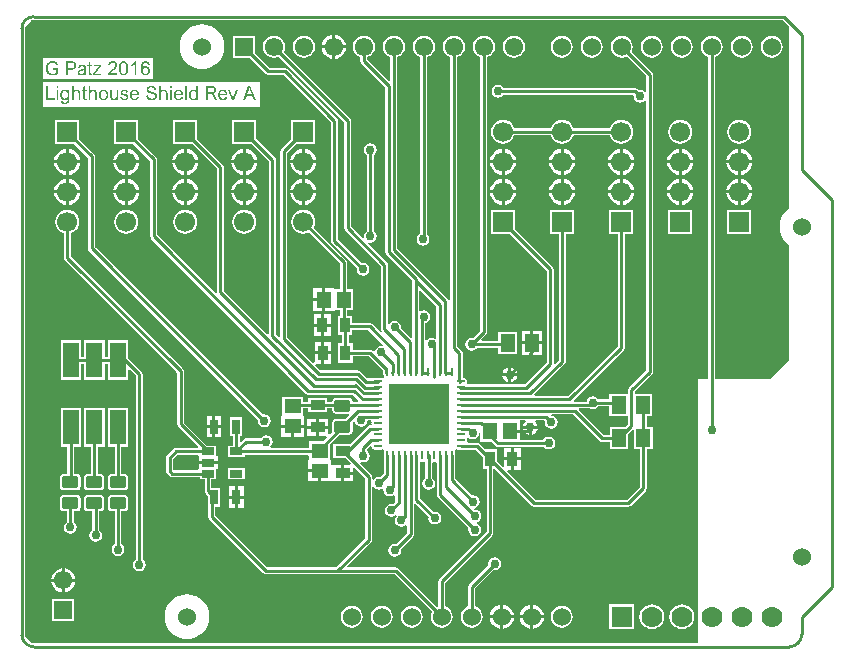
<source format=gtl>
G04 Layer_Physical_Order=1*
G04 Layer_Color=13260*
%FSLAX25Y25*%
%MOIN*%
G70*
G01*
G75*
%ADD10R,0.04921X0.05709*%
%ADD11R,0.03543X0.05118*%
%ADD12R,0.04921X0.06102*%
%ADD13R,0.02756X0.05118*%
G04:AMPARAMS|DCode=14|XSize=40mil|YSize=55mil|CornerRadius=5mil|HoleSize=0mil|Usage=FLASHONLY|Rotation=90.000|XOffset=0mil|YOffset=0mil|HoleType=Round|Shape=RoundedRectangle|*
%AMROUNDEDRECTD14*
21,1,0.04000,0.04500,0,0,90.0*
21,1,0.03000,0.05500,0,0,90.0*
1,1,0.01000,0.02250,0.01500*
1,1,0.01000,0.02250,-0.01500*
1,1,0.01000,-0.02250,-0.01500*
1,1,0.01000,-0.02250,0.01500*
%
%ADD14ROUNDEDRECTD14*%
%ADD15R,0.05118X0.03543*%
%ADD16R,0.05709X0.04921*%
%ADD17R,0.04331X0.02559*%
%ADD18O,0.03150X0.00984*%
%ADD19O,0.00984X0.03150*%
%ADD20R,0.20276X0.20276*%
%ADD21R,0.05512X0.11811*%
%ADD22C,0.01000*%
%ADD23C,0.00984*%
%ADD24R,0.06102X0.06102*%
%ADD25C,0.06102*%
%ADD26C,0.06693*%
%ADD27R,0.06693X0.06693*%
%ADD28C,0.06000*%
%ADD29C,0.07000*%
%ADD30R,0.07000X0.07000*%
%ADD31R,0.06102X0.06102*%
%ADD32C,0.02953*%
%ADD33C,0.02500*%
G36*
X1004273Y1165661D02*
Y1108762D01*
Y1104879D01*
X1003421Y1104179D01*
X1002492Y1103048D01*
X1001802Y1101757D01*
X1001378Y1100356D01*
X1001234Y1098900D01*
X1001378Y1097443D01*
X1001802Y1096043D01*
X1002492Y1094752D01*
X1003421Y1093621D01*
X1004273Y1092921D01*
Y1054235D01*
X1002206Y1052168D01*
X998072Y1048034D01*
X979815D01*
Y1155448D01*
X980494Y1155729D01*
X981252Y1156311D01*
X981834Y1157069D01*
X982199Y1157952D01*
X982324Y1158900D01*
X982199Y1159848D01*
X981834Y1160731D01*
X981252Y1161489D01*
X980494Y1162071D01*
X979611Y1162436D01*
X978663Y1162561D01*
X977715Y1162436D01*
X976832Y1162071D01*
X976074Y1161489D01*
X975492Y1160731D01*
X975126Y1159848D01*
X975002Y1158900D01*
X975126Y1157952D01*
X975492Y1157069D01*
X976074Y1156311D01*
X976832Y1155729D01*
X977511Y1155448D01*
Y1048034D01*
X973958D01*
Y960140D01*
X973870Y960052D01*
X752600D01*
Y960056D01*
X752126Y960119D01*
X749882Y962363D01*
X749819Y962837D01*
X749815D01*
Y1164963D01*
X749819D01*
X749914Y1165683D01*
X750008Y1165910D01*
X751653Y1167555D01*
X751880Y1167649D01*
X752600Y1167744D01*
Y1167748D01*
X1002186D01*
X1004273Y1165661D01*
D02*
G37*
%LPC*%
G36*
X922162Y1064189D02*
X919201D01*
Y1060638D01*
X922162D01*
Y1064189D01*
D02*
G37*
G36*
X902663Y1162613D02*
X901702Y1162486D01*
X900807Y1162115D01*
X900038Y1161525D01*
X899448Y1160756D01*
X899077Y1159861D01*
X898950Y1158900D01*
X899077Y1157939D01*
X899448Y1157044D01*
X900038Y1156275D01*
X900807Y1155685D01*
X901511Y1155393D01*
Y1064262D01*
X899054Y1061806D01*
X898622Y1061892D01*
X897800Y1061728D01*
X897104Y1061263D01*
X896638Y1060566D01*
X896474Y1059744D01*
X896638Y1058922D01*
X897104Y1058226D01*
X897800Y1057760D01*
X898622Y1057596D01*
X899444Y1057760D01*
X900141Y1058226D01*
X900385Y1058592D01*
X907539D01*
Y1056456D01*
X913721D01*
Y1063819D01*
X907539D01*
Y1060896D01*
X902057D01*
X901865Y1061358D01*
X903478Y1062970D01*
X903727Y1063344D01*
X903815Y1063785D01*
Y1155393D01*
X904519Y1155685D01*
X905288Y1156275D01*
X905878Y1157044D01*
X906249Y1157939D01*
X906376Y1158900D01*
X906249Y1159861D01*
X905878Y1160756D01*
X905288Y1161525D01*
X904519Y1162115D01*
X903624Y1162486D01*
X902663Y1162613D01*
D02*
G37*
G36*
X848516Y1060350D02*
X846244D01*
Y1057291D01*
X848516D01*
Y1060350D01*
D02*
G37*
G36*
X851788D02*
X849516D01*
Y1057291D01*
X851788D01*
Y1060350D01*
D02*
G37*
G36*
X918201Y1064189D02*
X915240D01*
Y1060638D01*
X918201D01*
Y1064189D01*
D02*
G37*
G36*
X851622Y1069635D02*
X849351D01*
Y1066576D01*
X851622D01*
Y1069635D01*
D02*
G37*
G36*
X848811Y1074008D02*
X845850D01*
Y1070654D01*
X848811D01*
Y1074008D01*
D02*
G37*
G36*
X848351Y1069635D02*
X846079D01*
Y1066576D01*
X848351D01*
Y1069635D01*
D02*
G37*
G36*
Y1065576D02*
X846079D01*
Y1062517D01*
X848351D01*
Y1065576D01*
D02*
G37*
G36*
X851622D02*
X849351D01*
Y1062517D01*
X851622D01*
Y1065576D01*
D02*
G37*
G36*
X913646Y1049008D02*
X911720D01*
Y1047082D01*
X912187Y1047175D01*
X913006Y1047723D01*
X913553Y1048542D01*
X913646Y1049008D01*
D02*
G37*
G36*
X910721Y1051933D02*
X910254Y1051841D01*
X909435Y1051293D01*
X908888Y1050474D01*
X908795Y1050008D01*
X910721D01*
Y1051933D01*
D02*
G37*
G36*
Y1049008D02*
X908795D01*
X908888Y1048542D01*
X909435Y1047723D01*
X910254Y1047175D01*
X910721Y1047082D01*
Y1049008D01*
D02*
G37*
G36*
X812197Y1035744D02*
X810319D01*
Y1032685D01*
X812197D01*
Y1035744D01*
D02*
G37*
G36*
X815075D02*
X813197D01*
Y1032685D01*
X815075D01*
Y1035744D01*
D02*
G37*
G36*
X918201Y1059638D02*
X915240D01*
Y1056086D01*
X918201D01*
Y1059638D01*
D02*
G37*
G36*
X922162D02*
X919201D01*
Y1056086D01*
X922162D01*
Y1059638D01*
D02*
G37*
G36*
X784095Y1060964D02*
X777323D01*
Y1055573D01*
X776221D01*
Y1060964D01*
X769449D01*
Y1055573D01*
X768347D01*
Y1060964D01*
X761575D01*
Y1047894D01*
X768347D01*
Y1053285D01*
X769449D01*
Y1047894D01*
X776221D01*
Y1053285D01*
X777323D01*
Y1047894D01*
X784095D01*
Y1051134D01*
X784556Y1051326D01*
X786651Y1049231D01*
Y987989D01*
X786277Y987739D01*
X785811Y987042D01*
X785648Y986220D01*
X785811Y985399D01*
X786277Y984702D01*
X786973Y984236D01*
X787795Y984073D01*
X788617Y984236D01*
X789314Y984702D01*
X789779Y985399D01*
X789943Y986220D01*
X789779Y987042D01*
X789314Y987739D01*
X788939Y987989D01*
Y1049705D01*
X788852Y1050142D01*
X788604Y1050514D01*
X784095Y1055023D01*
Y1060964D01*
D02*
G37*
G36*
X911720Y1051933D02*
Y1050008D01*
X913646D01*
X913553Y1050474D01*
X913006Y1051293D01*
X912187Y1051841D01*
X911720Y1051933D01*
D02*
G37*
G36*
X851788Y1056291D02*
X849516D01*
Y1053232D01*
X851788D01*
Y1056291D01*
D02*
G37*
G36*
X952743Y1109999D02*
X948925D01*
Y1106181D01*
X949560Y1106264D01*
X950617Y1106702D01*
X951525Y1107399D01*
X952222Y1108307D01*
X952660Y1109364D01*
X952743Y1109999D01*
D02*
G37*
G36*
X967610D02*
X963792D01*
X963876Y1109364D01*
X964314Y1108307D01*
X965010Y1107399D01*
X965918Y1106702D01*
X966975Y1106264D01*
X967610Y1106181D01*
Y1109999D01*
D02*
G37*
G36*
X947925D02*
X944107D01*
X944191Y1109364D01*
X944629Y1108307D01*
X945325Y1107399D01*
X946233Y1106702D01*
X947291Y1106264D01*
X947925Y1106181D01*
Y1109999D01*
D02*
G37*
G36*
X928240D02*
X924422D01*
X924506Y1109364D01*
X924944Y1108307D01*
X925640Y1107399D01*
X926548Y1106702D01*
X927606Y1106264D01*
X928240Y1106181D01*
Y1109999D01*
D02*
G37*
G36*
X933058D02*
X929240D01*
Y1106181D01*
X929875Y1106264D01*
X930932Y1106702D01*
X931840Y1107399D01*
X932537Y1108307D01*
X932975Y1109364D01*
X933058Y1109999D01*
D02*
G37*
G36*
X763280Y1110000D02*
X759461D01*
X759545Y1109365D01*
X759983Y1108308D01*
X760680Y1107400D01*
X761588Y1106703D01*
X762645Y1106265D01*
X763280Y1106182D01*
Y1110000D01*
D02*
G37*
G36*
X768098D02*
X764280D01*
Y1106182D01*
X764914Y1106265D01*
X765972Y1106703D01*
X766880Y1107400D01*
X767576Y1108308D01*
X768014Y1109365D01*
X768098Y1110000D01*
D02*
G37*
G36*
X992113Y1109999D02*
X988295D01*
Y1106181D01*
X988930Y1106264D01*
X989987Y1106702D01*
X990895Y1107399D01*
X991592Y1108307D01*
X992030Y1109364D01*
X992113Y1109999D01*
D02*
G37*
G36*
X972428D02*
X968610D01*
Y1106181D01*
X969245Y1106264D01*
X970302Y1106702D01*
X971210Y1107399D01*
X971907Y1108307D01*
X972345Y1109364D01*
X972428Y1109999D01*
D02*
G37*
G36*
X987295D02*
X983477D01*
X983561Y1109364D01*
X983999Y1108307D01*
X984695Y1107399D01*
X985603Y1106702D01*
X986660Y1106264D01*
X987295Y1106181D01*
Y1109999D01*
D02*
G37*
G36*
X913373D02*
X909555D01*
Y1106181D01*
X910190Y1106264D01*
X911247Y1106702D01*
X912155Y1107399D01*
X912852Y1108307D01*
X913290Y1109364D01*
X913373Y1109999D01*
D02*
G37*
G36*
X882663Y1162613D02*
X881702Y1162486D01*
X880807Y1162115D01*
X880038Y1161525D01*
X879448Y1160756D01*
X879077Y1159861D01*
X878950Y1158900D01*
X879077Y1157939D01*
X879448Y1157044D01*
X880038Y1156275D01*
X880807Y1155685D01*
X881511Y1155393D01*
Y1096636D01*
X880863Y1096204D01*
X880398Y1095507D01*
X880234Y1094685D01*
X880398Y1093863D01*
X880863Y1093167D01*
X881560Y1092701D01*
X882382Y1092537D01*
X883204Y1092701D01*
X883900Y1093167D01*
X884366Y1093863D01*
X884529Y1094685D01*
X884366Y1095507D01*
X883900Y1096204D01*
X883815Y1096261D01*
Y1155393D01*
X884519Y1155685D01*
X885288Y1156275D01*
X885878Y1157044D01*
X886249Y1157939D01*
X886376Y1158900D01*
X886249Y1159861D01*
X885878Y1160756D01*
X885288Y1161525D01*
X884519Y1162115D01*
X883624Y1162486D01*
X882663Y1162613D01*
D02*
G37*
G36*
X783465Y1104511D02*
X782427Y1104374D01*
X781459Y1103973D01*
X780629Y1103336D01*
X779991Y1102505D01*
X779591Y1101538D01*
X779454Y1100500D01*
X779591Y1099462D01*
X779991Y1098495D01*
X780629Y1097664D01*
X781459Y1097027D01*
X782427Y1096626D01*
X783465Y1096489D01*
X784503Y1096626D01*
X785470Y1097027D01*
X786301Y1097664D01*
X786938Y1098495D01*
X787339Y1099462D01*
X787475Y1100500D01*
X787339Y1101538D01*
X786938Y1102505D01*
X786301Y1103336D01*
X785470Y1103973D01*
X784503Y1104374D01*
X783465Y1104511D01*
D02*
G37*
G36*
X826344Y1162581D02*
X818982D01*
Y1155219D01*
X824715D01*
X830059Y1149874D01*
X830433Y1149625D01*
X830874Y1149537D01*
X835842D01*
X851702Y1133676D01*
Y1094193D01*
X851790Y1093752D01*
X852040Y1093378D01*
X860340Y1085078D01*
X860254Y1084646D01*
X860417Y1083824D01*
X860883Y1083127D01*
X861580Y1082662D01*
X862402Y1082498D01*
X863223Y1082662D01*
X863920Y1083127D01*
X864386Y1083824D01*
X864549Y1084646D01*
X864386Y1085468D01*
X863920Y1086164D01*
X863223Y1086630D01*
X862402Y1086793D01*
X861969Y1086707D01*
X854006Y1094670D01*
Y1134153D01*
X853919Y1134594D01*
X853669Y1134968D01*
X837134Y1151504D01*
X836760Y1151753D01*
X836319Y1151841D01*
X831351D01*
X826344Y1156848D01*
Y1162581D01*
D02*
G37*
G36*
X892663Y1162613D02*
X891702Y1162486D01*
X890807Y1162115D01*
X890038Y1161525D01*
X889448Y1160756D01*
X889077Y1159861D01*
X888950Y1158900D01*
X889077Y1157939D01*
X889448Y1157044D01*
X890038Y1156275D01*
X890807Y1155685D01*
X891511Y1155393D01*
Y1074024D01*
X891014Y1074016D01*
X890926Y1074457D01*
X890677Y1074831D01*
X873815Y1091692D01*
Y1155393D01*
X874519Y1155685D01*
X875288Y1156275D01*
X875878Y1157044D01*
X876249Y1157939D01*
X876376Y1158900D01*
X876249Y1159861D01*
X875878Y1160756D01*
X875288Y1161525D01*
X874519Y1162115D01*
X873624Y1162486D01*
X872663Y1162613D01*
X871702Y1162486D01*
X870807Y1162115D01*
X870038Y1161525D01*
X869448Y1160756D01*
X869077Y1159861D01*
X868950Y1158900D01*
X869077Y1157939D01*
X869448Y1157044D01*
X870038Y1156275D01*
X870807Y1155685D01*
X871511Y1155393D01*
Y1147602D01*
X871049Y1147411D01*
X863815Y1154645D01*
Y1155393D01*
X864519Y1155685D01*
X865288Y1156275D01*
X865878Y1157044D01*
X866249Y1157939D01*
X866376Y1158900D01*
X866249Y1159861D01*
X865878Y1160756D01*
X865288Y1161525D01*
X864519Y1162115D01*
X863624Y1162486D01*
X862663Y1162613D01*
X861702Y1162486D01*
X860807Y1162115D01*
X860038Y1161525D01*
X859448Y1160756D01*
X859077Y1159861D01*
X858950Y1158900D01*
X859077Y1157939D01*
X859448Y1157044D01*
X860038Y1156275D01*
X860807Y1155685D01*
X861511Y1155393D01*
Y1154168D01*
X861599Y1153727D01*
X861848Y1153353D01*
X869881Y1145320D01*
Y1090540D01*
X869969Y1090099D01*
X870218Y1089725D01*
X878867Y1081076D01*
Y1080807D01*
Y1061855D01*
X878367Y1061648D01*
X875093Y1064922D01*
X875179Y1065354D01*
X875016Y1066176D01*
X874550Y1066873D01*
X873853Y1067338D01*
X873032Y1067502D01*
X872210Y1067338D01*
X871513Y1066873D01*
X871140Y1066315D01*
X870640Y1066467D01*
Y1086220D01*
X870553Y1086661D01*
X870303Y1087035D01*
X864094Y1093244D01*
X864341Y1093704D01*
X864764Y1093620D01*
X865586Y1093784D01*
X866282Y1094249D01*
X866748Y1094946D01*
X866911Y1095768D01*
X866748Y1096590D01*
X866282Y1097286D01*
X865916Y1097531D01*
Y1122744D01*
X866282Y1122989D01*
X866748Y1123686D01*
X866911Y1124508D01*
X866748Y1125330D01*
X866282Y1126026D01*
X865586Y1126492D01*
X864764Y1126655D01*
X863942Y1126492D01*
X863245Y1126026D01*
X862780Y1125330D01*
X862616Y1124508D01*
X862780Y1123686D01*
X863245Y1122989D01*
X863612Y1122744D01*
Y1097531D01*
X863245Y1097286D01*
X862780Y1096590D01*
X862616Y1095768D01*
X862700Y1095345D01*
X862240Y1095098D01*
X858436Y1098902D01*
Y1134280D01*
X858348Y1134720D01*
X858098Y1135094D01*
X835958Y1157235D01*
X836249Y1157939D01*
X836376Y1158900D01*
X836249Y1159861D01*
X835878Y1160756D01*
X835288Y1161525D01*
X834519Y1162115D01*
X833624Y1162486D01*
X832663Y1162613D01*
X831702Y1162486D01*
X830807Y1162115D01*
X830038Y1161525D01*
X829448Y1160756D01*
X829077Y1159861D01*
X828950Y1158900D01*
X829077Y1157939D01*
X829448Y1157044D01*
X830038Y1156275D01*
X830807Y1155685D01*
X831702Y1155314D01*
X832663Y1155187D01*
X833624Y1155314D01*
X834328Y1155605D01*
X856131Y1133802D01*
Y1098425D01*
X856219Y1097984D01*
X856469Y1097611D01*
X868336Y1085743D01*
Y1064764D01*
X868424Y1064323D01*
X868639Y1064001D01*
X868250Y1063682D01*
X865376Y1066557D01*
X865005Y1066805D01*
X864567Y1066892D01*
X858733D01*
Y1069265D01*
X857148D01*
Y1071024D01*
X859094D01*
Y1077992D01*
X857148D01*
Y1087016D01*
X857061Y1087453D01*
X856813Y1087825D01*
X846037Y1098601D01*
X846394Y1099462D01*
X846530Y1100500D01*
X846394Y1101538D01*
X845993Y1102505D01*
X845356Y1103336D01*
X844525Y1103973D01*
X843558Y1104374D01*
X842520Y1104511D01*
X841482Y1104374D01*
X840514Y1103973D01*
X839684Y1103336D01*
X839046Y1102505D01*
X838646Y1101538D01*
X838509Y1100500D01*
X838646Y1099462D01*
X839046Y1098495D01*
X839684Y1097664D01*
X840514Y1097027D01*
X841482Y1096626D01*
X842520Y1096489D01*
X843558Y1096626D01*
X844419Y1096983D01*
X854860Y1086542D01*
Y1078346D01*
X854506Y1077992D01*
X853272D01*
X853085Y1077992D01*
X852772Y1078362D01*
D01*
X852654D01*
X852600Y1078362D01*
X849811D01*
Y1074508D01*
Y1070654D01*
X852600D01*
X852654Y1070654D01*
X852772D01*
X852772D01*
X853085Y1071024D01*
X853272Y1071024D01*
X854860D01*
Y1069265D01*
X853930D01*
Y1062887D01*
X855352D01*
Y1059980D01*
X854095D01*
Y1053602D01*
X858898D01*
Y1055647D01*
X864388D01*
X869033Y1051003D01*
Y1050197D01*
X869120Y1049759D01*
X869230Y1049595D01*
Y1049212D01*
X869317Y1048775D01*
X869347Y1048730D01*
X868987Y1048369D01*
X868942Y1048399D01*
X868504Y1048486D01*
X866339D01*
X865901Y1048399D01*
X865896Y1048396D01*
X863708D01*
X861480Y1050624D01*
X861106Y1050873D01*
X860665Y1050961D01*
X848207D01*
X846437Y1052732D01*
X846644Y1053232D01*
X848516D01*
Y1056291D01*
X846244D01*
Y1053631D01*
X845744Y1053424D01*
X837176Y1061993D01*
Y1123527D01*
X840172Y1126524D01*
X846496D01*
Y1134476D01*
X838543D01*
Y1128153D01*
X835209Y1124819D01*
X834959Y1124445D01*
X834872Y1124004D01*
Y1062195D01*
X834410Y1062003D01*
X833337Y1063076D01*
Y1121150D01*
X833249Y1121590D01*
X833000Y1121964D01*
X826811Y1128153D01*
Y1134476D01*
X818858D01*
Y1126524D01*
X825182D01*
X831033Y1120672D01*
Y1063134D01*
X830533Y1062927D01*
X816014Y1077446D01*
Y1118787D01*
X815927Y1119228D01*
X815677Y1119602D01*
X807126Y1128153D01*
Y1134476D01*
X799173D01*
Y1126524D01*
X805497D01*
X813710Y1118310D01*
Y1076968D01*
X813724Y1076900D01*
X813263Y1076654D01*
X793770Y1096146D01*
Y1121346D01*
X793682Y1121787D01*
X793433Y1122161D01*
X787441Y1128153D01*
Y1134476D01*
X779488D01*
Y1126524D01*
X785812D01*
X791466Y1120869D01*
Y1095669D01*
X791554Y1095228D01*
X791804Y1094855D01*
X843370Y1043288D01*
X843744Y1043038D01*
X844185Y1042950D01*
X858980D01*
X860847Y1041082D01*
X860656Y1040621D01*
X858947D01*
Y1040719D01*
X858859Y1041160D01*
X858610Y1041533D01*
X858236Y1041783D01*
X857795Y1041871D01*
X853295D01*
X852854Y1041783D01*
X852480Y1041533D01*
X852231Y1041160D01*
X852143Y1040719D01*
Y1040621D01*
X850466D01*
Y1041860D01*
X844088D01*
Y1040621D01*
X842494D01*
Y1042156D01*
X835525D01*
Y1036333D01*
X835525Y1036146D01*
X835155Y1035833D01*
D01*
Y1035715D01*
X835155Y1035661D01*
Y1032872D01*
X842864D01*
Y1035661D01*
X842864Y1035715D01*
Y1035833D01*
Y1035833D01*
X842494Y1036146D01*
X842494Y1036333D01*
Y1038316D01*
X844088D01*
Y1037057D01*
X850466D01*
Y1038316D01*
X852143D01*
Y1037719D01*
X852231Y1037278D01*
X852480Y1036904D01*
X852854Y1036654D01*
X853295Y1036567D01*
X857568D01*
X857775Y1036067D01*
X856579Y1034871D01*
X853295D01*
X852854Y1034783D01*
X852480Y1034533D01*
X852231Y1034160D01*
X852143Y1033719D01*
Y1030719D01*
X852190Y1030482D01*
X851336Y1029628D01*
X850836Y1029835D01*
Y1031479D01*
X847777D01*
Y1029207D01*
X850208D01*
X850415Y1028707D01*
X849012Y1027303D01*
X844449D01*
Y1025160D01*
X831685D01*
X831533Y1025660D01*
X831647Y1025735D01*
X832112Y1026432D01*
X832276Y1027254D01*
X832112Y1028076D01*
X831647Y1028772D01*
X830950Y1029238D01*
X830128Y1029401D01*
X829306Y1029238D01*
X828609Y1028772D01*
X828359Y1028398D01*
X823415D01*
X822978Y1028311D01*
X822607Y1028063D01*
X821783Y1027239D01*
X821321Y1027431D01*
Y1028996D01*
X822185D01*
Y1035374D01*
X818169D01*
Y1028996D01*
X819033D01*
Y1025925D01*
X817382D01*
Y1022106D01*
X822972D01*
Y1022872D01*
X844095D01*
X844449Y1022518D01*
Y1021480D01*
X844449Y1021294D01*
X844079Y1020980D01*
D01*
Y1020862D01*
X844079Y1020808D01*
Y1018020D01*
X847933D01*
Y1017520D01*
X848433D01*
Y1014059D01*
X851551D01*
X851592D01*
X852051Y1013961D01*
X852059D01*
X852246Y1013961D01*
X855110D01*
Y1016732D01*
Y1019504D01*
X852287D01*
X852051Y1019504D01*
X851787Y1019895D01*
X851787Y1019895D01*
Y1020808D01*
X851787Y1020862D01*
Y1020980D01*
Y1020980D01*
X851417Y1021294D01*
X851417Y1021480D01*
Y1026473D01*
X854511Y1029567D01*
X857795D01*
X858236Y1029654D01*
X858610Y1029904D01*
X858859Y1030278D01*
X858947Y1030719D01*
Y1033719D01*
X858922Y1033844D01*
X859270Y1034174D01*
X859727Y1034033D01*
X859827Y1033529D01*
X860293Y1032832D01*
X860989Y1032366D01*
X861811Y1032203D01*
X862633Y1032366D01*
X863330Y1032832D01*
X863795Y1033529D01*
X863959Y1034350D01*
X863982Y1034379D01*
X864933D01*
X865049Y1034253D01*
X865257Y1033879D01*
X865194Y1033563D01*
X865259Y1033239D01*
X865059Y1032874D01*
X864939Y1032738D01*
X864764D01*
X864326Y1032651D01*
X863955Y1032403D01*
X858166Y1026614D01*
X852421D01*
Y1021811D01*
X856394D01*
X858239Y1019966D01*
X858048Y1019504D01*
X856110D01*
Y1017232D01*
X859169D01*
Y1018382D01*
X859632Y1018574D01*
X863128Y1015077D01*
Y995061D01*
X853365Y985298D01*
X830494D01*
X813152Y1002639D01*
Y1005571D01*
X814705D01*
Y1011949D01*
X811872D01*
Y1014626D01*
X813524D01*
Y1017996D01*
X813894D01*
Y1019776D01*
X807563D01*
Y1017996D01*
X807194Y1017679D01*
X799293D01*
X799077Y1017895D01*
Y1021475D01*
X800474Y1022872D01*
X807194D01*
X807563Y1022555D01*
Y1020776D01*
X813894D01*
Y1022555D01*
X813524D01*
Y1025925D01*
X810437D01*
X802817Y1033545D01*
Y1050689D01*
X802730Y1051127D01*
X802631Y1051275D01*
X802482Y1051498D01*
X764924Y1089056D01*
Y1096670D01*
X765785Y1097027D01*
X766616Y1097664D01*
X767253Y1098495D01*
X767654Y1099462D01*
X767790Y1100500D01*
X767654Y1101538D01*
X767253Y1102505D01*
X766616Y1103336D01*
X765785Y1103973D01*
X764818Y1104374D01*
X763780Y1104511D01*
X762742Y1104374D01*
X761774Y1103973D01*
X760944Y1103336D01*
X760306Y1102505D01*
X759906Y1101538D01*
X759769Y1100500D01*
X759906Y1099462D01*
X760306Y1098495D01*
X760944Y1097664D01*
X761774Y1097027D01*
X762636Y1096670D01*
Y1088583D01*
X762723Y1088145D01*
X762971Y1087774D01*
X800529Y1050215D01*
Y1033071D01*
X800616Y1032633D01*
X800864Y1032262D01*
X807467Y1025660D01*
X807259Y1025160D01*
X800000D01*
X799562Y1025072D01*
X799191Y1024825D01*
X797124Y1022758D01*
X796876Y1022387D01*
X796789Y1021949D01*
Y1017421D01*
X796876Y1016984D01*
X797124Y1016612D01*
X798010Y1015726D01*
X798381Y1015478D01*
X798819Y1015391D01*
X807933D01*
Y1014626D01*
X809585D01*
Y1010728D01*
X809671Y1010290D01*
X809919Y1009919D01*
X810689Y1009150D01*
Y1005571D01*
X810864D01*
Y1002165D01*
X810951Y1001728D01*
X811199Y1001356D01*
X829211Y983345D01*
X829582Y983097D01*
X830020Y983010D01*
X872936D01*
X885411Y970534D01*
X885126Y969848D01*
X885002Y968900D01*
X885126Y967952D01*
X885492Y967069D01*
X886074Y966311D01*
X886832Y965729D01*
X887715Y965364D01*
X888663Y965239D01*
X889611Y965364D01*
X890494Y965729D01*
X891252Y966311D01*
X891834Y967069D01*
X892200Y967952D01*
X892324Y968900D01*
X892200Y969848D01*
X891834Y970731D01*
X891252Y971489D01*
X890494Y972071D01*
X889807Y972355D01*
Y980217D01*
X905533Y995943D01*
X905781Y996314D01*
X905869Y996752D01*
Y1018092D01*
X906369Y1018195D01*
X918679Y1005884D01*
X919051Y1005636D01*
X919488Y1005549D01*
X950787D01*
X951225Y1005636D01*
X951596Y1005884D01*
X956616Y1010904D01*
X956864Y1011275D01*
X956951Y1011713D01*
Y1024665D01*
X958898D01*
Y1032027D01*
X956951D01*
Y1035689D01*
X958799D01*
Y1043051D01*
X953022D01*
Y1043913D01*
X958787Y1049677D01*
X959037Y1050051D01*
X959124Y1050492D01*
Y1149591D01*
X959037Y1150031D01*
X958787Y1150405D01*
X951918Y1157274D01*
X952199Y1157952D01*
X952324Y1158900D01*
X952199Y1159848D01*
X951834Y1160731D01*
X951252Y1161489D01*
X950494Y1162071D01*
X949611Y1162436D01*
X948663Y1162561D01*
X947715Y1162436D01*
X946832Y1162071D01*
X946074Y1161489D01*
X945492Y1160731D01*
X945127Y1159848D01*
X945002Y1158900D01*
X945127Y1157952D01*
X945492Y1157069D01*
X946074Y1156311D01*
X946832Y1155729D01*
X947715Y1155363D01*
X948663Y1155239D01*
X949611Y1155363D01*
X950289Y1155645D01*
X956820Y1149113D01*
Y1143877D01*
X956320Y1143725D01*
X956243Y1143841D01*
X955546Y1144307D01*
X954724Y1144470D01*
X954292Y1144384D01*
X953866Y1144811D01*
X953492Y1145060D01*
X953051Y1145148D01*
X909145D01*
X908900Y1145515D01*
X908204Y1145980D01*
X907382Y1146144D01*
X906560Y1145980D01*
X905863Y1145515D01*
X905398Y1144818D01*
X905234Y1143996D01*
X905398Y1143174D01*
X905863Y1142478D01*
X906560Y1142012D01*
X907382Y1141848D01*
X908204Y1142012D01*
X908900Y1142478D01*
X909145Y1142844D01*
X952171D01*
X952582Y1142347D01*
X952577Y1142323D01*
X952740Y1141501D01*
X953206Y1140804D01*
X953903Y1140339D01*
X954724Y1140175D01*
X955546Y1140339D01*
X956243Y1140804D01*
X956320Y1140920D01*
X956820Y1140769D01*
Y1050969D01*
X951056Y1045204D01*
X950806Y1044831D01*
X950718Y1044390D01*
Y1043051D01*
X944547D01*
Y1041408D01*
X940740D01*
X940495Y1041774D01*
X939798Y1042240D01*
X938976Y1042404D01*
X938154Y1042240D01*
X937458Y1041774D01*
X936992Y1041078D01*
X936901Y1040621D01*
X932765D01*
X932574Y1041082D01*
X949240Y1057748D01*
X949490Y1058122D01*
X949577Y1058563D01*
Y1096522D01*
X952402D01*
Y1104475D01*
X944449D01*
Y1096522D01*
X947273D01*
Y1059040D01*
X930724Y1042491D01*
X919630D01*
X919423Y1042991D01*
X929555Y1053122D01*
X929805Y1053496D01*
X929892Y1053937D01*
Y1096522D01*
X932717D01*
Y1104475D01*
X924764D01*
Y1096522D01*
X927588D01*
Y1054414D01*
X926455Y1053281D01*
X925955Y1053488D01*
Y1084751D01*
X925867Y1085192D01*
X925618Y1085565D01*
X913032Y1098152D01*
Y1104475D01*
X905079D01*
Y1096522D01*
X911402D01*
X923651Y1084274D01*
Y1053725D01*
X916354Y1046428D01*
X897402D01*
X897122Y1046900D01*
X897124Y1046928D01*
X897207Y1047342D01*
X897120Y1047780D01*
X896872Y1048151D01*
X896501Y1048399D01*
X896063Y1048486D01*
X895640D01*
Y1056693D01*
X895553Y1057134D01*
X895303Y1057508D01*
X893815Y1058995D01*
Y1155393D01*
X894519Y1155685D01*
X895288Y1156275D01*
X895878Y1157044D01*
X896249Y1157939D01*
X896376Y1158900D01*
X896249Y1159861D01*
X895878Y1160756D01*
X895288Y1161525D01*
X894519Y1162115D01*
X893624Y1162486D01*
X892663Y1162613D01*
D02*
G37*
G36*
X848811Y1078362D02*
X845850D01*
Y1075008D01*
X848811D01*
Y1078362D01*
D02*
G37*
G36*
X991772Y1104475D02*
X983819D01*
Y1096522D01*
X991772D01*
Y1104475D01*
D02*
G37*
G36*
X908555Y1109999D02*
X904737D01*
X904821Y1109364D01*
X905259Y1108307D01*
X905955Y1107399D01*
X906863Y1106702D01*
X907921Y1106264D01*
X908555Y1106181D01*
Y1109999D01*
D02*
G37*
G36*
X972087Y1104475D02*
X964134D01*
Y1096522D01*
X972087D01*
Y1104475D01*
D02*
G37*
G36*
X803150Y1104511D02*
X802112Y1104374D01*
X801144Y1103973D01*
X800314Y1103336D01*
X799676Y1102505D01*
X799276Y1101538D01*
X799139Y1100500D01*
X799276Y1099462D01*
X799676Y1098495D01*
X800314Y1097664D01*
X801144Y1097027D01*
X802112Y1096626D01*
X803150Y1096489D01*
X804188Y1096626D01*
X805155Y1097027D01*
X805986Y1097664D01*
X806623Y1098495D01*
X807024Y1099462D01*
X807160Y1100500D01*
X807024Y1101538D01*
X806623Y1102505D01*
X805986Y1103336D01*
X805155Y1103973D01*
X804188Y1104374D01*
X803150Y1104511D01*
D02*
G37*
G36*
X822835D02*
X821797Y1104374D01*
X820829Y1103973D01*
X819999Y1103336D01*
X819361Y1102505D01*
X818961Y1101538D01*
X818824Y1100500D01*
X818961Y1099462D01*
X819361Y1098495D01*
X819999Y1097664D01*
X820829Y1097027D01*
X821797Y1096626D01*
X822835Y1096489D01*
X823873Y1096626D01*
X824840Y1097027D01*
X825671Y1097664D01*
X826308Y1098495D01*
X826709Y1099462D01*
X826845Y1100500D01*
X826709Y1101538D01*
X826308Y1102505D01*
X825671Y1103336D01*
X824840Y1103973D01*
X823873Y1104374D01*
X822835Y1104511D01*
D02*
G37*
G36*
X850836Y1034750D02*
X847777D01*
Y1032479D01*
X850836D01*
Y1034750D01*
D02*
G37*
G36*
X909163Y972869D02*
Y969400D01*
X912632D01*
X912560Y969944D01*
X912157Y970917D01*
X911516Y971753D01*
X910680Y972394D01*
X909707Y972797D01*
X909163Y972869D01*
D02*
G37*
G36*
X918163D02*
X917619Y972797D01*
X916646Y972394D01*
X915810Y971753D01*
X915169Y970917D01*
X914766Y969944D01*
X914694Y969400D01*
X918163D01*
Y972869D01*
D02*
G37*
G36*
X908163D02*
X907619Y972797D01*
X906646Y972394D01*
X905810Y971753D01*
X905169Y970917D01*
X904766Y969944D01*
X904694Y969400D01*
X908163D01*
Y972869D01*
D02*
G37*
G36*
X928663Y972561D02*
X927715Y972437D01*
X926832Y972071D01*
X926074Y971489D01*
X925492Y970731D01*
X925126Y969848D01*
X925002Y968900D01*
X925126Y967952D01*
X925492Y967069D01*
X926074Y966311D01*
X926832Y965729D01*
X927715Y965364D01*
X928663Y965239D01*
X929611Y965364D01*
X930494Y965729D01*
X931252Y966311D01*
X931834Y967069D01*
X932199Y967952D01*
X932324Y968900D01*
X932199Y969848D01*
X931834Y970731D01*
X931252Y971489D01*
X930494Y972071D01*
X929611Y972437D01*
X928663Y972561D01*
D02*
G37*
G36*
X766181Y974681D02*
X758819D01*
Y967319D01*
X766181D01*
Y974681D01*
D02*
G37*
G36*
X762000Y985020D02*
X761442Y984947D01*
X760457Y984539D01*
X759611Y983889D01*
X758961Y983043D01*
X758553Y982058D01*
X758480Y981500D01*
X762000D01*
Y985020D01*
D02*
G37*
G36*
X763000D02*
Y981500D01*
X766520D01*
X766447Y982058D01*
X766039Y983043D01*
X765389Y983889D01*
X764543Y984539D01*
X763558Y984947D01*
X763000Y985020D01*
D02*
G37*
G36*
X766520Y980500D02*
X763000D01*
Y976980D01*
X763558Y977053D01*
X764543Y977461D01*
X765389Y978111D01*
X766039Y978957D01*
X766447Y979942D01*
X766520Y980500D01*
D02*
G37*
G36*
X919163Y972869D02*
Y969400D01*
X922632D01*
X922560Y969944D01*
X922157Y970917D01*
X921516Y971753D01*
X920680Y972394D01*
X919707Y972797D01*
X919163Y972869D01*
D02*
G37*
G36*
X762000Y980500D02*
X758480D01*
X758553Y979942D01*
X758961Y978957D01*
X759611Y978111D01*
X760457Y977461D01*
X761442Y977053D01*
X762000Y976980D01*
Y980500D01*
D02*
G37*
G36*
X878663Y972561D02*
X877715Y972437D01*
X876832Y972071D01*
X876074Y971489D01*
X875492Y970731D01*
X875126Y969848D01*
X875002Y968900D01*
X875126Y967952D01*
X875492Y967069D01*
X876074Y966311D01*
X876832Y965729D01*
X877715Y965364D01*
X878663Y965239D01*
X879611Y965364D01*
X880494Y965729D01*
X881252Y966311D01*
X881834Y967069D01*
X882199Y967952D01*
X882324Y968900D01*
X882199Y969848D01*
X881834Y970731D01*
X881252Y971489D01*
X880494Y972071D01*
X879611Y972437D01*
X878663Y972561D01*
D02*
G37*
G36*
X952793Y973030D02*
X944533D01*
Y964770D01*
X952793D01*
Y973030D01*
D02*
G37*
G36*
X908163Y968400D02*
X904694D01*
X904766Y967856D01*
X905169Y966883D01*
X905810Y966047D01*
X906646Y965406D01*
X907619Y965003D01*
X908163Y964931D01*
Y968400D01*
D02*
G37*
G36*
X968663Y973066D02*
X967585Y972924D01*
X966580Y972507D01*
X965718Y971846D01*
X965055Y970983D01*
X964639Y969978D01*
X964497Y968900D01*
X964639Y967822D01*
X965055Y966817D01*
X965718Y965954D01*
X966580Y965292D01*
X967585Y964876D01*
X968663Y964734D01*
X969741Y964876D01*
X970746Y965292D01*
X971609Y965954D01*
X972270Y966817D01*
X972687Y967822D01*
X972829Y968900D01*
X972687Y969978D01*
X972270Y970983D01*
X971609Y971846D01*
X970746Y972507D01*
X969741Y972924D01*
X968663Y973066D01*
D02*
G37*
G36*
X803700Y976366D02*
X802244Y976222D01*
X800843Y975798D01*
X799552Y975108D01*
X798421Y974179D01*
X797492Y973048D01*
X796802Y971757D01*
X796378Y970356D01*
X796234Y968900D01*
X796378Y967443D01*
X796802Y966043D01*
X797492Y964752D01*
X798421Y963621D01*
X799552Y962692D01*
X800843Y962002D01*
X802244Y961578D01*
X803700Y961434D01*
X805157Y961578D01*
X806557Y962002D01*
X807848Y962692D01*
X808979Y963621D01*
X809908Y964752D01*
X810598Y966043D01*
X811022Y967443D01*
X811166Y968900D01*
X811022Y970356D01*
X810598Y971757D01*
X809908Y973048D01*
X808979Y974179D01*
X807848Y975108D01*
X806557Y975798D01*
X805157Y976222D01*
X803700Y976366D01*
D02*
G37*
G36*
X958663Y973066D02*
X957585Y972924D01*
X956580Y972507D01*
X955717Y971846D01*
X955056Y970983D01*
X954639Y969978D01*
X954497Y968900D01*
X954639Y967822D01*
X955056Y966817D01*
X955717Y965954D01*
X956580Y965292D01*
X957585Y964876D01*
X958663Y964734D01*
X959741Y964876D01*
X960746Y965292D01*
X961609Y965954D01*
X962271Y966817D01*
X962687Y967822D01*
X962829Y968900D01*
X962687Y969978D01*
X962271Y970983D01*
X961609Y971846D01*
X960746Y972507D01*
X959741Y972924D01*
X958663Y973066D01*
D02*
G37*
G36*
X858663Y972561D02*
X857715Y972437D01*
X856832Y972071D01*
X856074Y971489D01*
X855492Y970731D01*
X855126Y969848D01*
X855002Y968900D01*
X855126Y967952D01*
X855492Y967069D01*
X856074Y966311D01*
X856832Y965729D01*
X857715Y965364D01*
X858663Y965239D01*
X859611Y965364D01*
X860494Y965729D01*
X861252Y966311D01*
X861834Y967069D01*
X862199Y967952D01*
X862324Y968900D01*
X862199Y969848D01*
X861834Y970731D01*
X861252Y971489D01*
X860494Y972071D01*
X859611Y972437D01*
X858663Y972561D01*
D02*
G37*
G36*
X868663D02*
X867715Y972437D01*
X866832Y972071D01*
X866074Y971489D01*
X865492Y970731D01*
X865127Y969848D01*
X865002Y968900D01*
X865127Y967952D01*
X865492Y967069D01*
X866074Y966311D01*
X866832Y965729D01*
X867715Y965364D01*
X868663Y965239D01*
X869611Y965364D01*
X870494Y965729D01*
X871252Y966311D01*
X871834Y967069D01*
X872200Y967952D01*
X872324Y968900D01*
X872200Y969848D01*
X871834Y970731D01*
X871252Y971489D01*
X870494Y972071D01*
X869611Y972437D01*
X868663Y972561D01*
D02*
G37*
G36*
X922632Y968400D02*
X919163D01*
Y964931D01*
X919707Y965003D01*
X920680Y965406D01*
X921516Y966047D01*
X922157Y966883D01*
X922560Y967856D01*
X922632Y968400D01*
D02*
G37*
G36*
X912632D02*
X909163D01*
Y964931D01*
X909707Y965003D01*
X910680Y965406D01*
X911516Y966047D01*
X912157Y966883D01*
X912560Y967856D01*
X912632Y968400D01*
D02*
G37*
G36*
X918163D02*
X914694D01*
X914766Y967856D01*
X915169Y966883D01*
X915810Y966047D01*
X916646Y965406D01*
X917619Y965003D01*
X918163Y964931D01*
Y968400D01*
D02*
G37*
G36*
X812197Y1031685D02*
X810319D01*
Y1028626D01*
X812197D01*
Y1031685D01*
D02*
G37*
G36*
X815075D02*
X813197D01*
Y1028626D01*
X815075D01*
Y1031685D01*
D02*
G37*
G36*
X822972Y1018445D02*
X817382D01*
Y1014626D01*
X822972D01*
Y1018445D01*
D02*
G37*
G36*
X859169Y1016232D02*
X856110D01*
Y1013961D01*
X859169D01*
Y1016232D01*
D02*
G37*
G36*
X847433Y1017020D02*
X844079D01*
Y1014059D01*
X847433D01*
Y1017020D01*
D02*
G37*
G36*
X767756Y1134476D02*
X759803D01*
Y1126524D01*
X766127D01*
X770797Y1121854D01*
Y1091634D01*
X770885Y1091193D01*
X771134Y1090819D01*
X827351Y1034602D01*
X827282Y1034252D01*
X827445Y1033430D01*
X827911Y1032733D01*
X828607Y1032268D01*
X829429Y1032104D01*
X830251Y1032268D01*
X830948Y1032733D01*
X831413Y1033430D01*
X831577Y1034252D01*
X831413Y1035074D01*
X830948Y1035771D01*
X830251Y1036236D01*
X829429Y1036399D01*
X828915Y1036297D01*
X773101Y1092111D01*
Y1122331D01*
X773013Y1122772D01*
X772763Y1123145D01*
X767756Y1128153D01*
Y1134476D01*
D02*
G37*
G36*
X846777Y1034750D02*
X843718D01*
Y1032479D01*
X846777D01*
Y1034750D01*
D02*
G37*
G36*
Y1031479D02*
X843718D01*
Y1029207D01*
X846777D01*
Y1031479D01*
D02*
G37*
G36*
X838510Y1031872D02*
X835155D01*
Y1028911D01*
X838510D01*
Y1031872D01*
D02*
G37*
G36*
X842864D02*
X839510D01*
Y1028911D01*
X842864D01*
Y1031872D01*
D02*
G37*
G36*
X784095Y1038524D02*
X777323D01*
Y1025453D01*
X779565D01*
Y1016487D01*
X778459D01*
X778018Y1016399D01*
X777644Y1016149D01*
X777394Y1015776D01*
X777307Y1015335D01*
Y1012335D01*
X777394Y1011894D01*
X777644Y1011520D01*
X778018Y1011270D01*
X778459Y1011183D01*
X782959D01*
X783400Y1011270D01*
X783773Y1011520D01*
X784023Y1011894D01*
X784111Y1012335D01*
Y1015335D01*
X784023Y1015776D01*
X783773Y1016149D01*
X783400Y1016399D01*
X782959Y1016487D01*
X781853D01*
Y1025453D01*
X784095D01*
Y1038524D01*
D02*
G37*
G36*
X767112Y1009487D02*
X762612D01*
X762172Y1009399D01*
X761798Y1009149D01*
X761548Y1008776D01*
X761460Y1008335D01*
Y1005335D01*
X761548Y1004894D01*
X761798Y1004520D01*
X762172Y1004270D01*
X762612Y1004183D01*
X763718D01*
Y1000489D01*
X763344Y1000239D01*
X762878Y999542D01*
X762715Y998720D01*
X762878Y997899D01*
X763344Y997202D01*
X764040Y996736D01*
X764862Y996573D01*
X765684Y996736D01*
X766381Y997202D01*
X766846Y997899D01*
X767010Y998720D01*
X766846Y999542D01*
X766381Y1000239D01*
X766006Y1000489D01*
Y1004183D01*
X767112D01*
X767553Y1004270D01*
X767927Y1004520D01*
X768177Y1004894D01*
X768264Y1005335D01*
Y1008335D01*
X768177Y1008776D01*
X767927Y1009149D01*
X767553Y1009399D01*
X767112Y1009487D01*
D02*
G37*
G36*
X819677Y1008260D02*
X817799D01*
Y1005201D01*
X819677D01*
Y1008260D01*
D02*
G37*
G36*
X775035Y1009487D02*
X770536D01*
X770095Y1009399D01*
X769721Y1009149D01*
X769471Y1008776D01*
X769383Y1008335D01*
Y1005335D01*
X769471Y1004894D01*
X769721Y1004520D01*
X770095Y1004270D01*
X770536Y1004183D01*
X772183D01*
Y997832D01*
X771808Y997581D01*
X771343Y996885D01*
X771179Y996063D01*
X771343Y995241D01*
X771808Y994544D01*
X772505Y994079D01*
X773327Y993915D01*
X774149Y994079D01*
X774845Y994544D01*
X775311Y995241D01*
X775474Y996063D01*
X775311Y996885D01*
X774845Y997581D01*
X774471Y997832D01*
Y1004183D01*
X775035D01*
X775476Y1004270D01*
X775850Y1004520D01*
X776100Y1004894D01*
X776188Y1005335D01*
Y1008335D01*
X776100Y1008776D01*
X775850Y1009149D01*
X775476Y1009399D01*
X775035Y1009487D01*
D02*
G37*
G36*
X906299Y988663D02*
X905477Y988500D01*
X904781Y988034D01*
X904315Y987338D01*
X904152Y986516D01*
X904239Y986074D01*
X897854Y979688D01*
X897606Y979317D01*
X897519Y978880D01*
Y972355D01*
X896832Y972071D01*
X896074Y971489D01*
X895492Y970731D01*
X895127Y969848D01*
X895002Y968900D01*
X895127Y967952D01*
X895492Y967069D01*
X896074Y966311D01*
X896832Y965729D01*
X897715Y965364D01*
X898663Y965239D01*
X899611Y965364D01*
X900494Y965729D01*
X901252Y966311D01*
X901834Y967069D01*
X902199Y967952D01*
X902324Y968900D01*
X902199Y969848D01*
X901834Y970731D01*
X901252Y971489D01*
X900494Y972071D01*
X899807Y972355D01*
Y978406D01*
X905857Y984456D01*
X906299Y984368D01*
X907121Y984532D01*
X907818Y984997D01*
X908283Y985694D01*
X908447Y986516D01*
X908283Y987338D01*
X907818Y988034D01*
X907121Y988500D01*
X906299Y988663D01*
D02*
G37*
G36*
X782959Y1009487D02*
X778459D01*
X778018Y1009399D01*
X777644Y1009149D01*
X777394Y1008776D01*
X777307Y1008335D01*
Y1005335D01*
X777394Y1004894D01*
X777644Y1004520D01*
X778018Y1004270D01*
X778459Y1004183D01*
X779565D01*
Y993009D01*
X779190Y992759D01*
X778725Y992062D01*
X778561Y991240D01*
X778725Y990418D01*
X779190Y989722D01*
X779887Y989256D01*
X780709Y989093D01*
X781531Y989256D01*
X782227Y989722D01*
X782693Y990418D01*
X782856Y991240D01*
X782693Y992062D01*
X782227Y992759D01*
X781853Y993009D01*
Y1004183D01*
X782959D01*
X783400Y1004270D01*
X783773Y1004520D01*
X784023Y1004894D01*
X784111Y1005335D01*
Y1008335D01*
X784023Y1008776D01*
X783773Y1009149D01*
X783400Y1009399D01*
X782959Y1009487D01*
D02*
G37*
G36*
X768347Y1038524D02*
X761575D01*
Y1025453D01*
X763817D01*
Y1016487D01*
X762612D01*
X762172Y1016399D01*
X761798Y1016149D01*
X761548Y1015776D01*
X761460Y1015335D01*
Y1012335D01*
X761548Y1011894D01*
X761798Y1011520D01*
X762172Y1011270D01*
X762612Y1011183D01*
X767112D01*
X767553Y1011270D01*
X767927Y1011520D01*
X768177Y1011894D01*
X768264Y1012335D01*
Y1015335D01*
X768177Y1015776D01*
X767927Y1016149D01*
X767553Y1016399D01*
X767112Y1016487D01*
X766105D01*
Y1025453D01*
X768347D01*
Y1038524D01*
D02*
G37*
G36*
X776221D02*
X769449D01*
Y1025453D01*
X771691D01*
Y1016487D01*
X770536D01*
X770095Y1016399D01*
X769721Y1016149D01*
X769471Y1015776D01*
X769383Y1015335D01*
Y1012335D01*
X769471Y1011894D01*
X769721Y1011520D01*
X770095Y1011270D01*
X770536Y1011183D01*
X775035D01*
X775476Y1011270D01*
X775850Y1011520D01*
X776100Y1011894D01*
X776188Y1012335D01*
Y1015335D01*
X776100Y1015776D01*
X775850Y1016149D01*
X775476Y1016399D01*
X775035Y1016487D01*
X773979D01*
Y1025453D01*
X776221D01*
Y1038524D01*
D02*
G37*
G36*
X822555Y1012319D02*
X820677D01*
Y1009260D01*
X822555D01*
Y1012319D01*
D02*
G37*
G36*
Y1008260D02*
X820677D01*
Y1005201D01*
X822555D01*
Y1008260D01*
D02*
G37*
G36*
X819677Y1012319D02*
X817799D01*
Y1009260D01*
X819677D01*
Y1012319D01*
D02*
G37*
G36*
X782965Y1110000D02*
X779146D01*
X779230Y1109365D01*
X779668Y1108308D01*
X780365Y1107400D01*
X781273Y1106703D01*
X782330Y1106265D01*
X782965Y1106182D01*
Y1110000D01*
D02*
G37*
G36*
X987295Y1124817D02*
X986660Y1124733D01*
X985603Y1124295D01*
X984695Y1123599D01*
X983999Y1122691D01*
X983561Y1121634D01*
X983477Y1120999D01*
X987295D01*
Y1124817D01*
D02*
G37*
G36*
X988295D02*
Y1120999D01*
X992113D01*
X992030Y1121634D01*
X991592Y1122691D01*
X990895Y1123599D01*
X989987Y1124295D01*
X988930Y1124733D01*
X988295Y1124817D01*
D02*
G37*
G36*
X968610D02*
Y1120999D01*
X972428D01*
X972345Y1121634D01*
X971907Y1122691D01*
X971210Y1123599D01*
X970302Y1124295D01*
X969245Y1124733D01*
X968610Y1124817D01*
D02*
G37*
G36*
X948925D02*
Y1120999D01*
X952743D01*
X952660Y1121634D01*
X952222Y1122691D01*
X951525Y1123599D01*
X950617Y1124295D01*
X949560Y1124733D01*
X948925Y1124817D01*
D02*
G37*
G36*
X967610D02*
X966975Y1124733D01*
X965918Y1124295D01*
X965010Y1123599D01*
X964314Y1122691D01*
X963876Y1121634D01*
X963792Y1120999D01*
X967610D01*
Y1124817D01*
D02*
G37*
G36*
X763280Y1124818D02*
X762645Y1124735D01*
X761588Y1124297D01*
X760680Y1123600D01*
X759983Y1122692D01*
X759545Y1121635D01*
X759461Y1121000D01*
X763280D01*
Y1124818D01*
D02*
G37*
G36*
X802650D02*
X802015Y1124735D01*
X800958Y1124297D01*
X800050Y1123600D01*
X799353Y1122692D01*
X798915Y1121635D01*
X798832Y1121000D01*
X802650D01*
Y1124818D01*
D02*
G37*
G36*
X803650D02*
Y1121000D01*
X807468D01*
X807384Y1121635D01*
X806946Y1122692D01*
X806250Y1123600D01*
X805342Y1124297D01*
X804284Y1124735D01*
X803650Y1124818D01*
D02*
G37*
G36*
X783965D02*
Y1121000D01*
X787783D01*
X787699Y1121635D01*
X787261Y1122692D01*
X786564Y1123600D01*
X785657Y1124297D01*
X784599Y1124735D01*
X783965Y1124818D01*
D02*
G37*
G36*
X764280D02*
Y1121000D01*
X768098D01*
X768014Y1121635D01*
X767576Y1122692D01*
X766880Y1123600D01*
X765972Y1124297D01*
X764914Y1124735D01*
X764280Y1124818D01*
D02*
G37*
G36*
X782965D02*
X782330Y1124735D01*
X781273Y1124297D01*
X780365Y1123600D01*
X779668Y1122692D01*
X779230Y1121635D01*
X779146Y1121000D01*
X782965D01*
Y1124818D01*
D02*
G37*
G36*
X827153Y1120000D02*
X823335D01*
Y1116182D01*
X823969Y1116265D01*
X825027Y1116703D01*
X825935Y1117400D01*
X826631Y1118308D01*
X827069Y1119365D01*
X827153Y1120000D01*
D02*
G37*
G36*
X842020D02*
X838202D01*
X838285Y1119365D01*
X838723Y1118308D01*
X839420Y1117400D01*
X840328Y1116703D01*
X841385Y1116265D01*
X842020Y1116182D01*
Y1120000D01*
D02*
G37*
G36*
X822335D02*
X818517D01*
X818600Y1119365D01*
X819038Y1118308D01*
X819735Y1117400D01*
X820643Y1116703D01*
X821700Y1116265D01*
X822335Y1116182D01*
Y1120000D01*
D02*
G37*
G36*
X802650D02*
X798832D01*
X798915Y1119365D01*
X799353Y1118308D01*
X800050Y1117400D01*
X800958Y1116703D01*
X802015Y1116265D01*
X802650Y1116182D01*
Y1120000D01*
D02*
G37*
G36*
X807468D02*
X803650D01*
Y1116182D01*
X804284Y1116265D01*
X805342Y1116703D01*
X806250Y1117400D01*
X806946Y1118308D01*
X807384Y1119365D01*
X807468Y1120000D01*
D02*
G37*
G36*
X846838D02*
X843020D01*
Y1116182D01*
X843654Y1116265D01*
X844712Y1116703D01*
X845619Y1117400D01*
X846316Y1118308D01*
X846754Y1119365D01*
X846838Y1120000D01*
D02*
G37*
G36*
X929240Y1124817D02*
Y1120999D01*
X933058D01*
X932975Y1121634D01*
X932537Y1122691D01*
X931840Y1123599D01*
X930932Y1124295D01*
X929875Y1124733D01*
X929240Y1124817D01*
D02*
G37*
G36*
X947925D02*
X947291Y1124733D01*
X946233Y1124295D01*
X945325Y1123599D01*
X944629Y1122691D01*
X944191Y1121634D01*
X944107Y1120999D01*
X947925D01*
Y1124817D01*
D02*
G37*
G36*
X928240D02*
X927606Y1124733D01*
X926548Y1124295D01*
X925640Y1123599D01*
X924944Y1122691D01*
X924506Y1121634D01*
X924422Y1120999D01*
X928240D01*
Y1124817D01*
D02*
G37*
G36*
X908555D02*
X907921Y1124733D01*
X906863Y1124295D01*
X905955Y1123599D01*
X905259Y1122691D01*
X904821Y1121634D01*
X904737Y1120999D01*
X908555D01*
Y1124817D01*
D02*
G37*
G36*
X909555D02*
Y1120999D01*
X913373D01*
X913290Y1121634D01*
X912852Y1122691D01*
X912155Y1123599D01*
X911247Y1124295D01*
X910190Y1124733D01*
X909555Y1124817D01*
D02*
G37*
G36*
X928663Y1162561D02*
X927715Y1162436D01*
X926832Y1162071D01*
X926074Y1161489D01*
X925492Y1160731D01*
X925126Y1159848D01*
X925002Y1158900D01*
X925126Y1157952D01*
X925492Y1157069D01*
X926074Y1156311D01*
X926832Y1155729D01*
X927715Y1155363D01*
X928663Y1155239D01*
X929611Y1155363D01*
X930494Y1155729D01*
X931252Y1156311D01*
X931834Y1157069D01*
X932199Y1157952D01*
X932324Y1158900D01*
X932199Y1159848D01*
X931834Y1160731D01*
X931252Y1161489D01*
X930494Y1162071D01*
X929611Y1162436D01*
X928663Y1162561D01*
D02*
G37*
G36*
X938663D02*
X937715Y1162436D01*
X936832Y1162071D01*
X936074Y1161489D01*
X935492Y1160731D01*
X935126Y1159848D01*
X935002Y1158900D01*
X935126Y1157952D01*
X935492Y1157069D01*
X936074Y1156311D01*
X936832Y1155729D01*
X937715Y1155363D01*
X938663Y1155239D01*
X939611Y1155363D01*
X940494Y1155729D01*
X941252Y1156311D01*
X941834Y1157069D01*
X942200Y1157952D01*
X942324Y1158900D01*
X942200Y1159848D01*
X941834Y1160731D01*
X941252Y1161489D01*
X940494Y1162071D01*
X939611Y1162436D01*
X938663Y1162561D01*
D02*
G37*
G36*
X912663Y1162613D02*
X911702Y1162486D01*
X910807Y1162115D01*
X910038Y1161525D01*
X909448Y1160756D01*
X909077Y1159861D01*
X908950Y1158900D01*
X909077Y1157939D01*
X909448Y1157044D01*
X910038Y1156275D01*
X910807Y1155685D01*
X911702Y1155314D01*
X912663Y1155187D01*
X913624Y1155314D01*
X914519Y1155685D01*
X915288Y1156275D01*
X915878Y1157044D01*
X916249Y1157939D01*
X916376Y1158900D01*
X916249Y1159861D01*
X915878Y1160756D01*
X915288Y1161525D01*
X914519Y1162115D01*
X913624Y1162486D01*
X912663Y1162613D01*
D02*
G37*
G36*
X856683Y1158400D02*
X853163D01*
Y1154880D01*
X853721Y1154953D01*
X854706Y1155361D01*
X855552Y1156011D01*
X856202Y1156857D01*
X856610Y1157842D01*
X856683Y1158400D01*
D02*
G37*
G36*
X842663Y1162613D02*
X841702Y1162486D01*
X840807Y1162115D01*
X840038Y1161525D01*
X839448Y1160756D01*
X839077Y1159861D01*
X838950Y1158900D01*
X839077Y1157939D01*
X839448Y1157044D01*
X840038Y1156275D01*
X840807Y1155685D01*
X841702Y1155314D01*
X842663Y1155187D01*
X843624Y1155314D01*
X844519Y1155685D01*
X845288Y1156275D01*
X845878Y1157044D01*
X846249Y1157939D01*
X846376Y1158900D01*
X846249Y1159861D01*
X845878Y1160756D01*
X845288Y1161525D01*
X844519Y1162115D01*
X843624Y1162486D01*
X842663Y1162613D01*
D02*
G37*
G36*
X958663Y1162561D02*
X957715Y1162436D01*
X956832Y1162071D01*
X956074Y1161489D01*
X955492Y1160731D01*
X955126Y1159848D01*
X955002Y1158900D01*
X955126Y1157952D01*
X955492Y1157069D01*
X956074Y1156311D01*
X956832Y1155729D01*
X957715Y1155363D01*
X958663Y1155239D01*
X959611Y1155363D01*
X960494Y1155729D01*
X961252Y1156311D01*
X961834Y1157069D01*
X962199Y1157952D01*
X962324Y1158900D01*
X962199Y1159848D01*
X961834Y1160731D01*
X961252Y1161489D01*
X960494Y1162071D01*
X959611Y1162436D01*
X958663Y1162561D01*
D02*
G37*
G36*
X852163Y1162920D02*
X851605Y1162847D01*
X850620Y1162439D01*
X849774Y1161789D01*
X849124Y1160943D01*
X848716Y1159958D01*
X848643Y1159400D01*
X852163D01*
Y1162920D01*
D02*
G37*
G36*
X853163D02*
Y1159400D01*
X856683D01*
X856610Y1159958D01*
X856202Y1160943D01*
X855552Y1161789D01*
X854706Y1162439D01*
X853721Y1162847D01*
X853163Y1162920D01*
D02*
G37*
G36*
X998663Y1162561D02*
X997715Y1162436D01*
X996832Y1162071D01*
X996074Y1161489D01*
X995492Y1160731D01*
X995127Y1159848D01*
X995002Y1158900D01*
X995127Y1157952D01*
X995492Y1157069D01*
X996074Y1156311D01*
X996832Y1155729D01*
X997715Y1155363D01*
X998663Y1155239D01*
X999611Y1155363D01*
X1000494Y1155729D01*
X1001252Y1156311D01*
X1001834Y1157069D01*
X1002199Y1157952D01*
X1002324Y1158900D01*
X1002199Y1159848D01*
X1001834Y1160731D01*
X1001252Y1161489D01*
X1000494Y1162071D01*
X999611Y1162436D01*
X998663Y1162561D01*
D02*
G37*
G36*
X968663D02*
X967715Y1162436D01*
X966832Y1162071D01*
X966074Y1161489D01*
X965492Y1160731D01*
X965127Y1159848D01*
X965002Y1158900D01*
X965127Y1157952D01*
X965492Y1157069D01*
X966074Y1156311D01*
X966832Y1155729D01*
X967715Y1155363D01*
X968663Y1155239D01*
X969611Y1155363D01*
X970494Y1155729D01*
X971252Y1156311D01*
X971834Y1157069D01*
X972200Y1157952D01*
X972324Y1158900D01*
X972200Y1159848D01*
X971834Y1160731D01*
X971252Y1161489D01*
X970494Y1162071D01*
X969611Y1162436D01*
X968663Y1162561D01*
D02*
G37*
G36*
X988663D02*
X987715Y1162436D01*
X986832Y1162071D01*
X986074Y1161489D01*
X985492Y1160731D01*
X985126Y1159848D01*
X985002Y1158900D01*
X985126Y1157952D01*
X985492Y1157069D01*
X986074Y1156311D01*
X986832Y1155729D01*
X987715Y1155363D01*
X988663Y1155239D01*
X989611Y1155363D01*
X990494Y1155729D01*
X991252Y1156311D01*
X991834Y1157069D01*
X992200Y1157952D01*
X992324Y1158900D01*
X992200Y1159848D01*
X991834Y1160731D01*
X991252Y1161489D01*
X990494Y1162071D01*
X989611Y1162436D01*
X988663Y1162561D01*
D02*
G37*
G36*
X843020Y1124818D02*
Y1121000D01*
X846838D01*
X846754Y1121635D01*
X846316Y1122692D01*
X845619Y1123600D01*
X844712Y1124297D01*
X843654Y1124735D01*
X843020Y1124818D01*
D02*
G37*
G36*
X968110Y1134509D02*
X967072Y1134373D01*
X966105Y1133972D01*
X965274Y1133335D01*
X964637Y1132504D01*
X964236Y1131537D01*
X964100Y1130499D01*
X964236Y1129461D01*
X964637Y1128493D01*
X965274Y1127663D01*
X966105Y1127025D01*
X967072Y1126625D01*
X968110Y1126488D01*
X969148Y1126625D01*
X970115Y1127025D01*
X970946Y1127663D01*
X971583Y1128493D01*
X971984Y1129461D01*
X972121Y1130499D01*
X971984Y1131537D01*
X971583Y1132504D01*
X970946Y1133335D01*
X970115Y1133972D01*
X969148Y1134373D01*
X968110Y1134509D01*
D02*
G37*
G36*
X842020Y1124818D02*
X841385Y1124735D01*
X840328Y1124297D01*
X839420Y1123600D01*
X838723Y1122692D01*
X838285Y1121635D01*
X838202Y1121000D01*
X842020D01*
Y1124818D01*
D02*
G37*
G36*
X822335D02*
X821700Y1124735D01*
X820643Y1124297D01*
X819735Y1123600D01*
X819038Y1122692D01*
X818600Y1121635D01*
X818517Y1121000D01*
X822335D01*
Y1124818D01*
D02*
G37*
G36*
X823335D02*
Y1121000D01*
X827153D01*
X827069Y1121635D01*
X826631Y1122692D01*
X825935Y1123600D01*
X825027Y1124297D01*
X823969Y1124735D01*
X823335Y1124818D01*
D02*
G37*
G36*
X987795Y1134509D02*
X986757Y1134373D01*
X985790Y1133972D01*
X984959Y1133335D01*
X984322Y1132504D01*
X983921Y1131537D01*
X983784Y1130499D01*
X983921Y1129461D01*
X984322Y1128493D01*
X984959Y1127663D01*
X985790Y1127025D01*
X986757Y1126625D01*
X987795Y1126488D01*
X988833Y1126625D01*
X989800Y1127025D01*
X990631Y1127663D01*
X991269Y1128493D01*
X991669Y1129461D01*
X991806Y1130499D01*
X991669Y1131537D01*
X991269Y1132504D01*
X990631Y1133335D01*
X989800Y1133972D01*
X988833Y1134373D01*
X987795Y1134509D01*
D02*
G37*
G36*
X808700Y1166366D02*
X807244Y1166222D01*
X805843Y1165798D01*
X804552Y1165108D01*
X803421Y1164179D01*
X802492Y1163048D01*
X801802Y1161757D01*
X801378Y1160357D01*
X801234Y1158900D01*
X801378Y1157444D01*
X801802Y1156043D01*
X802492Y1154752D01*
X803421Y1153621D01*
X804552Y1152692D01*
X805843Y1152002D01*
X807244Y1151578D01*
X808700Y1151434D01*
X810157Y1151578D01*
X811557Y1152002D01*
X812848Y1152692D01*
X813979Y1153621D01*
X814908Y1154752D01*
X815598Y1156043D01*
X816022Y1157444D01*
X816166Y1158900D01*
X816022Y1160357D01*
X815598Y1161757D01*
X814908Y1163048D01*
X813979Y1164179D01*
X812848Y1165108D01*
X811557Y1165798D01*
X810157Y1166222D01*
X808700Y1166366D01*
D02*
G37*
G36*
X852163Y1158400D02*
X848643D01*
X848716Y1157842D01*
X849124Y1156857D01*
X849774Y1156011D01*
X850620Y1155361D01*
X851605Y1154953D01*
X852163Y1154880D01*
Y1158400D01*
D02*
G37*
G36*
X792487Y1155278D02*
X755556D01*
Y1148207D01*
X792487D01*
Y1155278D01*
D02*
G37*
G36*
X948425Y1134509D02*
X947387Y1134373D01*
X946420Y1133972D01*
X945589Y1133335D01*
X944952Y1132504D01*
X944595Y1131643D01*
X932570D01*
X932214Y1132504D01*
X931576Y1133335D01*
X930746Y1133972D01*
X929778Y1134373D01*
X928740Y1134509D01*
X927702Y1134373D01*
X926735Y1133972D01*
X925904Y1133335D01*
X925267Y1132504D01*
X924910Y1131643D01*
X912885D01*
X912529Y1132504D01*
X911891Y1133335D01*
X911061Y1133972D01*
X910093Y1134373D01*
X909055Y1134509D01*
X908017Y1134373D01*
X907050Y1133972D01*
X906219Y1133335D01*
X905582Y1132504D01*
X905181Y1131537D01*
X905044Y1130499D01*
X905181Y1129461D01*
X905582Y1128493D01*
X906219Y1127663D01*
X907050Y1127025D01*
X908017Y1126625D01*
X909055Y1126488D01*
X910093Y1126625D01*
X911061Y1127025D01*
X911891Y1127663D01*
X912529Y1128493D01*
X912885Y1129355D01*
X924910D01*
X925267Y1128493D01*
X925904Y1127663D01*
X926735Y1127025D01*
X927702Y1126625D01*
X928740Y1126488D01*
X929778Y1126625D01*
X930746Y1127025D01*
X931576Y1127663D01*
X932214Y1128493D01*
X932570Y1129355D01*
X944595D01*
X944952Y1128493D01*
X945589Y1127663D01*
X946420Y1127025D01*
X947387Y1126625D01*
X948425Y1126488D01*
X949463Y1126625D01*
X950430Y1127025D01*
X951261Y1127663D01*
X951899Y1128493D01*
X952299Y1129461D01*
X952436Y1130499D01*
X952299Y1131537D01*
X951899Y1132504D01*
X951261Y1133335D01*
X950430Y1133972D01*
X949463Y1134373D01*
X948425Y1134509D01*
D02*
G37*
G36*
X827894Y1147010D02*
X755556D01*
Y1138649D01*
X827894D01*
Y1147010D01*
D02*
G37*
G36*
X988295Y1114817D02*
Y1110999D01*
X992113D01*
X992030Y1111633D01*
X991592Y1112691D01*
X990895Y1113599D01*
X989987Y1114295D01*
X988930Y1114733D01*
X988295Y1114817D01*
D02*
G37*
G36*
X763280Y1114818D02*
X762645Y1114735D01*
X761588Y1114297D01*
X760680Y1113600D01*
X759983Y1112692D01*
X759545Y1111635D01*
X759461Y1111000D01*
X763280D01*
Y1114818D01*
D02*
G37*
G36*
X764280D02*
Y1111000D01*
X768098D01*
X768014Y1111635D01*
X767576Y1112692D01*
X766880Y1113600D01*
X765972Y1114297D01*
X764914Y1114735D01*
X764280Y1114818D01*
D02*
G37*
G36*
X967610Y1114817D02*
X966975Y1114733D01*
X965918Y1114295D01*
X965010Y1113599D01*
X964314Y1112691D01*
X963876Y1111633D01*
X963792Y1110999D01*
X967610D01*
Y1114817D01*
D02*
G37*
G36*
X968610D02*
Y1110999D01*
X972428D01*
X972345Y1111633D01*
X971907Y1112691D01*
X971210Y1113599D01*
X970302Y1114295D01*
X969245Y1114733D01*
X968610Y1114817D01*
D02*
G37*
G36*
X987295D02*
X986660Y1114733D01*
X985603Y1114295D01*
X984695Y1113599D01*
X983999Y1112691D01*
X983561Y1111633D01*
X983477Y1110999D01*
X987295D01*
Y1114817D01*
D02*
G37*
G36*
X803650Y1114818D02*
Y1111000D01*
X807468D01*
X807384Y1111635D01*
X806946Y1112692D01*
X806250Y1113600D01*
X805342Y1114297D01*
X804284Y1114735D01*
X803650Y1114818D01*
D02*
G37*
G36*
X822335D02*
X821700Y1114735D01*
X820643Y1114297D01*
X819735Y1113600D01*
X819038Y1112692D01*
X818600Y1111635D01*
X818517Y1111000D01*
X822335D01*
Y1114818D01*
D02*
G37*
G36*
X823335D02*
Y1111000D01*
X827153D01*
X827069Y1111635D01*
X826631Y1112692D01*
X825935Y1113600D01*
X825027Y1114297D01*
X823969Y1114735D01*
X823335Y1114818D01*
D02*
G37*
G36*
X782965D02*
X782330Y1114735D01*
X781273Y1114297D01*
X780365Y1113600D01*
X779668Y1112692D01*
X779230Y1111635D01*
X779146Y1111000D01*
X782965D01*
Y1114818D01*
D02*
G37*
G36*
X783965D02*
Y1111000D01*
X787783D01*
X787699Y1111635D01*
X787261Y1112692D01*
X786564Y1113600D01*
X785657Y1114297D01*
X784599Y1114735D01*
X783965Y1114818D01*
D02*
G37*
G36*
X802650D02*
X802015Y1114735D01*
X800958Y1114297D01*
X800050Y1113600D01*
X799353Y1112692D01*
X798915Y1111635D01*
X798832Y1111000D01*
X802650D01*
Y1114818D01*
D02*
G37*
G36*
X948925Y1114817D02*
Y1110999D01*
X952743D01*
X952660Y1111633D01*
X952222Y1112691D01*
X951525Y1113599D01*
X950617Y1114295D01*
X949560Y1114733D01*
X948925Y1114817D01*
D02*
G37*
G36*
X822335Y1110000D02*
X818517D01*
X818600Y1109365D01*
X819038Y1108308D01*
X819735Y1107400D01*
X820643Y1106703D01*
X821700Y1106265D01*
X822335Y1106182D01*
Y1110000D01*
D02*
G37*
G36*
X827153D02*
X823335D01*
Y1106182D01*
X823969Y1106265D01*
X825027Y1106703D01*
X825935Y1107400D01*
X826631Y1108308D01*
X827069Y1109365D01*
X827153Y1110000D01*
D02*
G37*
G36*
X842020D02*
X838202D01*
X838285Y1109365D01*
X838723Y1108308D01*
X839420Y1107400D01*
X840328Y1106703D01*
X841385Y1106265D01*
X842020Y1106182D01*
Y1110000D01*
D02*
G37*
G36*
X787783D02*
X783965D01*
Y1106182D01*
X784599Y1106265D01*
X785657Y1106703D01*
X786564Y1107400D01*
X787261Y1108308D01*
X787699Y1109365D01*
X787783Y1110000D01*
D02*
G37*
G36*
X802650D02*
X798832D01*
X798915Y1109365D01*
X799353Y1108308D01*
X800050Y1107400D01*
X800958Y1106703D01*
X802015Y1106265D01*
X802650Y1106182D01*
Y1110000D01*
D02*
G37*
G36*
X807468D02*
X803650D01*
Y1106182D01*
X804284Y1106265D01*
X805342Y1106703D01*
X806250Y1107400D01*
X806946Y1108308D01*
X807384Y1109365D01*
X807468Y1110000D01*
D02*
G37*
G36*
X928240Y1114817D02*
X927606Y1114733D01*
X926548Y1114295D01*
X925640Y1113599D01*
X924944Y1112691D01*
X924506Y1111633D01*
X924422Y1110999D01*
X928240D01*
Y1114817D01*
D02*
G37*
G36*
X929240D02*
Y1110999D01*
X933058D01*
X932975Y1111633D01*
X932537Y1112691D01*
X931840Y1113599D01*
X930932Y1114295D01*
X929875Y1114733D01*
X929240Y1114817D01*
D02*
G37*
G36*
X947925D02*
X947291Y1114733D01*
X946233Y1114295D01*
X945325Y1113599D01*
X944629Y1112691D01*
X944191Y1111633D01*
X944107Y1110999D01*
X947925D01*
Y1114817D01*
D02*
G37*
G36*
X846838Y1110000D02*
X843020D01*
Y1106182D01*
X843654Y1106265D01*
X844712Y1106703D01*
X845619Y1107400D01*
X846316Y1108308D01*
X846754Y1109365D01*
X846838Y1110000D01*
D02*
G37*
G36*
X908555Y1114817D02*
X907921Y1114733D01*
X906863Y1114295D01*
X905955Y1113599D01*
X905259Y1112691D01*
X904821Y1111633D01*
X904737Y1110999D01*
X908555D01*
Y1114817D01*
D02*
G37*
G36*
X909555D02*
Y1110999D01*
X913373D01*
X913290Y1111633D01*
X912852Y1112691D01*
X912155Y1113599D01*
X911247Y1114295D01*
X910190Y1114733D01*
X909555Y1114817D01*
D02*
G37*
G36*
X842020Y1114818D02*
X841385Y1114735D01*
X840328Y1114297D01*
X839420Y1113600D01*
X838723Y1112692D01*
X838285Y1111635D01*
X838202Y1111000D01*
X842020D01*
Y1114818D01*
D02*
G37*
G36*
X972428Y1119999D02*
X968610D01*
Y1116181D01*
X969245Y1116264D01*
X970302Y1116702D01*
X971210Y1117399D01*
X971907Y1118307D01*
X972345Y1119364D01*
X972428Y1119999D01*
D02*
G37*
G36*
X987295D02*
X983477D01*
X983561Y1119364D01*
X983999Y1118307D01*
X984695Y1117399D01*
X985603Y1116702D01*
X986660Y1116264D01*
X987295Y1116181D01*
Y1119999D01*
D02*
G37*
G36*
X952743D02*
X948925D01*
Y1116181D01*
X949560Y1116264D01*
X950617Y1116702D01*
X951525Y1117399D01*
X952222Y1118307D01*
X952660Y1119364D01*
X952743Y1119999D01*
D02*
G37*
G36*
X967610D02*
X963792D01*
X963876Y1119364D01*
X964314Y1118307D01*
X965010Y1117399D01*
X965918Y1116702D01*
X966975Y1116264D01*
X967610Y1116181D01*
Y1119999D01*
D02*
G37*
G36*
X992113D02*
X988295D01*
Y1116181D01*
X988930Y1116264D01*
X989987Y1116702D01*
X990895Y1117399D01*
X991592Y1118307D01*
X992030Y1119364D01*
X992113Y1119999D01*
D02*
G37*
G36*
X782965Y1120000D02*
X779146D01*
X779230Y1119365D01*
X779668Y1118308D01*
X780365Y1117400D01*
X781273Y1116703D01*
X782330Y1116265D01*
X782965Y1116182D01*
Y1120000D01*
D02*
G37*
G36*
X787783D02*
X783965D01*
Y1116182D01*
X784599Y1116265D01*
X785657Y1116703D01*
X786564Y1117400D01*
X787261Y1118308D01*
X787699Y1119365D01*
X787783Y1120000D01*
D02*
G37*
G36*
X763280D02*
X759461D01*
X759545Y1119365D01*
X759983Y1118308D01*
X760680Y1117400D01*
X761588Y1116703D01*
X762645Y1116265D01*
X763280Y1116182D01*
Y1120000D01*
D02*
G37*
G36*
X768098D02*
X764280D01*
Y1116182D01*
X764914Y1116265D01*
X765972Y1116703D01*
X766880Y1117400D01*
X767576Y1118308D01*
X768014Y1119365D01*
X768098Y1120000D01*
D02*
G37*
G36*
X928240Y1119999D02*
X924422D01*
X924506Y1119364D01*
X924944Y1118307D01*
X925640Y1117399D01*
X926548Y1116702D01*
X927606Y1116264D01*
X928240Y1116181D01*
Y1119999D01*
D02*
G37*
G36*
X933058D02*
X929240D01*
Y1116181D01*
X929875Y1116264D01*
X930932Y1116702D01*
X931840Y1117399D01*
X932537Y1118307D01*
X932975Y1119364D01*
X933058Y1119999D01*
D02*
G37*
G36*
X913373D02*
X909555D01*
Y1116181D01*
X910190Y1116264D01*
X911247Y1116702D01*
X912155Y1117399D01*
X912852Y1118307D01*
X913290Y1119364D01*
X913373Y1119999D01*
D02*
G37*
G36*
X843020Y1114818D02*
Y1111000D01*
X846838D01*
X846754Y1111635D01*
X846316Y1112692D01*
X845619Y1113600D01*
X844712Y1114297D01*
X843654Y1114735D01*
X843020Y1114818D01*
D02*
G37*
G36*
X908555Y1119999D02*
X904737D01*
X904821Y1119364D01*
X905259Y1118307D01*
X905955Y1117399D01*
X906863Y1116702D01*
X907921Y1116264D01*
X908555Y1116181D01*
Y1119999D01*
D02*
G37*
G36*
X947925D02*
X944107D01*
X944191Y1119364D01*
X944629Y1118307D01*
X945325Y1117399D01*
X946233Y1116702D01*
X947291Y1116264D01*
X947925Y1116181D01*
Y1119999D01*
D02*
G37*
%LPD*%
G36*
X780881Y1141142D02*
X780349D01*
Y1141608D01*
X780342Y1141594D01*
X780320Y1141565D01*
X780276Y1141514D01*
X780225Y1141455D01*
X780159Y1141390D01*
X780087Y1141324D01*
X779999Y1141258D01*
X779904Y1141200D01*
X779890Y1141193D01*
X779860Y1141178D01*
X779802Y1141156D01*
X779737Y1141134D01*
X779649Y1141113D01*
X779547Y1141091D01*
X779438Y1141076D01*
X779321Y1141069D01*
X779263D01*
X779226Y1141076D01*
X779175D01*
X779117Y1141083D01*
X778986Y1141105D01*
X778847Y1141142D01*
X778694Y1141193D01*
X778556Y1141266D01*
X778432Y1141368D01*
X778417Y1141382D01*
X778388Y1141426D01*
X778337Y1141492D01*
X778286Y1141586D01*
X778228Y1141710D01*
X778176Y1141856D01*
X778147Y1142031D01*
X778133Y1142228D01*
Y1144510D01*
X778709D01*
Y1142308D01*
Y1142301D01*
Y1142294D01*
Y1142250D01*
X778716Y1142184D01*
X778731Y1142097D01*
X778753Y1142009D01*
X778789Y1141914D01*
X778833Y1141827D01*
X778891Y1141747D01*
X778898Y1141739D01*
X778927Y1141718D01*
X778964Y1141689D01*
X779022Y1141652D01*
X779102Y1141616D01*
X779190Y1141586D01*
X779292Y1141565D01*
X779416Y1141557D01*
X779460D01*
X779518Y1141565D01*
X779584Y1141572D01*
X779656Y1141586D01*
X779737Y1141608D01*
X779824Y1141638D01*
X779904Y1141681D01*
X779912Y1141689D01*
X779941Y1141703D01*
X779977Y1141732D01*
X780021Y1141776D01*
X780072Y1141820D01*
X780123Y1141878D01*
X780174Y1141951D01*
X780218Y1142024D01*
X780225Y1142031D01*
X780232Y1142068D01*
X780247Y1142111D01*
X780269Y1142184D01*
X780283Y1142264D01*
X780298Y1142374D01*
X780305Y1142490D01*
X780312Y1142629D01*
Y1144510D01*
X780881D01*
Y1141142D01*
D02*
G37*
G36*
X819307D02*
X818775D01*
X817484Y1144510D01*
X818097D01*
X818789Y1142571D01*
Y1142563D01*
X818796Y1142556D01*
X818804Y1142534D01*
X818811Y1142505D01*
X818840Y1142432D01*
X818869Y1142337D01*
X818906Y1142228D01*
X818950Y1142097D01*
X818986Y1141958D01*
X819030Y1141812D01*
X819037D01*
Y1141827D01*
X819052Y1141856D01*
X819066Y1141914D01*
X819088Y1141987D01*
X819117Y1142075D01*
X819154Y1142192D01*
X819197Y1142315D01*
X819248Y1142454D01*
X819999Y1144510D01*
X820582D01*
X819307Y1141142D01*
D02*
G37*
G36*
X826764D02*
X826079D01*
X825532Y1142556D01*
X823593D01*
X823068Y1141142D01*
X822427D01*
X824206Y1145800D01*
X824869D01*
X826764Y1141142D01*
D02*
G37*
G36*
X803706D02*
X803130D01*
Y1145800D01*
X803706D01*
Y1141142D01*
D02*
G37*
G36*
X812017Y1145793D02*
X812082D01*
X812162Y1145786D01*
X812243Y1145771D01*
X812337Y1145756D01*
X812527Y1145720D01*
X812731Y1145662D01*
X812913Y1145574D01*
X813001Y1145523D01*
X813081Y1145465D01*
X813088D01*
X813096Y1145450D01*
X813118Y1145428D01*
X813147Y1145406D01*
X813176Y1145370D01*
X813205Y1145326D01*
X813241Y1145275D01*
X813285Y1145224D01*
X813322Y1145158D01*
X813358Y1145086D01*
X813387Y1145005D01*
X813416Y1144918D01*
X813446Y1144831D01*
X813467Y1144728D01*
X813475Y1144619D01*
X813482Y1144502D01*
Y1144495D01*
Y1144481D01*
Y1144459D01*
X813475Y1144422D01*
Y1144378D01*
X813467Y1144335D01*
X813453Y1144225D01*
X813416Y1144094D01*
X813373Y1143963D01*
X813307Y1143832D01*
X813220Y1143708D01*
X813205Y1143693D01*
X813169Y1143657D01*
X813110Y1143598D01*
X813023Y1143533D01*
X812921Y1143460D01*
X812790Y1143387D01*
X812629Y1143322D01*
X812454Y1143263D01*
X812447Y1143241D01*
X812454D01*
X812469Y1143234D01*
X812491Y1143227D01*
X812520Y1143212D01*
X812585Y1143168D01*
X812651Y1143110D01*
X812658Y1143103D01*
X812665Y1143095D01*
X812687Y1143074D01*
X812717Y1143044D01*
X812746Y1143001D01*
X812782Y1142957D01*
X812819Y1142899D01*
X812862Y1142833D01*
X812870Y1142826D01*
X812884Y1142797D01*
X812906Y1142760D01*
X812943Y1142702D01*
X812986Y1142622D01*
X813030Y1142534D01*
X813088Y1142432D01*
X813147Y1142308D01*
X813737Y1141142D01*
X813052D01*
X812564Y1142148D01*
Y1142155D01*
X812556Y1142162D01*
X812542Y1142184D01*
X812534Y1142213D01*
X812498Y1142286D01*
X812447Y1142374D01*
X812396Y1142468D01*
X812337Y1142563D01*
X812272Y1142658D01*
X812214Y1142745D01*
X812206Y1142753D01*
X812184Y1142782D01*
X812155Y1142818D01*
X812104Y1142862D01*
X812053Y1142913D01*
X811988Y1142964D01*
X811922Y1143008D01*
X811842Y1143052D01*
X811835Y1143059D01*
X811805Y1143066D01*
X811762Y1143081D01*
X811703Y1143103D01*
X811623Y1143125D01*
X811536Y1143139D01*
X811434Y1143147D01*
X811324Y1143154D01*
X810785D01*
Y1141142D01*
X810165D01*
Y1145800D01*
X811966D01*
X812017Y1145793D01*
D02*
G37*
G36*
X807424Y1141142D02*
X806892D01*
Y1141565D01*
X806877D01*
X806870Y1141557D01*
X806848Y1141528D01*
X806819Y1141484D01*
X806768Y1141433D01*
X806710Y1141375D01*
X806637Y1141317D01*
X806549Y1141258D01*
X806454Y1141200D01*
X806440Y1141193D01*
X806411Y1141178D01*
X806352Y1141156D01*
X806279Y1141134D01*
X806199Y1141113D01*
X806104Y1141091D01*
X805995Y1141076D01*
X805886Y1141069D01*
X805813D01*
X805725Y1141083D01*
X805623Y1141098D01*
X805499Y1141120D01*
X805368Y1141156D01*
X805230Y1141207D01*
X805099Y1141280D01*
X805091D01*
X805084Y1141288D01*
X805040Y1141324D01*
X804982Y1141368D01*
X804902Y1141441D01*
X804821Y1141528D01*
X804727Y1141638D01*
X804646Y1141761D01*
X804566Y1141900D01*
Y1141907D01*
X804559Y1141922D01*
X804552Y1141944D01*
X804537Y1141973D01*
X804523Y1142009D01*
X804508Y1142053D01*
X804472Y1142170D01*
X804435Y1142301D01*
X804406Y1142461D01*
X804384Y1142636D01*
X804377Y1142826D01*
Y1142833D01*
Y1142848D01*
Y1142877D01*
Y1142913D01*
X804384Y1142964D01*
Y1143015D01*
X804399Y1143147D01*
X804420Y1143292D01*
X804450Y1143445D01*
X804493Y1143606D01*
X804552Y1143759D01*
Y1143766D01*
X804559Y1143773D01*
X804574Y1143795D01*
X804588Y1143824D01*
X804625Y1143897D01*
X804683Y1143985D01*
X804756Y1144087D01*
X804843Y1144189D01*
X804945Y1144284D01*
X805062Y1144371D01*
X805069D01*
X805077Y1144378D01*
X805120Y1144408D01*
X805186Y1144444D01*
X805281Y1144481D01*
X805397Y1144524D01*
X805529Y1144553D01*
X805674Y1144583D01*
X805835Y1144590D01*
X805893D01*
X805951Y1144583D01*
X806032Y1144575D01*
X806119Y1144561D01*
X806214Y1144539D01*
X806309Y1144510D01*
X806403Y1144473D01*
X806418Y1144466D01*
X806447Y1144451D01*
X806491Y1144422D01*
X806549Y1144386D01*
X806622Y1144335D01*
X806695Y1144276D01*
X806768Y1144203D01*
X806841Y1144123D01*
X806855D01*
Y1145800D01*
X807424D01*
Y1141142D01*
D02*
G37*
G36*
X760819Y1145151D02*
X760243D01*
Y1145800D01*
X760819D01*
Y1145151D01*
D02*
G37*
G36*
X791969Y1145873D02*
X792020D01*
X792130Y1145858D01*
X792261Y1145844D01*
X792407Y1145815D01*
X792552Y1145771D01*
X792691Y1145720D01*
X792698D01*
X792705Y1145713D01*
X792749Y1145691D01*
X792822Y1145654D01*
X792902Y1145603D01*
X792997Y1145538D01*
X793099Y1145457D01*
X793201Y1145363D01*
X793289Y1145253D01*
X793296Y1145239D01*
X793325Y1145202D01*
X793362Y1145137D01*
X793405Y1145049D01*
X793456Y1144947D01*
X793500Y1144823D01*
X793537Y1144692D01*
X793566Y1144539D01*
X792975Y1144400D01*
X792961D01*
Y1144408D01*
X792953Y1144422D01*
X792946Y1144451D01*
X792939Y1144481D01*
X792917Y1144575D01*
X792873Y1144685D01*
X792822Y1144801D01*
X792764Y1144925D01*
X792684Y1145035D01*
X792589Y1145129D01*
X792574Y1145137D01*
X792538Y1145166D01*
X792480Y1145202D01*
X792399Y1145239D01*
X792290Y1145282D01*
X792166Y1145312D01*
X792020Y1145341D01*
X791860Y1145348D01*
X791809D01*
X791750Y1145341D01*
X791685D01*
X791597Y1145326D01*
X791510Y1145312D01*
X791415Y1145290D01*
X791328Y1145261D01*
X791320Y1145253D01*
X791291Y1145246D01*
X791248Y1145224D01*
X791196Y1145195D01*
X791138Y1145158D01*
X791073Y1145115D01*
X791014Y1145064D01*
X790963Y1145005D01*
X790956Y1144998D01*
X790941Y1144976D01*
X790919Y1144940D01*
X790898Y1144896D01*
X790876Y1144845D01*
X790854Y1144779D01*
X790839Y1144707D01*
X790832Y1144626D01*
Y1144619D01*
Y1144590D01*
X790839Y1144553D01*
X790847Y1144502D01*
X790861Y1144444D01*
X790883Y1144386D01*
X790912Y1144328D01*
X790949Y1144269D01*
X790956Y1144262D01*
X790971Y1144247D01*
X791000Y1144225D01*
X791043Y1144196D01*
X791094Y1144160D01*
X791153Y1144123D01*
X791226Y1144087D01*
X791313Y1144050D01*
X791328Y1144043D01*
X791357Y1144036D01*
X791415Y1144014D01*
X791488Y1143992D01*
X791590Y1143963D01*
X791707Y1143934D01*
X791853Y1143897D01*
X792013Y1143861D01*
X792020D01*
X792042Y1143854D01*
X792071Y1143846D01*
X792115Y1143839D01*
X792173Y1143824D01*
X792232Y1143810D01*
X792370Y1143773D01*
X792531Y1143722D01*
X792698Y1143671D01*
X792859Y1143613D01*
X793004Y1143547D01*
X793012D01*
X793019Y1143540D01*
X793063Y1143518D01*
X793128Y1143482D01*
X793209Y1143431D01*
X793296Y1143365D01*
X793384Y1143292D01*
X793464Y1143205D01*
X793537Y1143110D01*
X793544Y1143095D01*
X793566Y1143066D01*
X793588Y1143008D01*
X793624Y1142928D01*
X793653Y1142833D01*
X793675Y1142724D01*
X793697Y1142592D01*
X793704Y1142454D01*
Y1142447D01*
Y1142439D01*
Y1142418D01*
Y1142388D01*
X793690Y1142315D01*
X793675Y1142221D01*
X793653Y1142104D01*
X793610Y1141987D01*
X793558Y1141864D01*
X793485Y1141739D01*
X793478Y1141725D01*
X793449Y1141689D01*
X793398Y1141630D01*
X793325Y1141557D01*
X793245Y1141484D01*
X793136Y1141397D01*
X793019Y1141317D01*
X792880Y1141244D01*
X792873D01*
X792866Y1141236D01*
X792844Y1141229D01*
X792815Y1141215D01*
X792778Y1141200D01*
X792735Y1141185D01*
X792633Y1141156D01*
X792501Y1141127D01*
X792356Y1141098D01*
X792188Y1141076D01*
X792013Y1141069D01*
X791933D01*
X791874Y1141076D01*
X791802Y1141083D01*
X791721Y1141091D01*
X791634Y1141098D01*
X791532Y1141120D01*
X791320Y1141164D01*
X791102Y1141229D01*
X790992Y1141273D01*
X790883Y1141331D01*
X790774Y1141390D01*
X790679Y1141455D01*
X790672Y1141463D01*
X790657Y1141477D01*
X790635Y1141499D01*
X790599Y1141528D01*
X790562Y1141565D01*
X790511Y1141616D01*
X790468Y1141674D01*
X790416Y1141739D01*
X790365Y1141820D01*
X790307Y1141900D01*
X790256Y1141995D01*
X790212Y1142097D01*
X790169Y1142206D01*
X790132Y1142330D01*
X790096Y1142454D01*
X790074Y1142592D01*
X790679Y1142731D01*
Y1142724D01*
X790686Y1142709D01*
Y1142680D01*
X790694Y1142636D01*
X790701Y1142592D01*
X790715Y1142534D01*
X790752Y1142410D01*
X790803Y1142272D01*
X790876Y1142126D01*
X790963Y1141995D01*
X791073Y1141871D01*
X791080D01*
X791087Y1141856D01*
X791109Y1141842D01*
X791131Y1141827D01*
X791167Y1141805D01*
X791211Y1141783D01*
X791313Y1141732D01*
X791444Y1141674D01*
X791605Y1141630D01*
X791787Y1141601D01*
X791991Y1141586D01*
X792042D01*
X792100Y1141594D01*
X792173Y1141601D01*
X792261Y1141608D01*
X792356Y1141630D01*
X792458Y1141652D01*
X792552Y1141681D01*
X792567Y1141689D01*
X792596Y1141703D01*
X792640Y1141725D01*
X792698Y1141754D01*
X792764Y1141791D01*
X792829Y1141842D01*
X792902Y1141900D01*
X792961Y1141958D01*
X792968Y1141965D01*
X792982Y1141987D01*
X793012Y1142024D01*
X793041Y1142075D01*
X793063Y1142133D01*
X793092Y1142199D01*
X793107Y1142279D01*
X793114Y1142359D01*
Y1142374D01*
Y1142410D01*
X793107Y1142461D01*
X793099Y1142527D01*
X793077Y1142600D01*
X793055Y1142673D01*
X793019Y1142745D01*
X792968Y1142811D01*
X792961Y1142818D01*
X792939Y1142840D01*
X792910Y1142869D01*
X792866Y1142906D01*
X792808Y1142950D01*
X792735Y1142993D01*
X792647Y1143037D01*
X792545Y1143074D01*
X792538Y1143081D01*
X792501Y1143088D01*
X792450Y1143103D01*
X792370Y1143125D01*
X792275Y1143154D01*
X792159Y1143190D01*
X792020Y1143227D01*
X791860Y1143263D01*
X791845D01*
X791816Y1143270D01*
X791772Y1143285D01*
X791714Y1143300D01*
X791590Y1143322D01*
X791532Y1143336D01*
X791488Y1143351D01*
X791481D01*
X791466Y1143358D01*
X791444Y1143365D01*
X791408Y1143373D01*
X791364Y1143387D01*
X791320Y1143402D01*
X791211Y1143438D01*
X791087Y1143482D01*
X790956Y1143540D01*
X790832Y1143598D01*
X790723Y1143664D01*
X790708Y1143671D01*
X790679Y1143701D01*
X790635Y1143737D01*
X790577Y1143788D01*
X790511Y1143854D01*
X790446Y1143919D01*
X790395Y1143999D01*
X790344Y1144087D01*
X790336Y1144094D01*
X790329Y1144131D01*
X790314Y1144174D01*
X790293Y1144247D01*
X790271Y1144328D01*
X790256Y1144422D01*
X790249Y1144524D01*
X790241Y1144641D01*
Y1144648D01*
Y1144656D01*
Y1144699D01*
X790256Y1144765D01*
X790271Y1144852D01*
X790293Y1144947D01*
X790329Y1145057D01*
X790380Y1145166D01*
X790446Y1145275D01*
X790453Y1145290D01*
X790482Y1145319D01*
X790533Y1145377D01*
X790599Y1145436D01*
X790679Y1145508D01*
X790781Y1145581D01*
X790890Y1145654D01*
X791021Y1145720D01*
X791029D01*
X791036Y1145727D01*
X791058Y1145734D01*
X791087Y1145742D01*
X791160Y1145771D01*
X791262Y1145800D01*
X791386Y1145829D01*
X791525Y1145858D01*
X791678Y1145873D01*
X791845Y1145880D01*
X791925D01*
X791969Y1145873D01*
D02*
G37*
G36*
X782944Y1144583D02*
X782995Y1144575D01*
X783126Y1144561D01*
X783265Y1144532D01*
X783411Y1144488D01*
X783549Y1144429D01*
X783680Y1144349D01*
X783688D01*
X783695Y1144342D01*
X783732Y1144306D01*
X783790Y1144255D01*
X783855Y1144174D01*
X783921Y1144080D01*
X783994Y1143956D01*
X784045Y1143817D01*
X784089Y1143649D01*
X783527Y1143569D01*
Y1143584D01*
X783520Y1143613D01*
X783505Y1143657D01*
X783484Y1143715D01*
X783455Y1143781D01*
X783418Y1143846D01*
X783367Y1143912D01*
X783301Y1143970D01*
X783294Y1143978D01*
X783265Y1143992D01*
X783228Y1144021D01*
X783170Y1144050D01*
X783097Y1144072D01*
X783010Y1144102D01*
X782915Y1144116D01*
X782806Y1144123D01*
X782755D01*
X782704Y1144116D01*
X782638Y1144109D01*
X782558Y1144094D01*
X782478Y1144072D01*
X782405Y1144043D01*
X782332Y1143999D01*
X782325Y1143992D01*
X782303Y1143978D01*
X782281Y1143956D01*
X782252Y1143919D01*
X782215Y1143876D01*
X782193Y1143817D01*
X782171Y1143759D01*
X782164Y1143686D01*
Y1143679D01*
Y1143664D01*
X782171Y1143635D01*
Y1143598D01*
X782193Y1143518D01*
X782237Y1143438D01*
X782244Y1143431D01*
X782252Y1143423D01*
X782266Y1143402D01*
X782295Y1143380D01*
X782325Y1143358D01*
X782368Y1143329D01*
X782412Y1143307D01*
X782470Y1143278D01*
X782478D01*
X782500Y1143270D01*
X782536Y1143256D01*
X782587Y1143241D01*
X782653Y1143227D01*
X782725Y1143212D01*
X782820Y1143190D01*
X782922Y1143176D01*
X782944D01*
X782966Y1143168D01*
X782995Y1143161D01*
X783075Y1143147D01*
X783178Y1143125D01*
X783287Y1143095D01*
X783411Y1143059D01*
X783527Y1143023D01*
X783637Y1142979D01*
X783651Y1142972D01*
X783680Y1142957D01*
X783732Y1142928D01*
X783797Y1142891D01*
X783863Y1142848D01*
X783936Y1142789D01*
X784001Y1142724D01*
X784060Y1142651D01*
X784067Y1142644D01*
X784081Y1142614D01*
X784103Y1142571D01*
X784132Y1142512D01*
X784162Y1142432D01*
X784184Y1142345D01*
X784198Y1142243D01*
X784205Y1142133D01*
Y1142119D01*
Y1142082D01*
X784198Y1142024D01*
X784184Y1141951D01*
X784169Y1141864D01*
X784140Y1141769D01*
X784096Y1141674D01*
X784045Y1141579D01*
X784038Y1141572D01*
X784016Y1141535D01*
X783979Y1141492D01*
X783928Y1141441D01*
X783863Y1141375D01*
X783782Y1141317D01*
X783695Y1141251D01*
X783586Y1141200D01*
X783571Y1141193D01*
X783535Y1141178D01*
X783476Y1141156D01*
X783396Y1141134D01*
X783294Y1141113D01*
X783178Y1141091D01*
X783053Y1141076D01*
X782915Y1141069D01*
X782864D01*
X782806Y1141076D01*
X782725Y1141083D01*
X782631Y1141105D01*
X782521Y1141127D01*
X782405Y1141156D01*
X782288Y1141200D01*
X782164Y1141258D01*
X782040Y1141331D01*
X781924Y1141419D01*
X781814Y1141521D01*
X781719Y1141645D01*
X781632Y1141791D01*
X781566Y1141951D01*
X781523Y1142140D01*
X782091Y1142235D01*
Y1142228D01*
Y1142221D01*
X782106Y1142177D01*
X782120Y1142111D01*
X782142Y1142038D01*
X782179Y1141951D01*
X782223Y1141864D01*
X782281Y1141776D01*
X782346Y1141703D01*
X782354Y1141696D01*
X782383Y1141674D01*
X782427Y1141645D01*
X782492Y1141616D01*
X782572Y1141586D01*
X782667Y1141557D01*
X782784Y1141535D01*
X782908Y1141528D01*
X782966D01*
X783024Y1141535D01*
X783105Y1141550D01*
X783185Y1141565D01*
X783272Y1141586D01*
X783360Y1141623D01*
X783433Y1141674D01*
X783440Y1141681D01*
X783462Y1141703D01*
X783491Y1141732D01*
X783527Y1141776D01*
X783564Y1141834D01*
X783593Y1141900D01*
X783615Y1141973D01*
X783622Y1142060D01*
Y1142068D01*
Y1142097D01*
X783615Y1142140D01*
X783593Y1142192D01*
X783571Y1142250D01*
X783535Y1142308D01*
X783484Y1142367D01*
X783411Y1142418D01*
X783403Y1142425D01*
X783374Y1142439D01*
X783323Y1142461D01*
X783258Y1142490D01*
X783178Y1142519D01*
X783075Y1142556D01*
X782951Y1142585D01*
X782820Y1142607D01*
X782813D01*
X782791Y1142614D01*
X782762D01*
X782725Y1142629D01*
X782675Y1142636D01*
X782616Y1142651D01*
X782485Y1142687D01*
X782339Y1142731D01*
X782186Y1142789D01*
X782040Y1142855D01*
X781916Y1142935D01*
X781902Y1142950D01*
X781865Y1142979D01*
X781821Y1143030D01*
X781763Y1143110D01*
X781705Y1143205D01*
X781661Y1143322D01*
X781625Y1143460D01*
X781610Y1143613D01*
Y1143628D01*
Y1143664D01*
X781617Y1143715D01*
X781632Y1143781D01*
X781647Y1143861D01*
X781669Y1143948D01*
X781705Y1144029D01*
X781756Y1144116D01*
X781763Y1144123D01*
X781785Y1144153D01*
X781814Y1144189D01*
X781865Y1144240D01*
X781924Y1144298D01*
X781996Y1144357D01*
X782077Y1144408D01*
X782171Y1144459D01*
X782186Y1144466D01*
X782223Y1144481D01*
X782281Y1144502D01*
X782354Y1144524D01*
X782448Y1144546D01*
X782558Y1144568D01*
X782675Y1144583D01*
X782806Y1144590D01*
X782900D01*
X782944Y1144583D01*
D02*
G37*
G36*
X782696Y1154060D02*
X782762Y1154053D01*
X782835Y1154039D01*
X782915Y1154017D01*
X783003Y1153995D01*
X783090Y1153966D01*
X783185Y1153929D01*
X783280Y1153885D01*
X783374Y1153827D01*
X783462Y1153762D01*
X783549Y1153689D01*
X783637Y1153601D01*
X783710Y1153499D01*
X783717Y1153492D01*
X783724Y1153470D01*
X783746Y1153441D01*
X783768Y1153390D01*
X783797Y1153331D01*
X783826Y1153259D01*
X783863Y1153164D01*
X783899Y1153062D01*
X783936Y1152945D01*
X783972Y1152814D01*
X784001Y1152668D01*
X784030Y1152500D01*
X784052Y1152326D01*
X784074Y1152129D01*
X784081Y1151925D01*
X784089Y1151698D01*
Y1151684D01*
Y1151647D01*
Y1151589D01*
X784081Y1151509D01*
Y1151407D01*
X784067Y1151298D01*
X784060Y1151174D01*
X784045Y1151035D01*
X784001Y1150751D01*
X783936Y1150459D01*
X783892Y1150313D01*
X783848Y1150175D01*
X783790Y1150044D01*
X783724Y1149927D01*
X783717Y1149920D01*
X783710Y1149905D01*
X783688Y1149876D01*
X783659Y1149832D01*
X783615Y1149788D01*
X783571Y1149737D01*
X783513Y1149687D01*
X783447Y1149635D01*
X783367Y1149577D01*
X783280Y1149526D01*
X783192Y1149475D01*
X783083Y1149431D01*
X782973Y1149395D01*
X782849Y1149366D01*
X782718Y1149344D01*
X782572Y1149337D01*
X782536D01*
X782492Y1149344D01*
X782441D01*
X782368Y1149358D01*
X782295Y1149366D01*
X782208Y1149388D01*
X782120Y1149417D01*
X782018Y1149446D01*
X781924Y1149490D01*
X781829Y1149533D01*
X781727Y1149592D01*
X781639Y1149665D01*
X781552Y1149745D01*
X781472Y1149840D01*
X781399Y1149949D01*
Y1149956D01*
X781384Y1149978D01*
X781370Y1150014D01*
X781348Y1150066D01*
X781319Y1150124D01*
X781289Y1150204D01*
X781260Y1150292D01*
X781231Y1150394D01*
X781195Y1150510D01*
X781165Y1150642D01*
X781136Y1150787D01*
X781107Y1150940D01*
X781085Y1151108D01*
X781071Y1151290D01*
X781063Y1151487D01*
X781056Y1151691D01*
Y1151698D01*
Y1151720D01*
Y1151764D01*
Y1151815D01*
X781063Y1151873D01*
Y1151946D01*
Y1152027D01*
X781071Y1152121D01*
X781085Y1152311D01*
X781107Y1152515D01*
X781136Y1152719D01*
X781180Y1152916D01*
Y1152923D01*
X781187Y1152938D01*
X781195Y1152967D01*
X781209Y1153003D01*
X781224Y1153040D01*
X781238Y1153091D01*
X781289Y1153208D01*
X781348Y1153339D01*
X781428Y1153477D01*
X781523Y1153616D01*
X781639Y1153740D01*
X781647Y1153747D01*
X781654Y1153754D01*
X781676Y1153769D01*
X781705Y1153791D01*
X781734Y1153813D01*
X781778Y1153842D01*
X781880Y1153907D01*
X782011Y1153966D01*
X782171Y1154017D01*
X782361Y1154053D01*
X782463Y1154068D01*
X782645D01*
X782696Y1154060D01*
D02*
G37*
G36*
X798683Y1145151D02*
X798107D01*
Y1145800D01*
X798683D01*
Y1145151D01*
D02*
G37*
G36*
Y1141142D02*
X798107D01*
Y1144510D01*
X798683D01*
Y1141142D01*
D02*
G37*
G36*
X757305Y1141689D02*
X759602D01*
Y1141142D01*
X756686D01*
Y1145800D01*
X757305D01*
Y1141689D01*
D02*
G37*
G36*
X786356Y1144583D02*
X786407D01*
X786516Y1144561D01*
X786640Y1144539D01*
X786779Y1144502D01*
X786917Y1144451D01*
X787048Y1144378D01*
X787056D01*
X787063Y1144371D01*
X787107Y1144342D01*
X787172Y1144291D01*
X787245Y1144225D01*
X787333Y1144138D01*
X787420Y1144029D01*
X787508Y1143905D01*
X787581Y1143766D01*
Y1143759D01*
X787588Y1143752D01*
X787595Y1143722D01*
X787610Y1143693D01*
X787624Y1143657D01*
X787639Y1143613D01*
X787661Y1143555D01*
X787675Y1143496D01*
X787712Y1143351D01*
X787741Y1143190D01*
X787763Y1143001D01*
X787770Y1142797D01*
Y1142680D01*
X785248D01*
Y1142673D01*
Y1142665D01*
X785255Y1142622D01*
X785262Y1142549D01*
X785277Y1142468D01*
X785292Y1142367D01*
X785321Y1142264D01*
X785350Y1142155D01*
X785394Y1142053D01*
X785401Y1142038D01*
X785416Y1142009D01*
X785445Y1141965D01*
X785488Y1141907D01*
X785539Y1141842D01*
X785598Y1141776D01*
X785671Y1141718D01*
X785751Y1141659D01*
X785758Y1141652D01*
X785795Y1141638D01*
X785838Y1141616D01*
X785904Y1141594D01*
X785977Y1141572D01*
X786064Y1141550D01*
X786159Y1141535D01*
X786268Y1141528D01*
X786327D01*
X786385Y1141535D01*
X786465Y1141550D01*
X786553Y1141572D01*
X786648Y1141608D01*
X786742Y1141652D01*
X786830Y1141718D01*
X786837Y1141725D01*
X786866Y1141754D01*
X786910Y1141798D01*
X786961Y1141856D01*
X787019Y1141929D01*
X787070Y1142017D01*
X787121Y1142111D01*
X787158Y1142228D01*
X787719Y1142140D01*
Y1142133D01*
X787712Y1142119D01*
X787705Y1142089D01*
X787690Y1142053D01*
X787675Y1142017D01*
X787653Y1141965D01*
X787603Y1141849D01*
X787530Y1141725D01*
X787435Y1141594D01*
X787325Y1141463D01*
X787187Y1141346D01*
X787180D01*
X787172Y1141331D01*
X787150Y1141324D01*
X787114Y1141302D01*
X787078Y1141280D01*
X787034Y1141258D01*
X786925Y1141207D01*
X786786Y1141156D01*
X786618Y1141113D01*
X786436Y1141083D01*
X786239Y1141069D01*
X786159D01*
X786115Y1141076D01*
X786072Y1141083D01*
X785955Y1141098D01*
X785824Y1141120D01*
X785685Y1141156D01*
X785539Y1141207D01*
X785401Y1141273D01*
X785394D01*
X785386Y1141280D01*
X785343Y1141309D01*
X785277Y1141360D01*
X785197Y1141426D01*
X785109Y1141514D01*
X785015Y1141616D01*
X784927Y1141739D01*
X784847Y1141878D01*
Y1141885D01*
X784840Y1141893D01*
X784832Y1141914D01*
X784818Y1141951D01*
X784803Y1141987D01*
X784789Y1142031D01*
X784752Y1142140D01*
X784716Y1142279D01*
X784687Y1142432D01*
X784665Y1142607D01*
X784657Y1142797D01*
Y1142804D01*
Y1142818D01*
Y1142848D01*
Y1142891D01*
X784665Y1142935D01*
Y1142993D01*
X784679Y1143117D01*
X784701Y1143270D01*
X784737Y1143431D01*
X784781Y1143591D01*
X784847Y1143744D01*
Y1143752D01*
X784854Y1143759D01*
X784869Y1143781D01*
X784883Y1143810D01*
X784927Y1143883D01*
X784985Y1143970D01*
X785066Y1144072D01*
X785160Y1144174D01*
X785270Y1144276D01*
X785394Y1144364D01*
X785401D01*
X785408Y1144371D01*
X785430Y1144386D01*
X785459Y1144400D01*
X785532Y1144437D01*
X785634Y1144481D01*
X785758Y1144517D01*
X785904Y1144553D01*
X786064Y1144583D01*
X786239Y1144590D01*
X786319D01*
X786356Y1144583D01*
D02*
G37*
G36*
X769662Y1144510D02*
X770303D01*
Y1144072D01*
X769662D01*
Y1142024D01*
Y1142017D01*
Y1141995D01*
Y1141958D01*
X769669Y1141914D01*
X769676Y1141827D01*
X769684Y1141776D01*
X769698Y1141739D01*
X769706Y1141725D01*
X769727Y1141696D01*
X769757Y1141652D01*
X769800Y1141623D01*
X769815Y1141616D01*
X769851Y1141608D01*
X769902Y1141601D01*
X769983Y1141594D01*
X770034D01*
X770070Y1141601D01*
X770114D01*
X770165Y1141616D01*
X770230Y1141623D01*
X770303Y1141638D01*
X770376Y1141156D01*
X770369D01*
X770332Y1141149D01*
X770289Y1141142D01*
X770223Y1141134D01*
X770150Y1141120D01*
X770070Y1141113D01*
X769888Y1141105D01*
X769837D01*
X769786Y1141113D01*
X769713Y1141120D01*
X769640Y1141127D01*
X769560Y1141142D01*
X769480Y1141164D01*
X769414Y1141193D01*
X769407Y1141200D01*
X769385Y1141207D01*
X769356Y1141229D01*
X769319Y1141258D01*
X769283Y1141295D01*
X769239Y1141346D01*
X769203Y1141397D01*
X769166Y1141463D01*
Y1141470D01*
X769151Y1141499D01*
X769144Y1141543D01*
X769130Y1141601D01*
X769115Y1141689D01*
X769108Y1141798D01*
X769093Y1141929D01*
Y1142082D01*
Y1144072D01*
X768612D01*
Y1144510D01*
X769093D01*
Y1145290D01*
X769662Y1145698D01*
Y1144510D01*
D02*
G37*
G36*
X801053Y1144583D02*
X801104D01*
X801213Y1144561D01*
X801337Y1144539D01*
X801475Y1144502D01*
X801614Y1144451D01*
X801745Y1144378D01*
X801752D01*
X801760Y1144371D01*
X801803Y1144342D01*
X801869Y1144291D01*
X801942Y1144225D01*
X802029Y1144138D01*
X802117Y1144029D01*
X802204Y1143905D01*
X802277Y1143766D01*
Y1143759D01*
X802285Y1143752D01*
X802292Y1143722D01*
X802306Y1143693D01*
X802321Y1143657D01*
X802336Y1143613D01*
X802357Y1143555D01*
X802372Y1143496D01*
X802409Y1143351D01*
X802438Y1143190D01*
X802460Y1143001D01*
X802467Y1142797D01*
Y1142680D01*
X799944D01*
Y1142673D01*
Y1142665D01*
X799952Y1142622D01*
X799959Y1142549D01*
X799974Y1142468D01*
X799988Y1142367D01*
X800017Y1142264D01*
X800047Y1142155D01*
X800090Y1142053D01*
X800098Y1142038D01*
X800112Y1142009D01*
X800141Y1141965D01*
X800185Y1141907D01*
X800236Y1141842D01*
X800294Y1141776D01*
X800367Y1141718D01*
X800447Y1141659D01*
X800455Y1141652D01*
X800491Y1141638D01*
X800535Y1141616D01*
X800601Y1141594D01*
X800673Y1141572D01*
X800761Y1141550D01*
X800856Y1141535D01*
X800965Y1141528D01*
X801023D01*
X801082Y1141535D01*
X801162Y1141550D01*
X801249Y1141572D01*
X801344Y1141608D01*
X801439Y1141652D01*
X801526Y1141718D01*
X801534Y1141725D01*
X801563Y1141754D01*
X801607Y1141798D01*
X801658Y1141856D01*
X801716Y1141929D01*
X801767Y1142017D01*
X801818Y1142111D01*
X801855Y1142228D01*
X802416Y1142140D01*
Y1142133D01*
X802409Y1142119D01*
X802401Y1142089D01*
X802387Y1142053D01*
X802372Y1142017D01*
X802350Y1141965D01*
X802299Y1141849D01*
X802226Y1141725D01*
X802131Y1141594D01*
X802022Y1141463D01*
X801884Y1141346D01*
X801876D01*
X801869Y1141331D01*
X801847Y1141324D01*
X801811Y1141302D01*
X801774Y1141280D01*
X801731Y1141258D01*
X801621Y1141207D01*
X801483Y1141156D01*
X801315Y1141113D01*
X801133Y1141083D01*
X800936Y1141069D01*
X800856D01*
X800812Y1141076D01*
X800768Y1141083D01*
X800652Y1141098D01*
X800520Y1141120D01*
X800382Y1141156D01*
X800236Y1141207D01*
X800098Y1141273D01*
X800090D01*
X800083Y1141280D01*
X800039Y1141309D01*
X799974Y1141360D01*
X799894Y1141426D01*
X799806Y1141514D01*
X799711Y1141616D01*
X799624Y1141739D01*
X799544Y1141878D01*
Y1141885D01*
X799536Y1141893D01*
X799529Y1141914D01*
X799514Y1141951D01*
X799500Y1141987D01*
X799485Y1142031D01*
X799449Y1142140D01*
X799412Y1142279D01*
X799383Y1142432D01*
X799361Y1142607D01*
X799354Y1142797D01*
Y1142804D01*
Y1142818D01*
Y1142848D01*
Y1142891D01*
X799361Y1142935D01*
Y1142993D01*
X799376Y1143117D01*
X799398Y1143270D01*
X799434Y1143431D01*
X799478Y1143591D01*
X799544Y1143744D01*
Y1143752D01*
X799551Y1143759D01*
X799565Y1143781D01*
X799580Y1143810D01*
X799624Y1143883D01*
X799682Y1143970D01*
X799762Y1144072D01*
X799857Y1144174D01*
X799966Y1144276D01*
X800090Y1144364D01*
X800098D01*
X800105Y1144371D01*
X800127Y1144386D01*
X800156Y1144400D01*
X800229Y1144437D01*
X800331Y1144481D01*
X800455Y1144517D01*
X800601Y1144553D01*
X800761Y1144583D01*
X800936Y1144590D01*
X801016D01*
X801053Y1144583D01*
D02*
G37*
G36*
X815800D02*
X815851D01*
X815961Y1144561D01*
X816084Y1144539D01*
X816223Y1144502D01*
X816362Y1144451D01*
X816493Y1144378D01*
X816500D01*
X816507Y1144371D01*
X816551Y1144342D01*
X816617Y1144291D01*
X816690Y1144225D01*
X816777Y1144138D01*
X816865Y1144029D01*
X816952Y1143905D01*
X817025Y1143766D01*
Y1143759D01*
X817032Y1143752D01*
X817039Y1143722D01*
X817054Y1143693D01*
X817069Y1143657D01*
X817083Y1143613D01*
X817105Y1143555D01*
X817120Y1143496D01*
X817156Y1143351D01*
X817185Y1143190D01*
X817207Y1143001D01*
X817214Y1142797D01*
Y1142680D01*
X814692D01*
Y1142673D01*
Y1142665D01*
X814699Y1142622D01*
X814707Y1142549D01*
X814721Y1142468D01*
X814736Y1142367D01*
X814765Y1142264D01*
X814794Y1142155D01*
X814838Y1142053D01*
X814845Y1142038D01*
X814860Y1142009D01*
X814889Y1141965D01*
X814933Y1141907D01*
X814984Y1141842D01*
X815042Y1141776D01*
X815115Y1141718D01*
X815195Y1141659D01*
X815203Y1141652D01*
X815239Y1141638D01*
X815283Y1141616D01*
X815348Y1141594D01*
X815421Y1141572D01*
X815509Y1141550D01*
X815603Y1141535D01*
X815713Y1141528D01*
X815771D01*
X815829Y1141535D01*
X815910Y1141550D01*
X815997Y1141572D01*
X816092Y1141608D01*
X816187Y1141652D01*
X816274Y1141718D01*
X816281Y1141725D01*
X816311Y1141754D01*
X816354Y1141798D01*
X816405Y1141856D01*
X816464Y1141929D01*
X816515Y1142017D01*
X816566Y1142111D01*
X816602Y1142228D01*
X817163Y1142140D01*
Y1142133D01*
X817156Y1142119D01*
X817149Y1142089D01*
X817134Y1142053D01*
X817120Y1142017D01*
X817098Y1141965D01*
X817047Y1141849D01*
X816974Y1141725D01*
X816879Y1141594D01*
X816770Y1141463D01*
X816631Y1141346D01*
X816624D01*
X816617Y1141331D01*
X816595Y1141324D01*
X816558Y1141302D01*
X816522Y1141280D01*
X816478Y1141258D01*
X816369Y1141207D01*
X816230Y1141156D01*
X816063Y1141113D01*
X815880Y1141083D01*
X815684Y1141069D01*
X815603D01*
X815560Y1141076D01*
X815516Y1141083D01*
X815399Y1141098D01*
X815268Y1141120D01*
X815130Y1141156D01*
X814984Y1141207D01*
X814845Y1141273D01*
X814838D01*
X814831Y1141280D01*
X814787Y1141309D01*
X814721Y1141360D01*
X814641Y1141426D01*
X814554Y1141514D01*
X814459Y1141616D01*
X814371Y1141739D01*
X814291Y1141878D01*
Y1141885D01*
X814284Y1141893D01*
X814277Y1141914D01*
X814262Y1141951D01*
X814248Y1141987D01*
X814233Y1142031D01*
X814196Y1142140D01*
X814160Y1142279D01*
X814131Y1142432D01*
X814109Y1142607D01*
X814102Y1142797D01*
Y1142804D01*
Y1142818D01*
Y1142848D01*
Y1142891D01*
X814109Y1142935D01*
Y1142993D01*
X814124Y1143117D01*
X814145Y1143270D01*
X814182Y1143431D01*
X814226Y1143591D01*
X814291Y1143744D01*
Y1143752D01*
X814299Y1143759D01*
X814313Y1143781D01*
X814328Y1143810D01*
X814371Y1143883D01*
X814430Y1143970D01*
X814510Y1144072D01*
X814605Y1144174D01*
X814714Y1144276D01*
X814838Y1144364D01*
X814845D01*
X814853Y1144371D01*
X814874Y1144386D01*
X814904Y1144400D01*
X814977Y1144437D01*
X815079Y1144481D01*
X815203Y1144517D01*
X815348Y1144553D01*
X815509Y1144583D01*
X815684Y1144590D01*
X815764D01*
X815800Y1144583D01*
D02*
G37*
G36*
X760819Y1141142D02*
X760243D01*
Y1144510D01*
X760819D01*
Y1141142D01*
D02*
G37*
G36*
X763050Y1144583D02*
X763130Y1144575D01*
X763225Y1144561D01*
X763327Y1144539D01*
X763429Y1144510D01*
X763524Y1144466D01*
X763538Y1144459D01*
X763567Y1144444D01*
X763611Y1144415D01*
X763669Y1144378D01*
X763735Y1144328D01*
X763808Y1144262D01*
X763881Y1144189D01*
X763954Y1144109D01*
X763968D01*
Y1144510D01*
X764501D01*
Y1141426D01*
Y1141419D01*
Y1141390D01*
Y1141346D01*
X764493Y1141295D01*
Y1141222D01*
X764479Y1141142D01*
X764471Y1141054D01*
X764457Y1140967D01*
X764413Y1140763D01*
X764347Y1140559D01*
X764304Y1140456D01*
X764260Y1140362D01*
X764202Y1140274D01*
X764136Y1140194D01*
X764129Y1140187D01*
X764121Y1140180D01*
X764100Y1140158D01*
X764070Y1140128D01*
X764027Y1140099D01*
X763983Y1140063D01*
X763925Y1140026D01*
X763859Y1139990D01*
X763779Y1139946D01*
X763691Y1139910D01*
X763604Y1139873D01*
X763494Y1139844D01*
X763385Y1139815D01*
X763261Y1139793D01*
X763130Y1139786D01*
X762984Y1139779D01*
X762926D01*
X762882Y1139786D01*
X762831D01*
X762773Y1139793D01*
X762634Y1139815D01*
X762474Y1139851D01*
X762314Y1139895D01*
X762160Y1139968D01*
X762022Y1140063D01*
X762007Y1140077D01*
X761971Y1140114D01*
X761913Y1140180D01*
X761847Y1140267D01*
X761781Y1140384D01*
X761716Y1140515D01*
X761672Y1140683D01*
X761643Y1140865D01*
X762197Y1140777D01*
Y1140763D01*
X762204Y1140734D01*
X762219Y1140683D01*
X762241Y1140624D01*
X762270Y1140559D01*
X762314Y1140493D01*
X762364Y1140435D01*
X762430Y1140376D01*
X762437Y1140369D01*
X762467Y1140354D01*
X762510Y1140333D01*
X762576Y1140311D01*
X762649Y1140289D01*
X762744Y1140267D01*
X762853Y1140252D01*
X762977Y1140245D01*
X763021D01*
X763057Y1140252D01*
X763145Y1140260D01*
X763254Y1140274D01*
X763371Y1140303D01*
X763487Y1140347D01*
X763604Y1140413D01*
X763699Y1140493D01*
X763706Y1140508D01*
X763721Y1140522D01*
X763735Y1140544D01*
X763750Y1140573D01*
X763771Y1140617D01*
X763793Y1140661D01*
X763815Y1140719D01*
X763837Y1140777D01*
X763859Y1140850D01*
X763881Y1140938D01*
X763895Y1141025D01*
X763910Y1141134D01*
X763925Y1141244D01*
X763932Y1141368D01*
Y1141506D01*
Y1141579D01*
X763925Y1141572D01*
X763917Y1141557D01*
X763895Y1141535D01*
X763866Y1141514D01*
X763830Y1141477D01*
X763786Y1141441D01*
X763728Y1141404D01*
X763669Y1141360D01*
X763531Y1141280D01*
X763363Y1141207D01*
X763276Y1141185D01*
X763174Y1141164D01*
X763072Y1141149D01*
X762962Y1141142D01*
X762889D01*
X762809Y1141156D01*
X762700Y1141171D01*
X762583Y1141193D01*
X762452Y1141229D01*
X762321Y1141280D01*
X762190Y1141353D01*
X762175Y1141360D01*
X762131Y1141397D01*
X762073Y1141441D01*
X762000Y1141514D01*
X761913Y1141594D01*
X761832Y1141703D01*
X761745Y1141820D01*
X761672Y1141958D01*
Y1141965D01*
X761665Y1141973D01*
X761657Y1141995D01*
X761643Y1142031D01*
X761628Y1142068D01*
X761614Y1142111D01*
X761585Y1142221D01*
X761548Y1142352D01*
X761519Y1142505D01*
X761497Y1142673D01*
X761490Y1142855D01*
Y1142862D01*
Y1142877D01*
Y1142906D01*
Y1142942D01*
X761497Y1142986D01*
Y1143037D01*
X761512Y1143161D01*
X761533Y1143300D01*
X761563Y1143453D01*
X761599Y1143606D01*
X761657Y1143759D01*
Y1143766D01*
X761665Y1143773D01*
X761672Y1143795D01*
X761687Y1143824D01*
X761730Y1143897D01*
X761781Y1143985D01*
X761847Y1144080D01*
X761934Y1144182D01*
X762037Y1144284D01*
X762146Y1144371D01*
X762153D01*
X762160Y1144378D01*
X762204Y1144408D01*
X762277Y1144444D01*
X762364Y1144481D01*
X762481Y1144524D01*
X762612Y1144553D01*
X762766Y1144583D01*
X762926Y1144590D01*
X762984D01*
X763050Y1144583D01*
D02*
G37*
G36*
X795060Y1144094D02*
X795068Y1144102D01*
X795089Y1144131D01*
X795126Y1144174D01*
X795169Y1144225D01*
X795228Y1144284D01*
X795301Y1144342D01*
X795388Y1144400D01*
X795483Y1144451D01*
X795498Y1144459D01*
X795534Y1144473D01*
X795585Y1144495D01*
X795658Y1144524D01*
X795745Y1144546D01*
X795840Y1144568D01*
X795942Y1144583D01*
X796052Y1144590D01*
X796110D01*
X796146Y1144583D01*
X796197D01*
X796256Y1144575D01*
X796380Y1144553D01*
X796525Y1144517D01*
X796671Y1144459D01*
X796810Y1144386D01*
X796934Y1144284D01*
X796948Y1144269D01*
X796978Y1144225D01*
X797028Y1144160D01*
X797087Y1144065D01*
X797138Y1143941D01*
X797189Y1143795D01*
X797218Y1143620D01*
X797233Y1143423D01*
Y1141142D01*
X796664D01*
Y1143343D01*
Y1143351D01*
Y1143358D01*
Y1143402D01*
X796657Y1143474D01*
X796642Y1143555D01*
X796620Y1143642D01*
X796584Y1143737D01*
X796540Y1143824D01*
X796474Y1143905D01*
X796467Y1143912D01*
X796438Y1143934D01*
X796402Y1143963D01*
X796343Y1143999D01*
X796270Y1144036D01*
X796183Y1144065D01*
X796073Y1144087D01*
X795957Y1144094D01*
X795891D01*
X795818Y1144080D01*
X795724Y1144065D01*
X795621Y1144036D01*
X795512Y1143992D01*
X795410Y1143927D01*
X795308Y1143846D01*
X795301Y1143832D01*
X795272Y1143795D01*
X795228Y1143737D01*
X795184Y1143649D01*
X795140Y1143533D01*
X795119Y1143467D01*
X795097Y1143394D01*
X795082Y1143307D01*
X795068Y1143219D01*
X795060Y1143117D01*
Y1143015D01*
Y1141142D01*
X794484D01*
Y1145800D01*
X795060D01*
Y1144094D01*
D02*
G37*
G36*
X776019Y1144583D02*
X776062D01*
X776179Y1144568D01*
X776303Y1144539D01*
X776441Y1144502D01*
X776580Y1144451D01*
X776719Y1144386D01*
X776726D01*
X776733Y1144378D01*
X776777Y1144349D01*
X776842Y1144298D01*
X776923Y1144233D01*
X777010Y1144145D01*
X777105Y1144043D01*
X777192Y1143919D01*
X777273Y1143781D01*
Y1143773D01*
X777280Y1143766D01*
X777294Y1143744D01*
X777302Y1143708D01*
X777324Y1143671D01*
X777338Y1143628D01*
X777375Y1143511D01*
X777411Y1143373D01*
X777448Y1143212D01*
X777469Y1143030D01*
X777477Y1142826D01*
Y1142818D01*
Y1142804D01*
Y1142775D01*
Y1142731D01*
X777469Y1142687D01*
Y1142629D01*
X777455Y1142498D01*
X777426Y1142352D01*
X777389Y1142192D01*
X777338Y1142024D01*
X777273Y1141871D01*
Y1141864D01*
X777265Y1141856D01*
X777251Y1141834D01*
X777236Y1141805D01*
X777192Y1141732D01*
X777127Y1141652D01*
X777054Y1141550D01*
X776959Y1141455D01*
X776842Y1141360D01*
X776719Y1141273D01*
X776711D01*
X776704Y1141266D01*
X776682Y1141251D01*
X776653Y1141244D01*
X776580Y1141207D01*
X776485Y1141171D01*
X776361Y1141134D01*
X776223Y1141098D01*
X776062Y1141076D01*
X775895Y1141069D01*
X775815D01*
X775778Y1141076D01*
X775727D01*
X775618Y1141091D01*
X775487Y1141120D01*
X775348Y1141149D01*
X775210Y1141200D01*
X775071Y1141266D01*
X775064D01*
X775056Y1141273D01*
X775013Y1141302D01*
X774947Y1141346D01*
X774867Y1141411D01*
X774779Y1141499D01*
X774685Y1141601D01*
X774590Y1141718D01*
X774510Y1141856D01*
Y1141864D01*
X774502Y1141878D01*
X774495Y1141900D01*
X774480Y1141929D01*
X774466Y1141965D01*
X774444Y1142017D01*
X774430Y1142068D01*
X774415Y1142126D01*
X774378Y1142272D01*
X774342Y1142432D01*
X774320Y1142622D01*
X774313Y1142826D01*
Y1142833D01*
Y1142848D01*
Y1142877D01*
Y1142920D01*
X774320Y1142964D01*
Y1143023D01*
X774335Y1143147D01*
X774364Y1143292D01*
X774393Y1143453D01*
X774444Y1143613D01*
X774510Y1143766D01*
Y1143773D01*
X774517Y1143781D01*
X774532Y1143803D01*
X774546Y1143832D01*
X774590Y1143905D01*
X774655Y1143992D01*
X774728Y1144094D01*
X774823Y1144196D01*
X774940Y1144291D01*
X775064Y1144378D01*
X775071D01*
X775078Y1144386D01*
X775100Y1144400D01*
X775129Y1144415D01*
X775202Y1144444D01*
X775304Y1144488D01*
X775421Y1144524D01*
X775567Y1144561D01*
X775720Y1144583D01*
X775895Y1144590D01*
X775975D01*
X776019Y1144583D01*
D02*
G37*
G36*
X765958Y1144094D02*
X765966Y1144102D01*
X765988Y1144131D01*
X766024Y1144174D01*
X766068Y1144225D01*
X766126Y1144284D01*
X766199Y1144342D01*
X766287Y1144400D01*
X766381Y1144451D01*
X766396Y1144459D01*
X766432Y1144473D01*
X766483Y1144495D01*
X766556Y1144524D01*
X766644Y1144546D01*
X766739Y1144568D01*
X766841Y1144583D01*
X766950Y1144590D01*
X767008D01*
X767045Y1144583D01*
X767096D01*
X767154Y1144575D01*
X767278Y1144553D01*
X767424Y1144517D01*
X767570Y1144459D01*
X767708Y1144386D01*
X767832Y1144284D01*
X767847Y1144269D01*
X767876Y1144225D01*
X767927Y1144160D01*
X767985Y1144065D01*
X768036Y1143941D01*
X768087Y1143795D01*
X768116Y1143620D01*
X768131Y1143423D01*
Y1141142D01*
X767562D01*
Y1143343D01*
Y1143351D01*
Y1143358D01*
Y1143402D01*
X767555Y1143474D01*
X767540Y1143555D01*
X767519Y1143642D01*
X767482Y1143737D01*
X767438Y1143824D01*
X767373Y1143905D01*
X767366Y1143912D01*
X767336Y1143934D01*
X767300Y1143963D01*
X767241Y1143999D01*
X767169Y1144036D01*
X767081Y1144065D01*
X766972Y1144087D01*
X766855Y1144094D01*
X766790D01*
X766717Y1144080D01*
X766622Y1144065D01*
X766520Y1144036D01*
X766410Y1143992D01*
X766308Y1143927D01*
X766206Y1143846D01*
X766199Y1143832D01*
X766170Y1143795D01*
X766126Y1143737D01*
X766082Y1143649D01*
X766039Y1143533D01*
X766017Y1143467D01*
X765995Y1143394D01*
X765980Y1143307D01*
X765966Y1143219D01*
X765958Y1143117D01*
Y1143015D01*
Y1141142D01*
X765383D01*
Y1145800D01*
X765958D01*
Y1144094D01*
D02*
G37*
G36*
X771477D02*
X771484Y1144102D01*
X771506Y1144131D01*
X771543Y1144174D01*
X771586Y1144225D01*
X771645Y1144284D01*
X771718Y1144342D01*
X771805Y1144400D01*
X771900Y1144451D01*
X771914Y1144459D01*
X771951Y1144473D01*
X772002Y1144495D01*
X772075Y1144524D01*
X772162Y1144546D01*
X772257Y1144568D01*
X772359Y1144583D01*
X772469Y1144590D01*
X772527D01*
X772563Y1144583D01*
X772614D01*
X772673Y1144575D01*
X772796Y1144553D01*
X772942Y1144517D01*
X773088Y1144459D01*
X773227Y1144386D01*
X773351Y1144284D01*
X773365Y1144269D01*
X773394Y1144225D01*
X773445Y1144160D01*
X773504Y1144065D01*
X773555Y1143941D01*
X773606Y1143795D01*
X773635Y1143620D01*
X773649Y1143423D01*
Y1141142D01*
X773081D01*
Y1143343D01*
Y1143351D01*
Y1143358D01*
Y1143402D01*
X773073Y1143474D01*
X773059Y1143555D01*
X773037Y1143642D01*
X773001Y1143737D01*
X772957Y1143824D01*
X772891Y1143905D01*
X772884Y1143912D01*
X772855Y1143934D01*
X772818Y1143963D01*
X772760Y1143999D01*
X772687Y1144036D01*
X772600Y1144065D01*
X772490Y1144087D01*
X772374Y1144094D01*
X772308D01*
X772235Y1144080D01*
X772140Y1144065D01*
X772038Y1144036D01*
X771929Y1143992D01*
X771827Y1143927D01*
X771725Y1143846D01*
X771718Y1143832D01*
X771688Y1143795D01*
X771645Y1143737D01*
X771601Y1143649D01*
X771557Y1143533D01*
X771535Y1143467D01*
X771514Y1143394D01*
X771499Y1143307D01*
X771484Y1143219D01*
X771477Y1143117D01*
Y1143015D01*
Y1141142D01*
X770901D01*
Y1145800D01*
X771477D01*
Y1144094D01*
D02*
G37*
G36*
X758975Y1154141D02*
X759033D01*
X759106Y1154133D01*
X759193Y1154119D01*
X759281Y1154104D01*
X759470Y1154060D01*
X759675Y1154002D01*
X759871Y1153915D01*
X759966Y1153856D01*
X760061Y1153798D01*
X760068Y1153791D01*
X760083Y1153784D01*
X760105Y1153762D01*
X760141Y1153732D01*
X760178Y1153696D01*
X760221Y1153652D01*
X760272Y1153601D01*
X760323Y1153543D01*
X760382Y1153470D01*
X760433Y1153397D01*
X760491Y1153317D01*
X760542Y1153222D01*
X760593Y1153127D01*
X760644Y1153018D01*
X760688Y1152909D01*
X760724Y1152785D01*
X760119Y1152639D01*
Y1152646D01*
X760112Y1152661D01*
X760105Y1152683D01*
X760097Y1152719D01*
X760061Y1152807D01*
X760010Y1152909D01*
X759951Y1153025D01*
X759871Y1153149D01*
X759777Y1153266D01*
X759660Y1153368D01*
X759645Y1153375D01*
X759602Y1153404D01*
X759529Y1153448D01*
X759434Y1153492D01*
X759317Y1153536D01*
X759179Y1153579D01*
X759018Y1153609D01*
X758844Y1153616D01*
X758763D01*
X758727Y1153609D01*
X758676Y1153601D01*
X758566Y1153587D01*
X758435Y1153557D01*
X758297Y1153521D01*
X758158Y1153463D01*
X758027Y1153382D01*
X758020D01*
X758012Y1153375D01*
X757969Y1153339D01*
X757910Y1153288D01*
X757830Y1153215D01*
X757750Y1153127D01*
X757662Y1153011D01*
X757575Y1152887D01*
X757502Y1152734D01*
Y1152726D01*
X757495Y1152712D01*
X757487Y1152690D01*
X757473Y1152661D01*
X757458Y1152617D01*
X757444Y1152573D01*
X757429Y1152515D01*
X757415Y1152449D01*
X757385Y1152311D01*
X757356Y1152143D01*
X757334Y1151954D01*
X757327Y1151750D01*
Y1151742D01*
Y1151720D01*
Y1151691D01*
Y1151647D01*
X757334Y1151597D01*
Y1151538D01*
X757349Y1151400D01*
X757371Y1151239D01*
X757407Y1151064D01*
X757451Y1150897D01*
X757517Y1150729D01*
Y1150722D01*
X757524Y1150707D01*
X757539Y1150685D01*
X757553Y1150656D01*
X757597Y1150583D01*
X757655Y1150488D01*
X757735Y1150386D01*
X757830Y1150277D01*
X757939Y1150175D01*
X758063Y1150080D01*
X758071D01*
X758078Y1150073D01*
X758100Y1150058D01*
X758129Y1150044D01*
X758166Y1150029D01*
X758209Y1150007D01*
X758311Y1149971D01*
X758442Y1149927D01*
X758588Y1149891D01*
X758756Y1149861D01*
X758946Y1149854D01*
X759004D01*
X759069Y1149861D01*
X759157Y1149869D01*
X759259Y1149883D01*
X759368Y1149905D01*
X759492Y1149934D01*
X759623Y1149971D01*
X759631D01*
X759638Y1149978D01*
X759682Y1149993D01*
X759747Y1150022D01*
X759828Y1150058D01*
X759915Y1150102D01*
X760017Y1150153D01*
X760112Y1150204D01*
X760199Y1150270D01*
Y1151225D01*
X758902D01*
Y1151786D01*
X760797D01*
Y1150007D01*
X760790D01*
X760783Y1149993D01*
X760761Y1149978D01*
X760732Y1149956D01*
X760659Y1149898D01*
X760557Y1149825D01*
X760425Y1149745D01*
X760287Y1149665D01*
X760119Y1149584D01*
X759944Y1149512D01*
X759937D01*
X759922Y1149504D01*
X759893Y1149497D01*
X759857Y1149482D01*
X759813Y1149468D01*
X759762Y1149453D01*
X759638Y1149424D01*
X759485Y1149395D01*
X759317Y1149366D01*
X759142Y1149344D01*
X758953Y1149337D01*
X758887D01*
X758836Y1149344D01*
X758771D01*
X758698Y1149351D01*
X758617Y1149358D01*
X758530Y1149373D01*
X758340Y1149409D01*
X758136Y1149453D01*
X757925Y1149526D01*
X757728Y1149621D01*
X757721D01*
X757706Y1149635D01*
X757677Y1149650D01*
X757648Y1149672D01*
X757604Y1149701D01*
X757553Y1149737D01*
X757437Y1149832D01*
X757313Y1149949D01*
X757181Y1150087D01*
X757057Y1150255D01*
X756948Y1150445D01*
Y1150452D01*
X756933Y1150467D01*
X756926Y1150503D01*
X756904Y1150539D01*
X756890Y1150598D01*
X756868Y1150656D01*
X756839Y1150729D01*
X756817Y1150816D01*
X756795Y1150904D01*
X756766Y1151006D01*
X756744Y1151115D01*
X756729Y1151232D01*
X756700Y1151480D01*
X756686Y1151757D01*
Y1151764D01*
Y1151786D01*
Y1151830D01*
X756693Y1151881D01*
Y1151939D01*
X756700Y1152012D01*
X756707Y1152092D01*
X756722Y1152180D01*
X756751Y1152376D01*
X756802Y1152588D01*
X756868Y1152799D01*
X756955Y1153011D01*
Y1153018D01*
X756970Y1153033D01*
X756985Y1153062D01*
X757006Y1153098D01*
X757035Y1153142D01*
X757072Y1153200D01*
X757160Y1153317D01*
X757269Y1153455D01*
X757400Y1153594D01*
X757553Y1153725D01*
X757728Y1153849D01*
X757735D01*
X757750Y1153864D01*
X757779Y1153878D01*
X757816Y1153893D01*
X757859Y1153922D01*
X757918Y1153944D01*
X757983Y1153973D01*
X758056Y1154002D01*
X758136Y1154024D01*
X758224Y1154053D01*
X758413Y1154104D01*
X758625Y1154133D01*
X758851Y1154148D01*
X758924D01*
X758975Y1154141D01*
D02*
G37*
G36*
X869089Y1059608D02*
X868843Y1059147D01*
X868406Y1059234D01*
X867584Y1059071D01*
X866887Y1058605D01*
X866421Y1057909D01*
X866363Y1057615D01*
X865821Y1057451D01*
X865671Y1057600D01*
X865300Y1057848D01*
X864862Y1057935D01*
X858898D01*
Y1059980D01*
X857640D01*
Y1062887D01*
X858733D01*
Y1064604D01*
X864093D01*
X869089Y1059608D01*
D02*
G37*
G36*
X886742Y1072456D02*
Y1061784D01*
X886301Y1061548D01*
X886101Y1061681D01*
X885279Y1061845D01*
X884458Y1061681D01*
X883761Y1061216D01*
X883640Y1061035D01*
X883140Y1061187D01*
Y1066831D01*
X883485Y1066899D01*
X884182Y1067365D01*
X884647Y1068062D01*
X884811Y1068884D01*
X884647Y1069705D01*
X884182Y1070402D01*
X883485Y1070868D01*
X882663Y1071031D01*
X881841Y1070868D01*
X881612Y1070715D01*
X881172Y1070951D01*
Y1077373D01*
X881633Y1077564D01*
X886742Y1072456D01*
D02*
G37*
G36*
X864728Y1025692D02*
X865233Y1025495D01*
X865281Y1025251D01*
X865530Y1024880D01*
X865901Y1024632D01*
X866339Y1024545D01*
X868504D01*
X868942Y1024632D01*
X868987Y1024662D01*
X869347Y1024302D01*
X869317Y1024257D01*
X869230Y1023819D01*
Y1022777D01*
X869222Y1022736D01*
Y1016520D01*
X868149Y1015447D01*
X867717Y1015533D01*
X866895Y1015370D01*
X866198Y1014904D01*
X865916Y1014482D01*
X865416Y1014634D01*
Y1015551D01*
X865329Y1015989D01*
X865081Y1016360D01*
X861399Y1020042D01*
X861678Y1020457D01*
X862500Y1020293D01*
X863322Y1020457D01*
X864019Y1020922D01*
X864484Y1021619D01*
X864648Y1022441D01*
X864484Y1023263D01*
X864019Y1023960D01*
X863782Y1024117D01*
X863736Y1024705D01*
X864723Y1025692D01*
X864728Y1025692D01*
D02*
G37*
G36*
X941312Y1027532D02*
X941685Y1027282D01*
X942126Y1027194D01*
X944646D01*
Y1024665D01*
X950827D01*
Y1029807D01*
X952217Y1031197D01*
X952717Y1030990D01*
Y1024665D01*
X954663D01*
Y1012186D01*
X950313Y1007837D01*
X919962D01*
X910363Y1017436D01*
X910555Y1017898D01*
X911705D01*
Y1020957D01*
X909433D01*
Y1019019D01*
X908971Y1018828D01*
X907126Y1020673D01*
Y1024646D01*
X903153D01*
X901301Y1026498D01*
X900930Y1026746D01*
X900492Y1026833D01*
X897463D01*
X897343Y1026968D01*
X897142Y1027333D01*
X897207Y1027657D01*
X897120Y1028095D01*
X897013Y1028255D01*
X897066Y1028364D01*
X897689Y1028504D01*
X898096Y1028232D01*
X898917Y1028069D01*
X899739Y1028232D01*
X900436Y1028698D01*
X900901Y1029395D01*
X901036Y1030069D01*
X901536Y1030020D01*
Y1027224D01*
X905213D01*
X906573Y1025864D01*
X906944Y1025616D01*
X907382Y1025529D01*
X922608D01*
X922793Y1025253D01*
X923489Y1024788D01*
X924311Y1024624D01*
X925133Y1024788D01*
X925830Y1025253D01*
X926295Y1025950D01*
X926459Y1026772D01*
X926295Y1027594D01*
X925830Y1028290D01*
X925133Y1028756D01*
X924311Y1028919D01*
X923489Y1028756D01*
X922793Y1028290D01*
X922476Y1027817D01*
X914780D01*
Y1030209D01*
X911319D01*
Y1031209D01*
X914780D01*
Y1034379D01*
X916430D01*
X916582Y1033879D01*
X916423Y1033774D01*
X915876Y1032954D01*
X915783Y1032488D01*
X920634D01*
X920541Y1032954D01*
X919994Y1033774D01*
X919836Y1033879D01*
X919987Y1034379D01*
X922672D01*
X923016Y1033989D01*
X922951Y1033661D01*
X923114Y1032840D01*
X923580Y1032143D01*
X924277Y1031677D01*
X925098Y1031514D01*
X925920Y1031677D01*
X926617Y1032143D01*
X927083Y1032840D01*
X927246Y1033661D01*
X927083Y1034483D01*
X926617Y1035180D01*
X925920Y1035645D01*
X925098Y1035809D01*
X925063Y1035802D01*
X925026Y1035848D01*
X925262Y1036348D01*
X932495D01*
X941312Y1027532D01*
D02*
G37*
G36*
X944547Y1035689D02*
X950718D01*
Y1032957D01*
X949788Y1032027D01*
X944646D01*
Y1029498D01*
X942603D01*
X934285Y1037816D01*
X934492Y1038316D01*
X938088D01*
X938154Y1038272D01*
X938976Y1038108D01*
X939798Y1038272D01*
X939907Y1038345D01*
X940205Y1038404D01*
X940578Y1038654D01*
X940828Y1039028D01*
X940843Y1039104D01*
X944547D01*
Y1035689D01*
D02*
G37*
G36*
X790066Y1154060D02*
X790154Y1154053D01*
X790249Y1154031D01*
X790358Y1154009D01*
X790468Y1153973D01*
X790577Y1153929D01*
X790591Y1153922D01*
X790628Y1153907D01*
X790679Y1153871D01*
X790744Y1153835D01*
X790817Y1153776D01*
X790890Y1153711D01*
X790963Y1153630D01*
X791036Y1153536D01*
X791043Y1153521D01*
X791065Y1153492D01*
X791094Y1153434D01*
X791138Y1153368D01*
X791175Y1153281D01*
X791218Y1153178D01*
X791248Y1153062D01*
X791277Y1152938D01*
X790730Y1152843D01*
X790708D01*
Y1152850D01*
Y1152858D01*
X790694Y1152901D01*
X790672Y1152967D01*
X790650Y1153047D01*
X790606Y1153142D01*
X790562Y1153237D01*
X790504Y1153324D01*
X790431Y1153404D01*
X790424Y1153412D01*
X790395Y1153434D01*
X790351Y1153470D01*
X790293Y1153506D01*
X790220Y1153536D01*
X790132Y1153572D01*
X790030Y1153594D01*
X789913Y1153601D01*
X789862D01*
X789804Y1153594D01*
X789731Y1153572D01*
X789644Y1153550D01*
X789549Y1153514D01*
X789454Y1153463D01*
X789359Y1153390D01*
X789352Y1153382D01*
X789323Y1153353D01*
X789279Y1153302D01*
X789221Y1153237D01*
X789163Y1153149D01*
X789097Y1153047D01*
X789039Y1152923D01*
X788980Y1152785D01*
Y1152777D01*
X788973Y1152770D01*
X788966Y1152748D01*
X788958Y1152712D01*
X788951Y1152675D01*
X788937Y1152632D01*
X788915Y1152522D01*
X788893Y1152384D01*
X788871Y1152231D01*
X788856Y1152048D01*
X788849Y1151859D01*
Y1151793D01*
X788856D01*
X788864Y1151808D01*
X788893Y1151844D01*
X788937Y1151895D01*
X788988Y1151961D01*
X789060Y1152034D01*
X789141Y1152107D01*
X789235Y1152180D01*
X789337Y1152245D01*
X789352Y1152253D01*
X789389Y1152267D01*
X789447Y1152296D01*
X789527Y1152326D01*
X789622Y1152355D01*
X789731Y1152384D01*
X789848Y1152398D01*
X789979Y1152406D01*
X790045D01*
X790118Y1152398D01*
X790205Y1152384D01*
X790314Y1152362D01*
X790431Y1152326D01*
X790555Y1152282D01*
X790672Y1152216D01*
X790679D01*
X790686Y1152209D01*
X790723Y1152180D01*
X790781Y1152136D01*
X790854Y1152078D01*
X790934Y1152005D01*
X791014Y1151910D01*
X791094Y1151808D01*
X791167Y1151684D01*
Y1151677D01*
X791175Y1151669D01*
X791182Y1151647D01*
X791196Y1151626D01*
X791226Y1151553D01*
X791262Y1151458D01*
X791298Y1151341D01*
X791328Y1151210D01*
X791350Y1151064D01*
X791357Y1150904D01*
Y1150897D01*
Y1150882D01*
Y1150860D01*
Y1150831D01*
X791350Y1150743D01*
X791335Y1150642D01*
X791313Y1150517D01*
X791277Y1150379D01*
X791233Y1150241D01*
X791175Y1150102D01*
Y1150095D01*
X791167Y1150087D01*
X791138Y1150044D01*
X791102Y1149978D01*
X791043Y1149898D01*
X790971Y1149810D01*
X790883Y1149716D01*
X790774Y1149621D01*
X790657Y1149541D01*
X790642Y1149533D01*
X790599Y1149512D01*
X790533Y1149475D01*
X790438Y1149439D01*
X790329Y1149402D01*
X790198Y1149366D01*
X790052Y1149344D01*
X789899Y1149337D01*
X789862D01*
X789826Y1149344D01*
X789768D01*
X789702Y1149351D01*
X789622Y1149366D01*
X789542Y1149380D01*
X789447Y1149402D01*
X789352Y1149431D01*
X789250Y1149468D01*
X789148Y1149512D01*
X789053Y1149570D01*
X788951Y1149628D01*
X788856Y1149701D01*
X788769Y1149788D01*
X788689Y1149883D01*
X788681Y1149891D01*
X788674Y1149912D01*
X788652Y1149942D01*
X788623Y1149985D01*
X788594Y1150044D01*
X788557Y1150117D01*
X788521Y1150204D01*
X788485Y1150299D01*
X788448Y1150416D01*
X788412Y1150539D01*
X788375Y1150678D01*
X788346Y1150831D01*
X788317Y1150991D01*
X788295Y1151174D01*
X788288Y1151363D01*
X788280Y1151567D01*
Y1151582D01*
Y1151626D01*
Y1151684D01*
X788288Y1151771D01*
X788295Y1151873D01*
X788302Y1151990D01*
X788317Y1152121D01*
X788332Y1152267D01*
X788353Y1152413D01*
X788382Y1152566D01*
X788419Y1152726D01*
X788463Y1152880D01*
X788507Y1153025D01*
X788565Y1153171D01*
X788630Y1153310D01*
X788703Y1153434D01*
X788711Y1153441D01*
X788725Y1153463D01*
X788747Y1153492D01*
X788784Y1153536D01*
X788827Y1153579D01*
X788878Y1153638D01*
X788944Y1153689D01*
X789017Y1153754D01*
X789097Y1153813D01*
X789192Y1153871D01*
X789294Y1153922D01*
X789403Y1153966D01*
X789527Y1154009D01*
X789658Y1154039D01*
X789797Y1154060D01*
X789943Y1154068D01*
X790001D01*
X790066Y1154060D01*
D02*
G37*
G36*
X768896Y1152850D02*
X768998Y1152843D01*
X769115Y1152829D01*
X769239Y1152807D01*
X769356Y1152777D01*
X769465Y1152741D01*
X769480Y1152734D01*
X769509Y1152719D01*
X769560Y1152690D01*
X769625Y1152654D01*
X769691Y1152602D01*
X769764Y1152537D01*
X769830Y1152464D01*
X769888Y1152369D01*
X769895Y1152355D01*
X769910Y1152326D01*
X769932Y1152267D01*
X769961Y1152187D01*
X769983Y1152092D01*
X770004Y1151976D01*
X770019Y1151837D01*
X770026Y1151684D01*
Y1150474D01*
Y1150459D01*
Y1150423D01*
Y1150364D01*
Y1150299D01*
X770034Y1150219D01*
Y1150138D01*
Y1150058D01*
X770041Y1149985D01*
Y1149978D01*
Y1149956D01*
X770048Y1149927D01*
X770055Y1149883D01*
X770070Y1149788D01*
X770092Y1149694D01*
Y1149687D01*
X770099Y1149672D01*
X770107Y1149643D01*
X770121Y1149614D01*
X770136Y1149570D01*
X770150Y1149519D01*
X770201Y1149409D01*
X769611D01*
Y1149417D01*
X769603Y1149424D01*
X769582Y1149468D01*
X769560Y1149526D01*
X769538Y1149577D01*
Y1149584D01*
Y1149592D01*
X769531Y1149606D01*
X769523Y1149635D01*
X769516Y1149672D01*
X769509Y1149716D01*
X769494Y1149767D01*
X769487Y1149825D01*
X769480Y1149810D01*
X769443Y1149781D01*
X769399Y1149737D01*
X769334Y1149679D01*
X769254Y1149621D01*
X769166Y1149555D01*
X769071Y1149497D01*
X768969Y1149446D01*
X768955Y1149439D01*
X768918Y1149431D01*
X768867Y1149409D01*
X768787Y1149395D01*
X768700Y1149373D01*
X768590Y1149351D01*
X768473Y1149344D01*
X768342Y1149337D01*
X768291D01*
X768233Y1149344D01*
X768153Y1149351D01*
X768065Y1149366D01*
X767971Y1149388D01*
X767876Y1149417D01*
X767781Y1149453D01*
X767774Y1149461D01*
X767744Y1149475D01*
X767701Y1149504D01*
X767642Y1149541D01*
X767584Y1149584D01*
X767526Y1149643D01*
X767460Y1149708D01*
X767409Y1149788D01*
X767402Y1149796D01*
X767387Y1149825D01*
X767366Y1149876D01*
X767344Y1149934D01*
X767322Y1150014D01*
X767300Y1150102D01*
X767285Y1150197D01*
X767278Y1150299D01*
Y1150306D01*
Y1150321D01*
Y1150343D01*
X767285Y1150372D01*
X767293Y1150452D01*
X767314Y1150547D01*
X767351Y1150663D01*
X767395Y1150773D01*
X767467Y1150889D01*
X767562Y1150991D01*
X767577Y1151006D01*
X767621Y1151035D01*
X767650Y1151057D01*
X767686Y1151079D01*
X767730Y1151101D01*
X767788Y1151130D01*
X767847Y1151159D01*
X767912Y1151188D01*
X767992Y1151217D01*
X768073Y1151246D01*
X768167Y1151276D01*
X768262Y1151305D01*
X768371Y1151327D01*
X768488Y1151349D01*
X768495D01*
X768517Y1151356D01*
X768554D01*
X768598Y1151363D01*
X768656Y1151378D01*
X768721Y1151385D01*
X768860Y1151414D01*
X769020Y1151443D01*
X769181Y1151472D01*
X769326Y1151509D01*
X769392Y1151531D01*
X769450Y1151545D01*
Y1151633D01*
Y1151647D01*
Y1151677D01*
Y1151735D01*
X769443Y1151793D01*
X769436Y1151866D01*
X769421Y1151939D01*
X769399Y1152012D01*
X769378Y1152078D01*
Y1152085D01*
X769363Y1152107D01*
X769348Y1152136D01*
X769319Y1152165D01*
X769290Y1152209D01*
X769246Y1152245D01*
X769203Y1152282D01*
X769144Y1152311D01*
X769137Y1152318D01*
X769115Y1152326D01*
X769079Y1152340D01*
X769028Y1152355D01*
X768969Y1152369D01*
X768896Y1152376D01*
X768809Y1152391D01*
X768656D01*
X768590Y1152384D01*
X768517Y1152369D01*
X768430Y1152355D01*
X768335Y1152326D01*
X768248Y1152282D01*
X768167Y1152231D01*
X768160Y1152223D01*
X768138Y1152201D01*
X768102Y1152165D01*
X768058Y1152114D01*
X768014Y1152041D01*
X767971Y1151961D01*
X767934Y1151859D01*
X767905Y1151742D01*
X767344Y1151830D01*
Y1151837D01*
X767351Y1151852D01*
X767358Y1151881D01*
X767366Y1151917D01*
X767380Y1151954D01*
X767395Y1152005D01*
X767438Y1152114D01*
X767504Y1152238D01*
X767584Y1152369D01*
X767679Y1152486D01*
X767803Y1152595D01*
X767810D01*
X767817Y1152610D01*
X767839Y1152617D01*
X767869Y1152639D01*
X767905Y1152654D01*
X767949Y1152675D01*
X768058Y1152726D01*
X768189Y1152777D01*
X768350Y1152814D01*
X768539Y1152843D01*
X768743Y1152858D01*
X768816D01*
X768896Y1152850D01*
D02*
G37*
G36*
X765259Y1154060D02*
X765332D01*
X765412Y1154053D01*
X765499Y1154039D01*
X765594Y1154024D01*
X765791Y1153980D01*
X766002Y1153922D01*
X766199Y1153835D01*
X766294Y1153776D01*
X766381Y1153718D01*
X766389Y1153711D01*
X766403Y1153703D01*
X766425Y1153681D01*
X766454Y1153652D01*
X766483Y1153616D01*
X766520Y1153572D01*
X766564Y1153521D01*
X766607Y1153463D01*
X766644Y1153390D01*
X766687Y1153317D01*
X766724Y1153229D01*
X766760Y1153142D01*
X766782Y1153040D01*
X766804Y1152931D01*
X766819Y1152821D01*
X766826Y1152697D01*
Y1152690D01*
Y1152675D01*
Y1152654D01*
Y1152617D01*
X766819Y1152581D01*
Y1152537D01*
X766797Y1152427D01*
X766775Y1152304D01*
X766739Y1152172D01*
X766687Y1152041D01*
X766615Y1151910D01*
X766607Y1151895D01*
X766578Y1151859D01*
X766527Y1151801D01*
X766462Y1151728D01*
X766381Y1151647D01*
X766279Y1151567D01*
X766163Y1151494D01*
X766024Y1151422D01*
X766017D01*
X766010Y1151414D01*
X765988Y1151407D01*
X765958Y1151392D01*
X765922Y1151385D01*
X765878Y1151371D01*
X765769Y1151341D01*
X765638Y1151305D01*
X765477Y1151283D01*
X765302Y1151261D01*
X765113Y1151254D01*
X764129D01*
Y1149409D01*
X763509D01*
Y1154068D01*
X765208D01*
X765259Y1154060D01*
D02*
G37*
G36*
X771550Y1152777D02*
X772191D01*
Y1152340D01*
X771550D01*
Y1150292D01*
Y1150284D01*
Y1150262D01*
Y1150226D01*
X771557Y1150182D01*
X771564Y1150095D01*
X771572Y1150044D01*
X771586Y1150007D01*
X771594Y1149993D01*
X771616Y1149963D01*
X771645Y1149920D01*
X771688Y1149891D01*
X771703Y1149883D01*
X771739Y1149876D01*
X771791Y1149869D01*
X771871Y1149861D01*
X771922D01*
X771958Y1149869D01*
X772002D01*
X772053Y1149883D01*
X772119Y1149891D01*
X772191Y1149905D01*
X772264Y1149424D01*
X772257D01*
X772221Y1149417D01*
X772177Y1149409D01*
X772111Y1149402D01*
X772038Y1149388D01*
X771958Y1149380D01*
X771776Y1149373D01*
X771725D01*
X771674Y1149380D01*
X771601Y1149388D01*
X771528Y1149395D01*
X771448Y1149409D01*
X771368Y1149431D01*
X771302Y1149461D01*
X771295Y1149468D01*
X771273Y1149475D01*
X771244Y1149497D01*
X771207Y1149526D01*
X771171Y1149563D01*
X771127Y1149614D01*
X771091Y1149665D01*
X771054Y1149730D01*
Y1149737D01*
X771040Y1149767D01*
X771032Y1149810D01*
X771018Y1149869D01*
X771003Y1149956D01*
X770996Y1150066D01*
X770981Y1150197D01*
Y1150350D01*
Y1152340D01*
X770500D01*
Y1152777D01*
X770981D01*
Y1153557D01*
X771550Y1153966D01*
Y1152777D01*
D02*
G37*
G36*
X775144Y1152406D02*
X773205Y1149905D01*
X775217D01*
Y1149409D01*
X772476D01*
Y1149869D01*
X774364Y1152311D01*
X772585D01*
Y1152777D01*
X775144D01*
Y1152406D01*
D02*
G37*
G36*
X786823Y1149409D02*
X786254D01*
Y1153033D01*
X786247Y1153025D01*
X786217Y1152996D01*
X786174Y1152960D01*
X786108Y1152901D01*
X786035Y1152843D01*
X785948Y1152777D01*
X785846Y1152712D01*
X785736Y1152639D01*
X785722Y1152632D01*
X785685Y1152610D01*
X785627Y1152581D01*
X785547Y1152537D01*
X785452Y1152486D01*
X785343Y1152442D01*
X785226Y1152391D01*
X785102Y1152340D01*
Y1152894D01*
X785109D01*
X785124Y1152901D01*
X785146Y1152916D01*
X785182Y1152938D01*
X785226Y1152960D01*
X785270Y1152982D01*
X785386Y1153047D01*
X785518Y1153127D01*
X785656Y1153215D01*
X785802Y1153324D01*
X785940Y1153434D01*
X785948Y1153441D01*
X785955Y1153448D01*
X785999Y1153492D01*
X786064Y1153550D01*
X786144Y1153630D01*
X786225Y1153732D01*
X786312Y1153835D01*
X786385Y1153951D01*
X786451Y1154068D01*
X786823D01*
Y1149409D01*
D02*
G37*
G36*
X893460Y1024632D02*
X893898Y1024545D01*
X900018D01*
X902323Y1022241D01*
Y1018268D01*
X903580D01*
Y997226D01*
X887854Y981499D01*
X887606Y981128D01*
X887519Y980691D01*
Y972355D01*
X887029Y972152D01*
X874218Y984962D01*
X873847Y985211D01*
X873409Y985298D01*
X857254D01*
X857062Y985760D01*
X865081Y993778D01*
X865329Y994149D01*
X865416Y994587D01*
Y1012138D01*
X865916Y1012289D01*
X866198Y1011867D01*
X866895Y1011402D01*
X867717Y1011238D01*
X868538Y1011402D01*
X868790Y1011570D01*
X869240Y1011269D01*
X869211Y1011122D01*
X869374Y1010300D01*
X869840Y1009604D01*
X870536Y1009138D01*
X871358Y1008974D01*
X872180Y1009138D01*
X872667Y1009463D01*
X873167Y1009206D01*
Y1007265D01*
X872292Y1006390D01*
X871850Y1006478D01*
X871029Y1006315D01*
X870332Y1005849D01*
X869866Y1005153D01*
X869703Y1004331D01*
X869866Y1003509D01*
X870332Y1002812D01*
X871029Y1002347D01*
X871850Y1002183D01*
X872672Y1002347D01*
X873215Y1002709D01*
X873575Y1002349D01*
X873213Y1001806D01*
X873049Y1000984D01*
X873213Y1000162D01*
X873678Y999466D01*
X874375Y999000D01*
X875197Y998837D01*
X876019Y999000D01*
X876604Y999391D01*
X877104Y999216D01*
Y996832D01*
X873375Y993103D01*
X872933Y993191D01*
X872111Y993027D01*
X871414Y992562D01*
X870949Y991865D01*
X870786Y991043D01*
X870949Y990222D01*
X871414Y989525D01*
X872111Y989059D01*
X872933Y988896D01*
X873755Y989059D01*
X874452Y989525D01*
X874917Y990222D01*
X875081Y991043D01*
X874993Y991485D01*
X879057Y995549D01*
X879206Y995772D01*
X879305Y995920D01*
X879392Y996358D01*
Y1006362D01*
X879892Y1006569D01*
X884257Y1002204D01*
X884171Y1001772D01*
X884335Y1000950D01*
X884800Y1000253D01*
X885497Y999788D01*
X886319Y999624D01*
X887141Y999788D01*
X887837Y1000253D01*
X888303Y1000950D01*
X888466Y1001772D01*
X888303Y1002594D01*
X887837Y1003290D01*
X887141Y1003756D01*
X886319Y1003919D01*
X885887Y1003833D01*
X881368Y1008351D01*
Y1020248D01*
X881495Y1020364D01*
X881868Y1020572D01*
X882185Y1020510D01*
X882600Y1020592D01*
X882627Y1020594D01*
X883100Y1020314D01*
Y1015149D01*
X882733Y1014904D01*
X882268Y1014208D01*
X882104Y1013386D01*
X882268Y1012564D01*
X882733Y1011867D01*
X883430Y1011402D01*
X884252Y1011238D01*
X885074Y1011402D01*
X885771Y1011867D01*
X886236Y1012564D01*
X886399Y1013386D01*
X886236Y1014208D01*
X885771Y1014904D01*
X885404Y1015149D01*
Y1020228D01*
X885904Y1020553D01*
X886122Y1020510D01*
X886438Y1020572D01*
X886812Y1020364D01*
X886938Y1020248D01*
Y1009449D01*
X887026Y1009008D01*
X887276Y1008634D01*
X897545Y998365D01*
X897459Y997933D01*
X897622Y997111D01*
X898088Y996414D01*
X898785Y995949D01*
X899606Y995786D01*
X900428Y995949D01*
X901125Y996414D01*
X901590Y997111D01*
X901754Y997933D01*
X901590Y998755D01*
X901125Y999452D01*
X900428Y999917D01*
X900353Y999932D01*
Y1000442D01*
X900527Y1000476D01*
X901223Y1000942D01*
X901689Y1001639D01*
X901852Y1002461D01*
X901689Y1003283D01*
X901223Y1003979D01*
X900527Y1004445D01*
X899705Y1004608D01*
X899619Y1004591D01*
X899542Y1004692D01*
X899748Y1005242D01*
X900034Y1005299D01*
X900731Y1005765D01*
X901197Y1006462D01*
X901360Y1007283D01*
X901197Y1008105D01*
X900731Y1008802D01*
X900034Y1009268D01*
X899213Y1009431D01*
X898780Y1009345D01*
X893180Y1014946D01*
Y1022736D01*
X893172Y1022777D01*
Y1023819D01*
X893085Y1024257D01*
X893055Y1024301D01*
X893415Y1024662D01*
X893460Y1024632D01*
D02*
G37*
G36*
X779117Y1154060D02*
X779219Y1154046D01*
X779343Y1154024D01*
X779467Y1153995D01*
X779605Y1153958D01*
X779729Y1153900D01*
X779737D01*
X779744Y1153893D01*
X779780Y1153871D01*
X779846Y1153835D01*
X779919Y1153784D01*
X779999Y1153718D01*
X780079Y1153638D01*
X780159Y1153543D01*
X780232Y1153441D01*
X780240Y1153426D01*
X780262Y1153390D01*
X780291Y1153331D01*
X780327Y1153251D01*
X780356Y1153156D01*
X780385Y1153047D01*
X780407Y1152923D01*
X780415Y1152792D01*
Y1152785D01*
Y1152770D01*
Y1152748D01*
X780407Y1152719D01*
Y1152675D01*
X780400Y1152632D01*
X780378Y1152522D01*
X780342Y1152391D01*
X780291Y1152245D01*
X780218Y1152085D01*
X780116Y1151925D01*
Y1151917D01*
X780101Y1151903D01*
X780087Y1151881D01*
X780057Y1151852D01*
X780028Y1151815D01*
X779992Y1151764D01*
X779890Y1151655D01*
X779766Y1151516D01*
X779613Y1151363D01*
X779438Y1151196D01*
X779226Y1151013D01*
X778796Y1150656D01*
X778789Y1150649D01*
X778753Y1150620D01*
X778709Y1150583D01*
X778650Y1150532D01*
X778585Y1150474D01*
X778519Y1150416D01*
X778454Y1150350D01*
X778388Y1150292D01*
X778381Y1150284D01*
X778366Y1150262D01*
X778337Y1150233D01*
X778301Y1150189D01*
X778257Y1150146D01*
X778213Y1150087D01*
X778133Y1149956D01*
X780422D01*
Y1149409D01*
X777338D01*
Y1149417D01*
Y1149424D01*
Y1149446D01*
X777346Y1149475D01*
X777353Y1149555D01*
X777375Y1149657D01*
X777404Y1149781D01*
X777455Y1149912D01*
X777520Y1150051D01*
X777608Y1150197D01*
Y1150204D01*
X777623Y1150211D01*
X777637Y1150233D01*
X777659Y1150262D01*
X777725Y1150343D01*
X777812Y1150445D01*
X777929Y1150576D01*
X778067Y1150714D01*
X778235Y1150875D01*
X778432Y1151042D01*
X778803Y1151349D01*
X778811Y1151356D01*
X778825Y1151371D01*
X778855Y1151392D01*
X778891Y1151422D01*
X778935Y1151465D01*
X778986Y1151509D01*
X779102Y1151611D01*
X779226Y1151735D01*
X779357Y1151866D01*
X779474Y1152005D01*
X779576Y1152136D01*
Y1152143D01*
X779584Y1152151D01*
X779613Y1152194D01*
X779656Y1152267D01*
X779700Y1152355D01*
X779744Y1152457D01*
X779788Y1152566D01*
X779817Y1152683D01*
X779824Y1152807D01*
Y1152814D01*
Y1152843D01*
X779817Y1152887D01*
X779810Y1152945D01*
X779795Y1153003D01*
X779773Y1153069D01*
X779744Y1153142D01*
X779707Y1153208D01*
X779700Y1153215D01*
X779686Y1153237D01*
X779664Y1153273D01*
X779627Y1153310D01*
X779584Y1153361D01*
X779532Y1153404D01*
X779467Y1153448D01*
X779394Y1153492D01*
X779387Y1153499D01*
X779357Y1153506D01*
X779321Y1153528D01*
X779263Y1153550D01*
X779197Y1153565D01*
X779124Y1153587D01*
X779037Y1153594D01*
X778949Y1153601D01*
X778884D01*
X778811Y1153587D01*
X778716Y1153572D01*
X778614Y1153543D01*
X778505Y1153499D01*
X778395Y1153441D01*
X778301Y1153361D01*
X778293Y1153346D01*
X778264Y1153317D01*
X778220Y1153259D01*
X778176Y1153186D01*
X778133Y1153084D01*
X778089Y1152960D01*
X778053Y1152821D01*
X778038Y1152654D01*
X777440Y1152748D01*
Y1152756D01*
Y1152770D01*
X777448Y1152785D01*
Y1152814D01*
X777462Y1152894D01*
X777484Y1152989D01*
X777520Y1153098D01*
X777557Y1153222D01*
X777615Y1153339D01*
X777681Y1153455D01*
X777688Y1153470D01*
X777717Y1153506D01*
X777761Y1153557D01*
X777819Y1153623D01*
X777892Y1153696D01*
X777980Y1153769D01*
X778082Y1153842D01*
X778198Y1153907D01*
X778206D01*
X778213Y1153915D01*
X778257Y1153929D01*
X778322Y1153958D01*
X778417Y1153988D01*
X778526Y1154017D01*
X778658Y1154046D01*
X778803Y1154060D01*
X778957Y1154068D01*
X779030D01*
X779117Y1154060D01*
D02*
G37*
%LPC*%
G36*
X920634Y1031488D02*
X918709D01*
Y1029563D01*
X919175Y1029655D01*
X919994Y1030203D01*
X920541Y1031022D01*
X920634Y1031488D01*
D02*
G37*
G36*
X911705Y1025016D02*
X909433D01*
Y1021957D01*
X911705D01*
Y1025016D01*
D02*
G37*
G36*
X914977Y1020957D02*
X912705D01*
Y1017898D01*
X914977D01*
Y1020957D01*
D02*
G37*
G36*
X917709Y1031488D02*
X915783D01*
X915876Y1031022D01*
X916423Y1030203D01*
X917242Y1029655D01*
X917709Y1029563D01*
Y1031488D01*
D02*
G37*
G36*
X914977Y1025016D02*
X912705D01*
Y1021957D01*
X914977D01*
Y1025016D01*
D02*
G37*
G36*
X786232Y1144123D02*
X786188D01*
X786137Y1144116D01*
X786079Y1144109D01*
X786006Y1144094D01*
X785933Y1144072D01*
X785853Y1144043D01*
X785773Y1143999D01*
X785765Y1143992D01*
X785736Y1143978D01*
X785700Y1143948D01*
X785656Y1143912D01*
X785598Y1143861D01*
X785547Y1143803D01*
X785488Y1143737D01*
X785437Y1143657D01*
X785430Y1143649D01*
X785416Y1143620D01*
X785394Y1143569D01*
X785364Y1143511D01*
X785343Y1143438D01*
X785314Y1143351D01*
X785284Y1143256D01*
X785270Y1143154D01*
X787165D01*
Y1143161D01*
Y1143176D01*
X787158Y1143198D01*
X787150Y1143234D01*
X787136Y1143314D01*
X787107Y1143416D01*
X787070Y1143533D01*
X787019Y1143649D01*
X786954Y1143766D01*
X786873Y1143868D01*
X786866Y1143883D01*
X786830Y1143912D01*
X786779Y1143948D01*
X786706Y1143999D01*
X786611Y1144043D01*
X786502Y1144087D01*
X786378Y1144116D01*
X786232Y1144123D01*
D02*
G37*
G36*
X824541Y1145312D02*
X824526D01*
Y1145304D01*
X824519Y1145290D01*
Y1145268D01*
X824512Y1145239D01*
X824497Y1145195D01*
X824490Y1145144D01*
X824461Y1145027D01*
X824417Y1144889D01*
X824373Y1144728D01*
X824315Y1144553D01*
X824249Y1144364D01*
X823768Y1143044D01*
X825343D01*
X824833Y1144371D01*
Y1144378D01*
X824818Y1144408D01*
X824803Y1144444D01*
X824789Y1144502D01*
X824767Y1144561D01*
X824738Y1144634D01*
X824687Y1144787D01*
Y1144794D01*
X824672Y1144823D01*
X824665Y1144874D01*
X824643Y1144932D01*
X824621Y1145013D01*
X824599Y1145100D01*
X824570Y1145202D01*
X824541Y1145312D01*
D02*
G37*
G36*
X769450Y1151093D02*
X769436Y1151086D01*
X769414Y1151079D01*
X769378Y1151064D01*
X769334Y1151050D01*
X769276Y1151035D01*
X769203Y1151013D01*
X769108Y1150991D01*
X769093D01*
X769064Y1150984D01*
X769006Y1150970D01*
X768933Y1150955D01*
X768845Y1150933D01*
X768743Y1150911D01*
X768634Y1150889D01*
X768517Y1150867D01*
X768503D01*
X768459Y1150853D01*
X768401Y1150838D01*
X768328Y1150824D01*
X768248Y1150795D01*
X768160Y1150758D01*
X768080Y1150714D01*
X768014Y1150663D01*
X768007Y1150656D01*
X767992Y1150642D01*
X767963Y1150605D01*
X767941Y1150569D01*
X767912Y1150510D01*
X767883Y1150452D01*
X767869Y1150379D01*
X767861Y1150299D01*
Y1150292D01*
Y1150255D01*
X767869Y1150211D01*
X767883Y1150160D01*
X767898Y1150095D01*
X767927Y1150029D01*
X767963Y1149971D01*
X768014Y1149912D01*
X768022Y1149905D01*
X768043Y1149891D01*
X768080Y1149869D01*
X768131Y1149847D01*
X768196Y1149825D01*
X768277Y1149803D01*
X768371Y1149788D01*
X768473Y1149781D01*
X768517D01*
X768568Y1149788D01*
X768634Y1149803D01*
X768707Y1149818D01*
X768794Y1149847D01*
X768889Y1149883D01*
X768991Y1149934D01*
X768998Y1149942D01*
X769020Y1149956D01*
X769057Y1149978D01*
X769101Y1150007D01*
X769188Y1150087D01*
X769239Y1150131D01*
X769276Y1150175D01*
X769283Y1150182D01*
X769290Y1150197D01*
X769305Y1150226D01*
X769326Y1150262D01*
X769348Y1150306D01*
X769370Y1150364D01*
X769407Y1150488D01*
Y1150496D01*
X769414Y1150525D01*
X769421Y1150561D01*
X769428Y1150620D01*
X769436Y1150685D01*
X769443Y1150765D01*
X769450Y1150860D01*
Y1150970D01*
Y1151093D01*
D02*
G37*
G36*
X811871Y1145246D02*
X810785D01*
Y1143708D01*
X811936D01*
X812024Y1143715D01*
X812126Y1143730D01*
X812243Y1143752D01*
X812367Y1143788D01*
X812483Y1143832D01*
X812585Y1143897D01*
X812600Y1143905D01*
X812629Y1143934D01*
X812665Y1143978D01*
X812717Y1144043D01*
X812760Y1144131D01*
X812804Y1144233D01*
X812833Y1144349D01*
X812840Y1144488D01*
Y1144495D01*
Y1144502D01*
Y1144524D01*
Y1144553D01*
X812826Y1144619D01*
X812811Y1144707D01*
X812782Y1144794D01*
X812738Y1144889D01*
X812680Y1144984D01*
X812600Y1145057D01*
X812585Y1145064D01*
X812556Y1145086D01*
X812498Y1145115D01*
X812418Y1145151D01*
X812316Y1145188D01*
X812192Y1145217D01*
X812046Y1145239D01*
X811871Y1145246D01*
D02*
G37*
G36*
X815676Y1144123D02*
X815633D01*
X815582Y1144116D01*
X815523Y1144109D01*
X815450Y1144094D01*
X815377Y1144072D01*
X815297Y1144043D01*
X815217Y1143999D01*
X815210Y1143992D01*
X815181Y1143978D01*
X815144Y1143948D01*
X815100Y1143912D01*
X815042Y1143861D01*
X814991Y1143803D01*
X814933Y1143737D01*
X814882Y1143657D01*
X814874Y1143649D01*
X814860Y1143620D01*
X814838Y1143569D01*
X814809Y1143511D01*
X814787Y1143438D01*
X814758Y1143351D01*
X814729Y1143256D01*
X814714Y1143154D01*
X816609D01*
Y1143161D01*
Y1143176D01*
X816602Y1143198D01*
X816595Y1143234D01*
X816580Y1143314D01*
X816551Y1143416D01*
X816515Y1143533D01*
X816464Y1143649D01*
X816398Y1143766D01*
X816318Y1143868D01*
X816311Y1143883D01*
X816274Y1143912D01*
X816223Y1143948D01*
X816150Y1143999D01*
X816055Y1144043D01*
X815946Y1144087D01*
X815822Y1144116D01*
X815676Y1144123D01*
D02*
G37*
G36*
X800929D02*
X800885D01*
X800834Y1144116D01*
X800776Y1144109D01*
X800703Y1144094D01*
X800630Y1144072D01*
X800550Y1144043D01*
X800469Y1143999D01*
X800462Y1143992D01*
X800433Y1143978D01*
X800397Y1143948D01*
X800353Y1143912D01*
X800294Y1143861D01*
X800243Y1143803D01*
X800185Y1143737D01*
X800134Y1143657D01*
X800127Y1143649D01*
X800112Y1143620D01*
X800090Y1143569D01*
X800061Y1143511D01*
X800039Y1143438D01*
X800010Y1143351D01*
X799981Y1143256D01*
X799966Y1143154D01*
X801862D01*
Y1143161D01*
Y1143176D01*
X801855Y1143198D01*
X801847Y1143234D01*
X801833Y1143314D01*
X801803Y1143416D01*
X801767Y1143533D01*
X801716Y1143649D01*
X801650Y1143766D01*
X801570Y1143868D01*
X801563Y1143883D01*
X801526Y1143912D01*
X801475Y1143948D01*
X801402Y1143999D01*
X801308Y1144043D01*
X801198Y1144087D01*
X801074Y1144116D01*
X800929Y1144123D01*
D02*
G37*
G36*
X775887Y1144116D02*
X775836D01*
X775785Y1144109D01*
X775720Y1144102D01*
X775640Y1144080D01*
X775552Y1144058D01*
X775465Y1144021D01*
X775377Y1143970D01*
X775370Y1143963D01*
X775341Y1143941D01*
X775297Y1143912D01*
X775246Y1143861D01*
X775188Y1143803D01*
X775129Y1143722D01*
X775071Y1143635D01*
X775020Y1143533D01*
X775013Y1143518D01*
X774998Y1143482D01*
X774984Y1143416D01*
X774962Y1143336D01*
X774932Y1143234D01*
X774918Y1143110D01*
X774903Y1142979D01*
X774896Y1142826D01*
Y1142818D01*
Y1142804D01*
Y1142782D01*
Y1142753D01*
X774903Y1142680D01*
X774911Y1142578D01*
X774925Y1142468D01*
X774947Y1142345D01*
X774976Y1142228D01*
X775020Y1142111D01*
X775027Y1142097D01*
X775042Y1142068D01*
X775071Y1142017D01*
X775115Y1141951D01*
X775166Y1141878D01*
X775224Y1141805D01*
X775290Y1141739D01*
X775370Y1141674D01*
X775377Y1141667D01*
X775414Y1141652D01*
X775457Y1141630D01*
X775523Y1141601D01*
X775596Y1141572D01*
X775683Y1141550D01*
X775785Y1141535D01*
X775895Y1141528D01*
X775946D01*
X776004Y1141535D01*
X776070Y1141550D01*
X776157Y1141565D01*
X776245Y1141594D01*
X776332Y1141630D01*
X776420Y1141681D01*
X776427Y1141689D01*
X776456Y1141710D01*
X776500Y1141747D01*
X776551Y1141798D01*
X776602Y1141856D01*
X776660Y1141936D01*
X776719Y1142024D01*
X776770Y1142126D01*
X776777Y1142140D01*
X776791Y1142177D01*
X776806Y1142243D01*
X776835Y1142323D01*
X776857Y1142425D01*
X776872Y1142541D01*
X776886Y1142680D01*
X776894Y1142826D01*
Y1142833D01*
Y1142848D01*
Y1142869D01*
Y1142899D01*
X776886Y1142972D01*
X776879Y1143074D01*
X776864Y1143183D01*
X776835Y1143300D01*
X776806Y1143416D01*
X776762Y1143533D01*
X776755Y1143547D01*
X776740Y1143584D01*
X776711Y1143635D01*
X776675Y1143701D01*
X776624Y1143766D01*
X776565Y1143839D01*
X776493Y1143912D01*
X776412Y1143970D01*
X776405Y1143978D01*
X776376Y1143992D01*
X776325Y1144014D01*
X776259Y1144043D01*
X776186Y1144072D01*
X776099Y1144094D01*
X775997Y1144109D01*
X775887Y1144116D01*
D02*
G37*
G36*
X789862Y1151903D02*
X789819D01*
X789768Y1151895D01*
X789709Y1151888D01*
X789636Y1151873D01*
X789556Y1151844D01*
X789476Y1151815D01*
X789396Y1151771D01*
X789389Y1151764D01*
X789359Y1151750D01*
X789323Y1151720D01*
X789272Y1151684D01*
X789221Y1151633D01*
X789163Y1151567D01*
X789112Y1151494D01*
X789060Y1151414D01*
X789053Y1151407D01*
X789039Y1151378D01*
X789024Y1151327D01*
X789002Y1151268D01*
X788973Y1151188D01*
X788958Y1151101D01*
X788944Y1151006D01*
X788937Y1150897D01*
Y1150882D01*
Y1150846D01*
X788944Y1150787D01*
X788951Y1150714D01*
X788966Y1150627D01*
X788988Y1150539D01*
X789017Y1150437D01*
X789060Y1150343D01*
X789068Y1150335D01*
X789082Y1150299D01*
X789112Y1150255D01*
X789148Y1150197D01*
X789199Y1150138D01*
X789257Y1150066D01*
X789323Y1150000D01*
X789396Y1149942D01*
X789403Y1149934D01*
X789432Y1149920D01*
X789476Y1149898D01*
X789542Y1149869D01*
X789614Y1149840D01*
X789695Y1149818D01*
X789789Y1149803D01*
X789884Y1149796D01*
X789928D01*
X789972Y1149803D01*
X790037Y1149810D01*
X790103Y1149832D01*
X790183Y1149854D01*
X790256Y1149891D01*
X790336Y1149934D01*
X790344Y1149942D01*
X790373Y1149963D01*
X790409Y1149993D01*
X790453Y1150036D01*
X790504Y1150095D01*
X790555Y1150160D01*
X790606Y1150233D01*
X790650Y1150321D01*
X790657Y1150335D01*
X790672Y1150364D01*
X790686Y1150416D01*
X790708Y1150481D01*
X790730Y1150561D01*
X790752Y1150656D01*
X790759Y1150758D01*
X790766Y1150867D01*
Y1150882D01*
Y1150918D01*
X790759Y1150970D01*
X790752Y1151042D01*
X790737Y1151123D01*
X790715Y1151210D01*
X790686Y1151305D01*
X790650Y1151392D01*
X790642Y1151400D01*
X790628Y1151429D01*
X790606Y1151472D01*
X790569Y1151531D01*
X790526Y1151589D01*
X790475Y1151647D01*
X790409Y1151713D01*
X790336Y1151764D01*
X790329Y1151771D01*
X790300Y1151786D01*
X790256Y1151808D01*
X790198Y1151837D01*
X790132Y1151859D01*
X790052Y1151881D01*
X789957Y1151895D01*
X789862Y1151903D01*
D02*
G37*
G36*
X765106Y1153514D02*
X764129D01*
Y1151808D01*
X765200D01*
X765244Y1151815D01*
X765295Y1151822D01*
X765419Y1151837D01*
X765543Y1151859D01*
X765682Y1151895D01*
X765805Y1151946D01*
X765915Y1152019D01*
X765929Y1152027D01*
X765958Y1152063D01*
X766002Y1152114D01*
X766053Y1152187D01*
X766097Y1152274D01*
X766141Y1152391D01*
X766170Y1152530D01*
X766185Y1152683D01*
Y1152690D01*
Y1152705D01*
Y1152726D01*
X766177Y1152756D01*
X766170Y1152829D01*
X766155Y1152923D01*
X766119Y1153025D01*
X766075Y1153127D01*
X766010Y1153222D01*
X765922Y1153310D01*
X765907Y1153317D01*
X765871Y1153339D01*
X765813Y1153375D01*
X765725Y1153412D01*
X765609Y1153448D01*
X765470Y1153485D01*
X765302Y1153506D01*
X765106Y1153514D01*
D02*
G37*
G36*
X762970Y1144123D02*
X762926D01*
X762875Y1144116D01*
X762816Y1144109D01*
X762744Y1144087D01*
X762663Y1144065D01*
X762583Y1144029D01*
X762503Y1143978D01*
X762496Y1143970D01*
X762467Y1143948D01*
X762430Y1143919D01*
X762386Y1143868D01*
X762335Y1143810D01*
X762284Y1143737D01*
X762233Y1143649D01*
X762182Y1143547D01*
X762175Y1143533D01*
X762168Y1143496D01*
X762146Y1143438D01*
X762131Y1143358D01*
X762109Y1143263D01*
X762087Y1143154D01*
X762080Y1143023D01*
X762073Y1142884D01*
Y1142877D01*
Y1142869D01*
Y1142848D01*
Y1142818D01*
X762080Y1142745D01*
X762087Y1142651D01*
X762102Y1142541D01*
X762117Y1142425D01*
X762146Y1142308D01*
X762182Y1142192D01*
X762190Y1142177D01*
X762204Y1142148D01*
X762233Y1142097D01*
X762270Y1142031D01*
X762314Y1141958D01*
X762372Y1141885D01*
X762437Y1141820D01*
X762510Y1141754D01*
X762518Y1141747D01*
X762547Y1141732D01*
X762598Y1141710D01*
X762656Y1141681D01*
X762729Y1141652D01*
X762816Y1141630D01*
X762919Y1141616D01*
X763021Y1141608D01*
X763072D01*
X763130Y1141616D01*
X763196Y1141630D01*
X763276Y1141645D01*
X763363Y1141667D01*
X763451Y1141703D01*
X763531Y1141754D01*
X763538Y1141761D01*
X763567Y1141783D01*
X763604Y1141820D01*
X763648Y1141864D01*
X763706Y1141929D01*
X763757Y1142002D01*
X763808Y1142089D01*
X763852Y1142192D01*
X763859Y1142206D01*
X763874Y1142243D01*
X763888Y1142301D01*
X763910Y1142388D01*
X763932Y1142483D01*
X763954Y1142600D01*
X763961Y1142731D01*
X763968Y1142869D01*
Y1142877D01*
Y1142884D01*
Y1142906D01*
Y1142935D01*
X763961Y1143008D01*
X763954Y1143095D01*
X763939Y1143198D01*
X763917Y1143307D01*
X763888Y1143423D01*
X763844Y1143533D01*
X763837Y1143547D01*
X763823Y1143577D01*
X763793Y1143628D01*
X763757Y1143693D01*
X763713Y1143766D01*
X763648Y1143839D01*
X763582Y1143905D01*
X763502Y1143970D01*
X763494Y1143978D01*
X763465Y1143992D01*
X763414Y1144021D01*
X763349Y1144050D01*
X763276Y1144072D01*
X763181Y1144102D01*
X763079Y1144116D01*
X762970Y1144123D01*
D02*
G37*
G36*
X782565Y1153594D02*
X782514D01*
X782456Y1153587D01*
X782383Y1153572D01*
X782303Y1153550D01*
X782215Y1153514D01*
X782128Y1153470D01*
X782048Y1153412D01*
X782040Y1153404D01*
X782018Y1153375D01*
X781982Y1153331D01*
X781938Y1153266D01*
X781887Y1153186D01*
X781836Y1153076D01*
X781792Y1152952D01*
X781749Y1152807D01*
Y1152799D01*
X781741Y1152785D01*
Y1152763D01*
X781734Y1152734D01*
X781727Y1152690D01*
X781719Y1152639D01*
X781705Y1152581D01*
X781698Y1152515D01*
X781690Y1152435D01*
X781676Y1152355D01*
X781669Y1152260D01*
X781661Y1152158D01*
X781654Y1152056D01*
Y1151939D01*
X781647Y1151691D01*
Y1151684D01*
Y1151662D01*
Y1151626D01*
Y1151575D01*
Y1151516D01*
X781654Y1151451D01*
Y1151371D01*
X781661Y1151290D01*
X781669Y1151108D01*
X781690Y1150926D01*
X781712Y1150743D01*
X781741Y1150576D01*
Y1150569D01*
X781749Y1150561D01*
X781756Y1150539D01*
X781763Y1150510D01*
X781785Y1150437D01*
X781814Y1150343D01*
X781858Y1150248D01*
X781909Y1150146D01*
X781975Y1150058D01*
X782040Y1149978D01*
X782048Y1149971D01*
X782077Y1149949D01*
X782120Y1149920D01*
X782186Y1149891D01*
X782259Y1149854D01*
X782354Y1149825D01*
X782456Y1149803D01*
X782572Y1149796D01*
X782623D01*
X782689Y1149803D01*
X782762Y1149818D01*
X782842Y1149840D01*
X782930Y1149876D01*
X783017Y1149920D01*
X783097Y1149978D01*
X783105Y1149985D01*
X783134Y1150014D01*
X783170Y1150058D01*
X783214Y1150124D01*
X783265Y1150204D01*
X783316Y1150306D01*
X783360Y1150430D01*
X783403Y1150576D01*
Y1150583D01*
X783411Y1150598D01*
Y1150620D01*
X783418Y1150649D01*
X783425Y1150692D01*
X783433Y1150743D01*
X783447Y1150802D01*
X783455Y1150875D01*
X783462Y1150948D01*
X783476Y1151028D01*
X783484Y1151123D01*
X783491Y1151225D01*
X783498Y1151327D01*
Y1151443D01*
X783505Y1151691D01*
Y1151698D01*
Y1151720D01*
Y1151757D01*
Y1151808D01*
Y1151866D01*
X783498Y1151932D01*
Y1152012D01*
X783491Y1152092D01*
X783476Y1152274D01*
X783462Y1152457D01*
X783433Y1152639D01*
X783396Y1152807D01*
Y1152814D01*
X783389Y1152829D01*
Y1152850D01*
X783374Y1152872D01*
X783352Y1152952D01*
X783323Y1153040D01*
X783280Y1153142D01*
X783221Y1153244D01*
X783163Y1153331D01*
X783090Y1153412D01*
X783083Y1153419D01*
X783053Y1153441D01*
X783010Y1153470D01*
X782951Y1153506D01*
X782871Y1153536D01*
X782784Y1153565D01*
X782682Y1153587D01*
X782565Y1153594D01*
D02*
G37*
G36*
X805886Y1144123D02*
X805835D01*
X805784Y1144116D01*
X805711Y1144102D01*
X805638Y1144087D01*
X805550Y1144058D01*
X805463Y1144014D01*
X805383Y1143963D01*
X805375Y1143956D01*
X805346Y1143934D01*
X805310Y1143897D01*
X805266Y1143846D01*
X805215Y1143781D01*
X805164Y1143701D01*
X805113Y1143613D01*
X805069Y1143504D01*
X805062Y1143489D01*
X805055Y1143453D01*
X805033Y1143394D01*
X805018Y1143307D01*
X804996Y1143212D01*
X804975Y1143095D01*
X804967Y1142964D01*
X804960Y1142818D01*
Y1142811D01*
Y1142804D01*
Y1142782D01*
Y1142753D01*
X804967Y1142673D01*
X804975Y1142578D01*
X804989Y1142461D01*
X805011Y1142345D01*
X805040Y1142228D01*
X805084Y1142111D01*
X805091Y1142097D01*
X805106Y1142068D01*
X805135Y1142017D01*
X805171Y1141951D01*
X805222Y1141878D01*
X805281Y1141805D01*
X805346Y1141739D01*
X805419Y1141674D01*
X805427Y1141667D01*
X805456Y1141652D01*
X805507Y1141630D01*
X805565Y1141601D01*
X805638Y1141572D01*
X805725Y1141550D01*
X805820Y1141535D01*
X805922Y1141528D01*
X805973D01*
X806032Y1141535D01*
X806104Y1141550D01*
X806185Y1141565D01*
X806272Y1141594D01*
X806360Y1141630D01*
X806447Y1141681D01*
X806454Y1141689D01*
X806484Y1141710D01*
X806520Y1141747D01*
X806571Y1141791D01*
X806622Y1141856D01*
X806680Y1141929D01*
X806732Y1142017D01*
X806775Y1142111D01*
X806783Y1142126D01*
X806797Y1142162D01*
X806812Y1142221D01*
X806833Y1142301D01*
X806855Y1142396D01*
X806877Y1142512D01*
X806885Y1142636D01*
X806892Y1142775D01*
Y1142782D01*
Y1142797D01*
Y1142818D01*
Y1142848D01*
X806885Y1142928D01*
X806877Y1143023D01*
X806863Y1143139D01*
X806841Y1143256D01*
X806812Y1143380D01*
X806768Y1143496D01*
X806761Y1143511D01*
X806746Y1143547D01*
X806717Y1143598D01*
X806680Y1143664D01*
X806629Y1143737D01*
X806571Y1143817D01*
X806498Y1143890D01*
X806418Y1143956D01*
X806411Y1143963D01*
X806382Y1143985D01*
X806330Y1144007D01*
X806265Y1144043D01*
X806192Y1144072D01*
X806097Y1144094D01*
X805995Y1144116D01*
X805886Y1144123D01*
D02*
G37*
%LPD*%
D10*
X904626Y1030709D02*
D03*
X911319D02*
D03*
X856004Y1074508D02*
D03*
X849311D02*
D03*
D11*
X904725Y1021457D02*
D03*
X912205D02*
D03*
X904725D02*
D03*
X912205D02*
D03*
X856496Y1056791D02*
D03*
X849016D02*
D03*
X856496D02*
D03*
X849016D02*
D03*
X856331Y1066076D02*
D03*
X848851D02*
D03*
X856331D02*
D03*
X848851D02*
D03*
D12*
X955709Y1039370D02*
D03*
X947638D02*
D03*
X955807Y1028346D02*
D03*
X947736D02*
D03*
X918701Y1060138D02*
D03*
X910630D02*
D03*
D13*
X820177Y1032185D02*
D03*
X812697D02*
D03*
Y1008760D02*
D03*
X820177D02*
D03*
D14*
X855545Y1032219D02*
D03*
Y1039219D02*
D03*
X764862Y1006835D02*
D03*
Y1013835D02*
D03*
X772786Y1006835D02*
D03*
Y1013835D02*
D03*
X780709Y1006835D02*
D03*
Y1013835D02*
D03*
D15*
X847277Y1039459D02*
D03*
Y1031979D02*
D03*
Y1039459D02*
D03*
Y1031979D02*
D03*
X855610Y1024213D02*
D03*
Y1016732D02*
D03*
Y1024213D02*
D03*
Y1016732D02*
D03*
D16*
X847933Y1024213D02*
D03*
Y1017520D02*
D03*
X839010Y1039065D02*
D03*
Y1032372D02*
D03*
D17*
X820177Y1024016D02*
D03*
Y1016535D02*
D03*
X810728D02*
D03*
Y1020276D02*
D03*
Y1024016D02*
D03*
D18*
X894980Y1025689D02*
D03*
Y1027657D02*
D03*
Y1029626D02*
D03*
Y1031594D02*
D03*
Y1033563D02*
D03*
Y1035531D02*
D03*
Y1037500D02*
D03*
Y1039468D02*
D03*
Y1041437D02*
D03*
Y1043405D02*
D03*
Y1045374D02*
D03*
Y1047342D02*
D03*
X867421D02*
D03*
Y1045374D02*
D03*
Y1043405D02*
D03*
Y1041437D02*
D03*
Y1039468D02*
D03*
Y1037500D02*
D03*
Y1035531D02*
D03*
Y1033563D02*
D03*
Y1031594D02*
D03*
Y1029626D02*
D03*
Y1027657D02*
D03*
Y1025689D02*
D03*
D19*
X892027Y1050295D02*
D03*
X890059D02*
D03*
X888091D02*
D03*
X886122D02*
D03*
X884153D02*
D03*
X882185D02*
D03*
X880216D02*
D03*
X878248D02*
D03*
X876279D02*
D03*
X874311D02*
D03*
X872342D02*
D03*
X870374D02*
D03*
Y1022736D02*
D03*
X872342D02*
D03*
X874311D02*
D03*
X876279D02*
D03*
X878248D02*
D03*
X880216D02*
D03*
X882185D02*
D03*
X884153D02*
D03*
X886122D02*
D03*
X888091D02*
D03*
X890059D02*
D03*
X892027D02*
D03*
D20*
X881201Y1036516D02*
D03*
D21*
X780709Y1054429D02*
D03*
X772835D02*
D03*
X764961D02*
D03*
X780709Y1031988D02*
D03*
X772835D02*
D03*
X764961D02*
D03*
D22*
X953051Y1143996D02*
X954724Y1142323D01*
X907382Y1143996D02*
X953051D01*
X864764Y1095768D02*
Y1124508D01*
X862402Y1022539D02*
X862500Y1022441D01*
X862402Y1022539D02*
Y1025000D01*
X865059Y1027657D01*
X867421D01*
X867717Y1013386D02*
X870374Y1016043D01*
Y1022736D01*
X871358Y1011122D02*
X872342Y1012106D01*
Y1022736D01*
X880216Y1007874D02*
X886319Y1001772D01*
X880216Y1007874D02*
Y1022736D01*
X888091Y1009449D02*
X899606Y997933D01*
X888091Y1009449D02*
Y1022736D01*
X890059Y1012106D02*
X899705Y1002461D01*
X890059Y1012106D02*
Y1022736D01*
X892027Y1014468D02*
X899213Y1007283D01*
X892027Y1014468D02*
Y1022736D01*
X911319Y1030709D02*
X916929D01*
X918209Y1031988D01*
X918701Y1056988D02*
Y1060138D01*
X911220Y1049508D02*
X918701Y1056988D01*
X822663Y1158900D02*
X830874Y1150689D01*
X836319D01*
X852854Y1134153D01*
Y1094193D02*
Y1134153D01*
X886122Y1050295D02*
Y1058855D01*
Y1048887D02*
Y1050295D01*
X852854Y1094193D02*
X862402Y1084646D01*
X881988Y1050197D02*
Y1068209D01*
X882382Y1094685D02*
X882663Y1094966D01*
Y1158900D01*
X868406Y1057087D02*
X872342Y1053150D01*
X872145Y1050197D02*
Y1050295D01*
X872342D02*
Y1053150D01*
X857283Y1098425D02*
Y1134280D01*
X869488Y1064764D02*
X876083Y1058169D01*
X857283Y1098425D02*
X869488Y1086220D01*
Y1064764D02*
Y1086220D01*
X863230Y1047244D02*
X867224D01*
X860665Y1049809D02*
X863230Y1047244D01*
X847730Y1049809D02*
X860665D01*
X836024Y1061516D02*
X847730Y1049809D01*
X836024Y1061516D02*
Y1124004D01*
X842520Y1130500D01*
X859990Y1048179D02*
X862894Y1045276D01*
X846604Y1048179D02*
X859990D01*
X832185Y1062598D02*
X846604Y1048179D01*
X859822Y1046042D02*
X862557Y1043307D01*
X845907Y1045923D02*
X859703D01*
X814862Y1076968D02*
X845907Y1045923D01*
X859457Y1044102D02*
X862221Y1041339D01*
X844185Y1044102D02*
X859457D01*
X792618Y1095669D02*
X844185Y1044102D01*
X884252Y1013386D02*
Y1022638D01*
X978642Y1031201D02*
X978663Y1031222D01*
Y1158900D01*
X771949Y1091634D02*
X829331Y1034252D01*
X829429D01*
X861811Y1034350D02*
X862992Y1035531D01*
X867421D01*
X839413Y1039468D02*
X867421D01*
X897539Y1031594D02*
X898917Y1030217D01*
X894980Y1031594D02*
X897539D01*
X894980Y1035531D02*
X923228D01*
X925098Y1033661D01*
X885279Y1059697D02*
X886122Y1058855D01*
X951870Y1044390D02*
X957972Y1050492D01*
X951870Y1032480D02*
Y1044390D01*
X947736Y1028346D02*
X951870Y1032480D01*
X942126Y1028346D02*
X947736D01*
X932972Y1037500D02*
X942126Y1028346D01*
X894980Y1037500D02*
X932972D01*
X894980Y1039468D02*
X939764D01*
X946752Y1040256D02*
X947638Y1039370D01*
X938976Y1040256D02*
X946752D01*
X948663Y1158900D02*
X957972Y1149591D01*
Y1050492D02*
Y1149591D01*
X938976Y1040256D02*
X939764Y1039468D01*
X948425Y1058563D02*
Y1100499D01*
X931201Y1041339D02*
X948425Y1058563D01*
X894783Y1041339D02*
X931201D01*
X928740Y1053937D02*
Y1100499D01*
X918110Y1043307D02*
X928740Y1053937D01*
X894783Y1043307D02*
X918110D01*
X909055Y1100499D02*
X924803Y1084751D01*
Y1053248D02*
Y1084751D01*
X916831Y1045276D02*
X924803Y1053248D01*
X894783Y1045276D02*
X916831D01*
X862557Y1043307D02*
X867224D01*
X910729Y1059744D02*
X911516Y1060532D01*
X898622Y1059744D02*
X910729D01*
X898622D02*
X902663Y1063785D01*
Y1158900D01*
X876083Y1050197D02*
Y1058169D01*
X873032Y1065354D02*
X878051Y1060335D01*
Y1050197D02*
Y1060335D01*
X832663Y1158900D02*
X857283Y1134280D01*
X880019Y1050197D02*
Y1080807D01*
Y1081553D01*
Y1080807D02*
X887894Y1072933D01*
Y1050197D02*
Y1072933D01*
X862663Y1154168D02*
Y1158900D01*
Y1154168D02*
X871033Y1145798D01*
Y1090540D02*
Y1145798D01*
Y1090540D02*
X880019Y1081553D01*
X894488Y1047539D02*
X894783Y1047244D01*
X894488Y1047539D02*
Y1056693D01*
X892663Y1058518D02*
X894488Y1056693D01*
X892663Y1058518D02*
Y1158900D01*
X763780Y1130500D02*
X771949Y1122331D01*
Y1091634D02*
Y1122331D01*
X783465Y1130500D02*
X792618Y1121346D01*
Y1095669D02*
Y1121346D01*
X862221Y1041339D02*
X867224D01*
X814862Y1076968D02*
Y1118787D01*
X803150Y1130500D02*
X814862Y1118787D01*
X822835Y1130500D02*
X832185Y1121150D01*
Y1062598D02*
Y1121150D01*
X862894Y1045276D02*
X867224D01*
X842520Y1130500D02*
X843614D01*
X881988Y1050197D02*
X883957D01*
X881988Y1068209D02*
X882663Y1068884D01*
X889862Y1050197D02*
X891831D01*
X889862D02*
Y1074016D01*
X872663Y1091215D02*
X889862Y1074016D01*
X872663Y1091215D02*
Y1158900D01*
X752600Y1168900D02*
G03*
X748663Y1164963I0J-3937D01*
G01*
Y962837D02*
G03*
X752600Y958900I3937J0D01*
G01*
X1004523D02*
G03*
X1008663Y963040I0J4140D01*
G01*
X748663Y962837D02*
Y1164963D01*
X752600Y958900D02*
X1004523D01*
X752600Y1168900D02*
X1002682D01*
Y1168882D02*
X1008663Y1162900D01*
X1018663Y978900D02*
Y1106600D01*
Y1107900D01*
X1008663Y1117900D02*
Y1162900D01*
Y1117900D02*
X1018663Y1107900D01*
X1008663Y968900D02*
X1018663Y978900D01*
X1008663Y963040D02*
Y968900D01*
D23*
X764961Y1054429D02*
X772835D01*
X780709D01*
X783071D01*
X787795Y1049705D01*
Y986220D02*
Y1049705D01*
X898663Y978880D02*
X906299Y986516D01*
X898663Y968900D02*
Y978880D01*
X820177Y1024016D02*
X823415Y1027254D01*
X830128D01*
X924213Y1026673D02*
X924311Y1026772D01*
X907382Y1026673D02*
X924213D01*
X905118Y1028937D02*
X907382Y1026673D01*
X905118Y1028937D02*
Y1030217D01*
X904626Y1030709D02*
X905118Y1030217D01*
X853839Y984153D02*
X864272Y994587D01*
X853839Y984153D02*
X873409D01*
X830020D02*
X853839D01*
X864272Y994587D02*
Y1015551D01*
X855610Y1024213D02*
X864272Y1015551D01*
X955709Y1039370D02*
X955807Y1039272D01*
Y1028346D02*
Y1039272D01*
Y1011713D02*
Y1028346D01*
X950787Y1006693D02*
X955807Y1011713D01*
X919488Y1006693D02*
X950787D01*
X904725Y1021457D02*
X919488Y1006693D01*
X900492Y1025689D02*
X904725Y1021457D01*
Y996752D02*
Y1021457D01*
X888663Y980691D02*
X904725Y996752D01*
X888663Y968900D02*
Y980691D01*
X810728Y1010728D02*
X812008Y1009449D01*
Y1002165D02*
Y1009449D01*
Y1002165D02*
X830020Y984153D01*
X873409D02*
X888663Y968900D01*
X810728Y1010728D02*
Y1016535D01*
X798819D02*
X810728D01*
X797933Y1017421D02*
X798819Y1016535D01*
X797933Y1017421D02*
Y1021949D01*
X800000Y1024016D01*
X810728D01*
X801673Y1033071D02*
X810728Y1024016D01*
X801673Y1033071D02*
Y1050689D01*
X763780Y1088583D02*
X801673Y1050689D01*
X763780Y1088583D02*
Y1100500D01*
X842520D02*
X856004Y1087016D01*
Y1074508D02*
Y1087016D01*
X928740Y1130499D02*
X948425D01*
X909055D02*
X928740D01*
X872933Y991043D02*
X878248Y996358D01*
Y1022736D01*
X876279Y1002067D02*
Y1022736D01*
X874311Y1006791D02*
Y1022736D01*
X871850Y1004331D02*
X874311Y1006791D01*
X780709Y991240D02*
Y1006835D01*
X773327Y996063D02*
Y1006293D01*
X772786Y1006835D02*
X773327Y1006293D01*
X764862Y998720D02*
X764862Y998721D01*
Y1006835D01*
X780709Y1013835D02*
Y1031988D01*
X772835Y1013884D02*
Y1031988D01*
X764961Y1013933D02*
Y1031988D01*
X820177Y1024016D02*
Y1032185D01*
X820177Y1032185D02*
X820177Y1032185D01*
X847736Y1024016D02*
X847933Y1024213D01*
X820177Y1024016D02*
X847736D01*
X847933Y1024607D02*
X855545Y1032219D01*
X847933Y1024213D02*
Y1024607D01*
X856496Y1065911D02*
X856659Y1065748D01*
X864567D01*
X856004Y1066403D02*
Y1074508D01*
Y1066403D02*
X856331Y1066076D01*
X856496Y1065911D01*
Y1056791D02*
Y1065911D01*
X864862Y1056791D02*
X870177Y1051476D01*
X856496Y1056791D02*
X864862D01*
X864764Y1031594D02*
X867421D01*
X857382Y1024213D02*
X864764Y1031594D01*
X855610Y1024213D02*
X857382D01*
X894980Y1025689D02*
X900492D01*
X855545Y1032219D02*
X860826Y1037500D01*
X867421D01*
X901772Y1033563D02*
X904626Y1030709D01*
X894980Y1033563D02*
X901772D01*
X870177Y1050197D02*
Y1051476D01*
X864567Y1065748D02*
X874114Y1056201D01*
Y1050197D02*
Y1056201D01*
D24*
X762500Y971000D02*
D03*
D25*
Y981000D02*
D03*
X832663Y1158900D02*
D03*
X842663D02*
D03*
X852663D02*
D03*
X862663D02*
D03*
X872663D02*
D03*
X882663D02*
D03*
X892663D02*
D03*
X902663D02*
D03*
X912663D02*
D03*
D26*
X842520Y1100500D02*
D03*
Y1110500D02*
D03*
Y1120500D02*
D03*
X822835Y1100500D02*
D03*
Y1110500D02*
D03*
Y1120500D02*
D03*
X803150Y1100500D02*
D03*
Y1110500D02*
D03*
Y1120500D02*
D03*
X783465Y1100500D02*
D03*
Y1110500D02*
D03*
Y1120500D02*
D03*
X763780Y1100500D02*
D03*
Y1110500D02*
D03*
Y1120500D02*
D03*
X909055Y1130499D02*
D03*
Y1120499D02*
D03*
Y1110499D02*
D03*
X928740Y1130499D02*
D03*
Y1120499D02*
D03*
Y1110499D02*
D03*
X948425Y1130499D02*
D03*
Y1120499D02*
D03*
Y1110499D02*
D03*
X968110Y1130499D02*
D03*
Y1120499D02*
D03*
Y1110499D02*
D03*
X987795Y1130499D02*
D03*
Y1120499D02*
D03*
Y1110499D02*
D03*
D27*
X842520Y1130500D02*
D03*
X822835D02*
D03*
X803150D02*
D03*
X783465D02*
D03*
X763780D02*
D03*
X909055Y1100499D02*
D03*
X928740D02*
D03*
X948425D02*
D03*
X968110D02*
D03*
X987795D02*
D03*
D28*
X803700Y968900D02*
D03*
X1008700Y988900D02*
D03*
Y1098900D02*
D03*
X808700Y1158900D02*
D03*
X908663Y968900D02*
D03*
X928663D02*
D03*
X918663D02*
D03*
X898663D02*
D03*
X888663D02*
D03*
X868663D02*
D03*
X878663D02*
D03*
X858663D02*
D03*
X948663Y1158900D02*
D03*
X928663D02*
D03*
X938663D02*
D03*
X958663D02*
D03*
X968663D02*
D03*
X988663D02*
D03*
X978663D02*
D03*
X998663D02*
D03*
D29*
X978663Y968900D02*
D03*
X998663D02*
D03*
X988663D02*
D03*
X968663D02*
D03*
X958663D02*
D03*
D30*
X948663D02*
D03*
D31*
X822663Y1158900D02*
D03*
D32*
X954724Y1142323D02*
D03*
X907382Y1143996D02*
D03*
X864764Y1124508D02*
D03*
Y1095768D02*
D03*
X862500Y1022441D02*
D03*
X867717Y1013386D02*
D03*
X871358Y1011122D02*
D03*
X886319Y1001772D02*
D03*
X899606Y997933D02*
D03*
X899705Y1002461D02*
D03*
X899213Y1007283D02*
D03*
X918209Y1031988D02*
D03*
X911220Y1049508D02*
D03*
X787795Y986220D02*
D03*
X906299Y986516D02*
D03*
X830128Y1027254D02*
D03*
X924311Y1026772D02*
D03*
X862402Y1084646D02*
D03*
X882382Y1094685D02*
D03*
X872933Y991043D02*
D03*
X875197Y1000984D02*
D03*
X871850Y1004331D02*
D03*
X780709Y991240D02*
D03*
X773327Y996063D02*
D03*
X764862Y998720D02*
D03*
X868406Y1057087D02*
D03*
X884252Y1013386D02*
D03*
X978642Y1031201D02*
D03*
X829429Y1034252D02*
D03*
X861811Y1034350D02*
D03*
X898917Y1030217D02*
D03*
X925098Y1033661D02*
D03*
X938976Y1040256D02*
D03*
X885279Y1059697D02*
D03*
X898622Y1059744D02*
D03*
X873032Y1065354D02*
D03*
X882663Y1068884D02*
D03*
D33*
X889075Y1028642D02*
D03*
X883827D02*
D03*
X878575D02*
D03*
X873327D02*
D03*
X889075Y1033890D02*
D03*
X883827D02*
D03*
X878575D02*
D03*
X873327Y1033891D02*
D03*
X889075Y1039142D02*
D03*
X883827D02*
D03*
X878575D02*
D03*
X873327Y1039140D02*
D03*
X889075Y1044390D02*
D03*
X883827D02*
D03*
X878575D02*
D03*
X873327D02*
D03*
M02*

</source>
